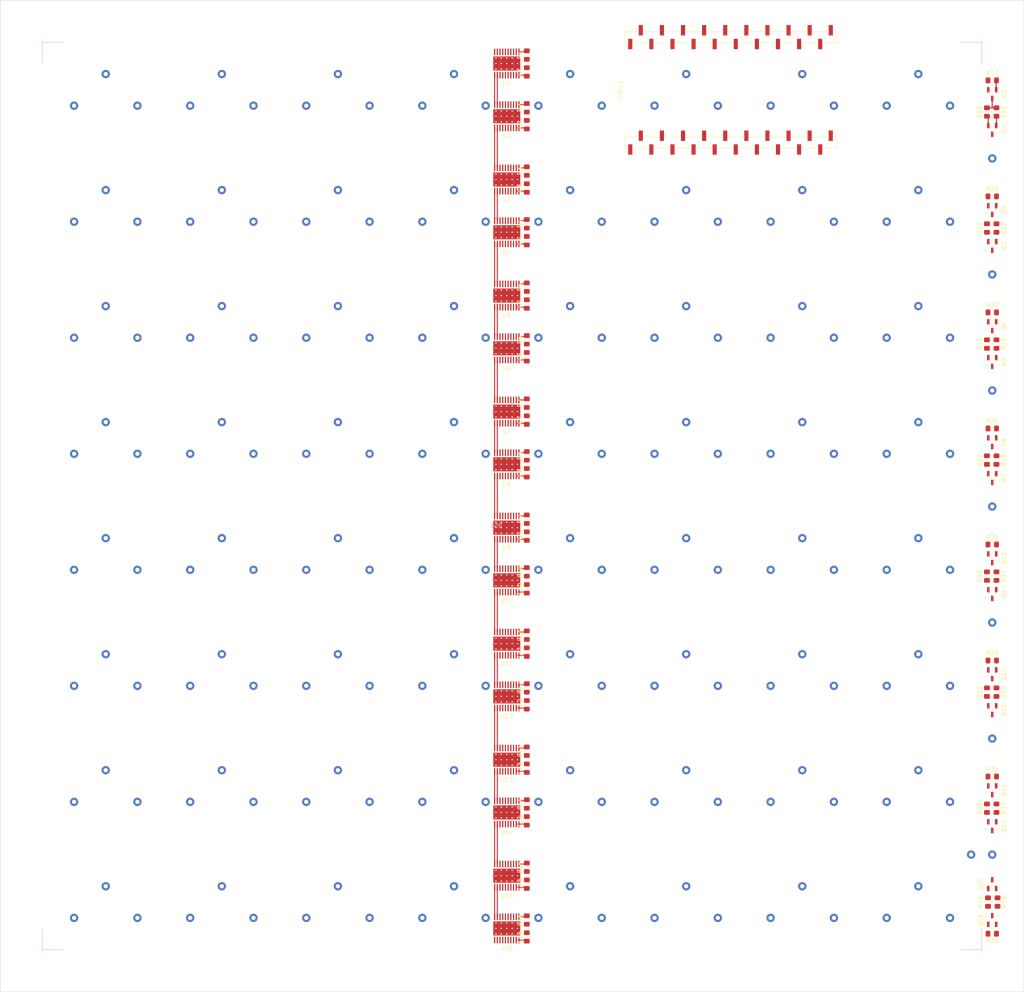
<source format=kicad_pcb>
(kicad_pcb (version 20171130) (host pcbnew "(5.1.5-0-10_14)")
  (layers (0 F.Cu signal) (31 B.Cu signal) (34 B.Paste user) (35 F.Paste user) (36 B.SilkS user) (37 F.SilkS user) (38 B.Mask user) (39 F.Mask user) (44 Edge.Cuts user))
  (net 0 "")
  (net 1 "Net-(R1-Pad2)")
  (net 2 GND)
  (net 3 "Net-(R2-Pad2)")
  (net 4 "Net-(R3-Pad2)")
  (net 5 "Net-(R4-Pad2)")
  (net 6 "Net-(R5-Pad2)")
  (net 7 "Net-(R8-Pad2)")
  (net 8 "Net-(R11-Pad2)")
  (net 9 "Net-(R14-Pad2)")
  (net 10 "Net-(R15-Pad2)")
  (net 11 "Net-(R16-Pad2)")
  (net 12 /r0)
  (net 13 /g0)
  (net 14 /b0)
  (net 15 /r1)
  (net 16 /g1)
  (net 17 /b1)
  (net 18 "Net-(U1-Pad11)")
  (net 19 "Net-(U1-Pad12)")
  (net 20 /r2)
  (net 21 /g2)
  (net 22 /b2)
  (net 23 /r3)
  (net 24 /g3)
  (net 25 /b3)
  (net 26 VCC)
  (net 27 /b7)
  (net 28 /g7)
  (net 29 /r7)
  (net 30 /b6)
  (net 31 /g6)
  (net 32 /r6)
  (net 33 "Net-(U2-Pad12)")
  (net 34 "Net-(U2-Pad11)")
  (net 35 /b5)
  (net 36 /g5)
  (net 37 /r5)
  (net 38 /b4)
  (net 39 /g4)
  (net 40 /r4)
  (net 41 /r8)
  (net 42 /g8)
  (net 43 /b8)
  (net 44 /r9)
  (net 45 /g9)
  (net 46 /b9)
  (net 47 "Net-(U3-Pad11)")
  (net 48 "Net-(U3-Pad12)")
  (net 49 /r10)
  (net 50 /g10)
  (net 51 /b10)
  (net 52 /r11)
  (net 53 /g11)
  (net 54 /b11)
  (net 55 /b15)
  (net 56 /g15)
  (net 57 /r15)
  (net 58 /b14)
  (net 59 /g14)
  (net 60 /r14)
  (net 61 "Net-(U4-Pad12)")
  (net 62 "Net-(U4-Pad11)")
  (net 63 /b13)
  (net 64 /g13)
  (net 65 /r13)
  (net 66 /b12)
  (net 67 /g12)
  (net 68 /r12)
  (net 69 /r16)
  (net 70 /g16)
  (net 71 /b16)
  (net 72 /r17)
  (net 73 /g17)
  (net 74 /b17)
  (net 75 "Net-(U5-Pad11)")
  (net 76 "Net-(U5-Pad12)")
  (net 77 /r18)
  (net 78 /g18)
  (net 79 /b18)
  (net 80 /r19)
  (net 81 /g19)
  (net 82 /b19)
  (net 83 /b23)
  (net 84 /g23)
  (net 85 /r23)
  (net 86 /b22)
  (net 87 /g22)
  (net 88 /r22)
  (net 89 "Net-(U6-Pad12)")
  (net 90 "Net-(U6-Pad11)")
  (net 91 /b21)
  (net 92 /g21)
  (net 93 /r21)
  (net 94 /b20)
  (net 95 /g20)
  (net 96 /r20)
  (net 97 /r24)
  (net 98 /g24)
  (net 99 /b24)
  (net 100 /r25)
  (net 101 /g25)
  (net 102 /b25)
  (net 103 "Net-(U7-Pad11)")
  (net 104 "Net-(U7-Pad12)")
  (net 105 /r26)
  (net 106 /g26)
  (net 107 /b26)
  (net 108 /r27)
  (net 109 /g27)
  (net 110 /b27)
  (net 111 /b31)
  (net 112 /g31)
  (net 113 /r31)
  (net 114 /b30)
  (net 115 /g30)
  (net 116 /r30)
  (net 117 "Net-(U8-Pad12)")
  (net 118 "Net-(U8-Pad11)")
  (net 119 /b29)
  (net 120 /g29)
  (net 121 /r29)
  (net 122 /b28)
  (net 123 /g28)
  (net 124 /r28)
  (net 125 /b35)
  (net 126 /g35)
  (net 127 /r35)
  (net 128 /b34)
  (net 129 /g34)
  (net 130 /r34)
  (net 131 "Net-(U10-Pad9)")
  (net 132 "Net-(U10-Pad10)")
  (net 133 /b33)
  (net 134 /g33)
  (net 135 /r33)
  (net 136 /b32)
  (net 137 /g32)
  (net 138 /r32)
  (net 139 /r36)
  (net 140 /g36)
  (net 141 /b36)
  (net 142 /r37)
  (net 143 /g37)
  (net 144 /b37)
  (net 145 "Net-(U10-Pad11)")
  (net 146 "Net-(U10-Pad12)")
  (net 147 /r38)
  (net 148 /g38)
  (net 149 /b38)
  (net 150 /r39)
  (net 151 /g39)
  (net 152 /b39)
  (net 153 /b43)
  (net 154 /g43)
  (net 155 /r43)
  (net 156 /b42)
  (net 157 /g42)
  (net 158 /r42)
  (net 159 "Net-(U11-Pad12)")
  (net 160 "Net-(U11-Pad11)")
  (net 161 /b41)
  (net 162 /g41)
  (net 163 /r41)
  (net 164 /b40)
  (net 165 /g40)
  (net 166 /r40)
  (net 167 /r44)
  (net 168 /g44)
  (net 169 /b44)
  (net 170 /r45)
  (net 171 /g45)
  (net 172 /b45)
  (net 173 "Net-(U12-Pad11)")
  (net 174 "Net-(U12-Pad12)")
  (net 175 /r46)
  (net 176 /g46)
  (net 177 /b46)
  (net 178 /r47)
  (net 179 /g47)
  (net 180 /b47)
  (net 181 /b51)
  (net 182 /g51)
  (net 183 /r51)
  (net 184 /b50)
  (net 185 /g50)
  (net 186 /r50)
  (net 187 "Net-(U13-Pad12)")
  (net 188 "Net-(U13-Pad11)")
  (net 189 /b49)
  (net 190 /g49)
  (net 191 /r49)
  (net 192 /b48)
  (net 193 /g48)
  (net 194 /r48)
  (net 195 /r52)
  (net 196 /g52)
  (net 197 /b52)
  (net 198 /r53)
  (net 199 /g53)
  (net 200 /b53)
  (net 201 "Net-(U14-Pad11)")
  (net 202 "Net-(U14-Pad12)")
  (net 203 /r54)
  (net 204 /g54)
  (net 205 /b54)
  (net 206 /r55)
  (net 207 /g55)
  (net 208 /b55)
  (net 209 /b59)
  (net 210 /g59)
  (net 211 /r59)
  (net 212 /b58)
  (net 213 /g58)
  (net 214 /r58)
  (net 215 "Net-(U15-Pad12)")
  (net 216 "Net-(U15-Pad11)")
  (net 217 /b57)
  (net 218 /g57)
  (net 219 /r57)
  (net 220 /b56)
  (net 221 /g56)
  (net 222 /r56)
  (net 223 /r60)
  (net 224 /g60)
  (net 225 /b60)
  (net 226 /r61)
  (net 227 /g61)
  (net 228 /b61)
  (net 229 "Net-(U16-Pad11)")
  (net 230 "Net-(U16-Pad12)")
  (net 231 /r62)
  (net 232 /g62)
  (net 233 /b62)
  (net 234 /r63)
  (net 235 /g63)
  (net 236 /b63)
  (net 237 "Net-(Q1-Pad1)")
  (net 238 "Net-(DS1-Pad200)")
  (net 239 "Net-(Q2-Pad1)")
  (net 240 "Net-(Q2-Pad3)")
  (net 241 "Net-(Q3-Pad1)")
  (net 242 "Net-(DS1-Pad199)")
  (net 243 "Net-(Q4-Pad1)")
  (net 244 "Net-(Q4-Pad3)")
  (net 245 "Net-(Q5-Pad1)")
  (net 246 "Net-(DS1-Pad198)")
  (net 247 "Net-(Q6-Pad1)")
  (net 248 "Net-(Q6-Pad3)")
  (net 249 "Net-(Q7-Pad1)")
  (net 250 "Net-(DS1-Pad197)")
  (net 251 "Net-(Q8-Pad1)")
  (net 252 "Net-(Q8-Pad3)")
  (net 253 "Net-(Q9-Pad1)")
  (net 254 "Net-(DS1-Pad196)")
  (net 255 "Net-(Q10-Pad1)")
  (net 256 "Net-(Q10-Pad3)")
  (net 257 "Net-(Q11-Pad1)")
  (net 258 "Net-(DS1-Pad195)")
  (net 259 "Net-(Q12-Pad1)")
  (net 260 "Net-(Q12-Pad3)")
  (net 261 "Net-(Q13-Pad1)")
  (net 262 "Net-(DS1-Pad194)")
  (net 263 "Net-(Q14-Pad1)")
  (net 264 "Net-(Q14-Pad3)")
  (net 265 "Net-(Q15-Pad1)")
  (net 266 "Net-(DS1-Pad193)")
  (net 267 "Net-(Q16-Pad1)")
  (net 268 "Net-(Q16-Pad3)")
  (net 269 "Net-(R6-Pad2)")
  (net 270 "Net-(R7-Pad2)")
  (net 271 "Net-(R9-Pad2)")
  (net 272 "Net-(R10-Pad2)")
  (net 273 "Net-(R12-Pad2)")
  (net 274 "Net-(R13-Pad2)")
  (net 275 "Net-(CNTL1-Pad34)")
  (net 276 "Net-(CNTL1-Pad36)")
  (net 277 "Net-(CNTL1-Pad37)")
  (net 278 "Net-(CNTL1-Pad20)")
  (net 279 "Net-(CNTL1-Pad22)")
  (net 280 "Net-(CNTL1-Pad24)")
  (net 281 "Net-(CNTL1-Pad26)")
  (net 282 "Net-(CNTL1-Pad28)")
  (net 283 "Net-(CNTL1-Pad40)")
  (net 284 "Net-(CNTL1-Pad21)")
  (net 285 "Net-(CNTL1-Pad23)")
  (net 286 "Net-(CNTL1-Pad25)")
  (net 287 "Net-(CNTL1-Pad30)")
  (net 288 "Net-(CNTL1-Pad27)")
  (net 289 "Net-(CNTL1-Pad29)")
  (net 290 "Net-(CNTL1-Pad31)")
  (net 291 "Net-(CNTL1-Pad33)")
  (net 292 "Net-(CNTL1-Pad35)")
  (net 293 "Net-(CNTL1-Pad39)")
  (net 294 "Net-(CNTL1-Pad16)")
  (net 295 "Net-(CNTL1-Pad12)")
  (net 296 "Net-(CNTL1-Pad10)")
  (net 297 "Net-(CNTL1-Pad8)")
  (net 298 "Net-(CNTL1-Pad6)")
  (net 299 "Net-(CNTL1-Pad4)")
  (net 300 "Net-(CNTL1-Pad2)")
  (net 301 "Net-(CNTL1-Pad17)")
  (net 302 "Net-(CNTL1-Pad15)")
  (net 303 "Net-(CNTL1-Pad13)")
  (net 304 "Net-(CNTL1-Pad11)")
  (net 305 "Net-(CNTL1-Pad9)")
  (net 306 "Net-(CNTL1-Pad7)")
  (net 307 "Net-(CNTL1-Pad5)")
  (net 308 "Net-(CNTL1-Pad3)")
  (net 309 "Net-(CNTL1-Pad1)")
  (net 310 "Net-(CNTL1-Pad18)")
  (module rgb_led_cube:ESP32_NodeMCU (layer F.Cu) (at 196.088 62.23 90)
    (fp_text reference CNTL1 (at 0 -26.46 90) (layer F.SilkS))
    (fp_text value CONTROLLER)
    (pad 34 smd rect (at 11.045 -13.97 90) (size 2.51 1) (layers F.Cu F.Paste F.Mask) (net 275 "Net-(CNTL1-Pad34)"))
    (pad 36 smd rect (at 11.045 -19.05 90) (size 2.51 1) (layers F.Cu F.Paste F.Mask) (net 276 "Net-(CNTL1-Pad36)"))
    (pad 38 smd rect (at 11.045 -24.13 90) (size 2.51 1) (layers F.Cu F.Paste F.Mask) (net 2 GND))
    (pad 37 smd rect (at 14.355 -21.59 90) (size 2.51 1) (layers F.Cu F.Paste F.Mask) (net 277 "Net-(CNTL1-Pad37)"))
    (pad 20 smd rect (at 11.045 21.59 90) (size 2.51 1) (layers F.Cu F.Paste F.Mask) (net 278 "Net-(CNTL1-Pad20)"))
    (pad 22 smd rect (at 11.045 16.51 90) (size 2.51 1) (layers F.Cu F.Paste F.Mask) (net 279 "Net-(CNTL1-Pad22)"))
    (pad 24 smd rect (at 11.045 11.43 90) (size 2.51 1) (layers F.Cu F.Paste F.Mask) (net 280 "Net-(CNTL1-Pad24)"))
    (pad 26 smd rect (at 11.045 6.35 90) (size 2.51 1) (layers F.Cu F.Paste F.Mask) (net 281 "Net-(CNTL1-Pad26)"))
    (pad 28 smd rect (at 11.045 1.27 90) (size 2.51 1) (layers F.Cu F.Paste F.Mask) (net 282 "Net-(CNTL1-Pad28)"))
    (pad 40 smd rect (at 14.355 24.13 90) (size 2.51 1) (layers F.Cu F.Paste F.Mask) (net 283 "Net-(CNTL1-Pad40)"))
    (pad 21 smd rect (at 14.355 19.05 90) (size 2.51 1) (layers F.Cu F.Paste F.Mask) (net 284 "Net-(CNTL1-Pad21)"))
    (pad 23 smd rect (at 14.355 13.97 90) (size 2.51 1) (layers F.Cu F.Paste F.Mask) (net 285 "Net-(CNTL1-Pad23)"))
    (pad 25 smd rect (at 14.355 8.89 90) (size 2.51 1) (layers F.Cu F.Paste F.Mask) (net 286 "Net-(CNTL1-Pad25)"))
    (pad 30 smd rect (at 11.045 -3.81 90) (size 2.51 1) (layers F.Cu F.Paste F.Mask) (net 287 "Net-(CNTL1-Pad30)"))
    (pad 32 smd rect (at 11.045 -8.89 90) (size 2.51 1) (layers F.Cu F.Paste F.Mask) (net 2 GND))
    (pad 27 smd rect (at 14.355 3.81 90) (size 2.51 1) (layers F.Cu F.Paste F.Mask) (net 288 "Net-(CNTL1-Pad27)"))
    (pad 29 smd rect (at 14.355 -1.27 90) (size 2.51 1) (layers F.Cu F.Paste F.Mask) (net 289 "Net-(CNTL1-Pad29)"))
    (pad 31 smd rect (at 14.355 -6.35 90) (size 2.51 1) (layers F.Cu F.Paste F.Mask) (net 290 "Net-(CNTL1-Pad31)"))
    (pad 33 smd rect (at 14.355 -11.43 90) (size 2.51 1) (layers F.Cu F.Paste F.Mask) (net 291 "Net-(CNTL1-Pad33)"))
    (pad 35 smd rect (at 14.355 -16.51 90) (size 2.51 1) (layers F.Cu F.Paste F.Mask) (net 292 "Net-(CNTL1-Pad35)"))
    (pad 39 smd rect (at -11.045 24.13 90) (size 2.51 1) (layers F.Cu F.Paste F.Mask) (net 293 "Net-(CNTL1-Pad39)"))
    (pad 18 smd rect (at -11.045 19.05 90) (size 2.51 1) (layers F.Cu F.Paste F.Mask) (net 310 "Net-(CNTL1-Pad18)"))
    (pad 16 smd rect (at -11.045 13.97 90) (size 2.51 1) (layers F.Cu F.Paste F.Mask) (net 294 "Net-(CNTL1-Pad16)"))
    (pad 14 smd rect (at -11.045 8.89 90) (size 2.51 1) (layers F.Cu F.Paste F.Mask) (net 2 GND))
    (pad 12 smd rect (at -11.045 3.81 90) (size 2.51 1) (layers F.Cu F.Paste F.Mask) (net 295 "Net-(CNTL1-Pad12)"))
    (pad 10 smd rect (at -11.045 -1.27 90) (size 2.51 1) (layers F.Cu F.Paste F.Mask) (net 296 "Net-(CNTL1-Pad10)"))
    (pad 8 smd rect (at -11.045 -6.35 90) (size 2.51 1) (layers F.Cu F.Paste F.Mask) (net 297 "Net-(CNTL1-Pad8)"))
    (pad 6 smd rect (at -11.045 -11.43 90) (size 2.51 1) (layers F.Cu F.Paste F.Mask) (net 298 "Net-(CNTL1-Pad6)"))
    (pad 4 smd rect (at -11.045 -16.51 90) (size 2.51 1) (layers F.Cu F.Paste F.Mask) (net 299 "Net-(CNTL1-Pad4)"))
    (pad 2 smd rect (at -11.045 -21.59 90) (size 2.51 1) (layers F.Cu F.Paste F.Mask) (net 300 "Net-(CNTL1-Pad2)"))
    (pad 19 smd rect (at -14.355 21.59 90) (size 2.51 1) (layers F.Cu F.Paste F.Mask) (net 26 VCC))
    (pad 17 smd rect (at -14.355 16.51 90) (size 2.51 1) (layers F.Cu F.Paste F.Mask) (net 301 "Net-(CNTL1-Pad17)"))
    (pad 15 smd rect (at -14.355 11.43 90) (size 2.51 1) (layers F.Cu F.Paste F.Mask) (net 302 "Net-(CNTL1-Pad15)"))
    (pad 13 smd rect (at -14.355 6.35 90) (size 2.51 1) (layers F.Cu F.Paste F.Mask) (net 303 "Net-(CNTL1-Pad13)"))
    (pad 11 smd rect (at -14.355 1.27 90) (size 2.51 1) (layers F.Cu F.Paste F.Mask) (net 304 "Net-(CNTL1-Pad11)"))
    (pad 9 smd rect (at -14.355 -3.81 90) (size 2.51 1) (layers F.Cu F.Paste F.Mask) (net 305 "Net-(CNTL1-Pad9)"))
    (pad 7 smd rect (at -14.355 -8.89 90) (size 2.51 1) (layers F.Cu F.Paste F.Mask) (net 306 "Net-(CNTL1-Pad7)"))
    (pad 5 smd rect (at -14.355 -13.97 90) (size 2.51 1) (layers F.Cu F.Paste F.Mask) (net 307 "Net-(CNTL1-Pad5)"))
    (pad 3 smd rect (at -14.355 -19.05 90) (size 2.51 1) (layers F.Cu F.Paste F.Mask) (net 308 "Net-(CNTL1-Pad3)"))
    (pad 1 smd rect (at -14.355 -24.13 90) (size 2.51 1) (layers F.Cu F.Paste F.Mask) (net 309 "Net-(CNTL1-Pad1)"))
  )
  (module rgb_led_cube:CUBE8X8X8 (layer B.Cu) (at 139.7 167.64)
    (fp_text reference DS1 (at 0 -0.5) (layer B.SilkS) (effects (justify mirror)))
    (fp_text value CUBE8X8X8)
    (pad 200 thru_hole circle (at 114.3 78.74) (size 2 2) (drill 1) (layers *.Cu *.Mask) (net 238 "Net-(DS1-Pad200)"))
    (pad 199 thru_hole circle (at 119.38 78.74) (size 2 2) (drill 1) (layers *.Cu *.Mask) (net 242 "Net-(DS1-Pad199)"))
    (pad 198 thru_hole circle (at 119.38 50.8) (size 2 2) (drill 1) (layers *.Cu *.Mask) (net 246 "Net-(DS1-Pad198)"))
    (pad 197 thru_hole circle (at 119.38 22.86) (size 2 2) (drill 1) (layers *.Cu *.Mask) (net 250 "Net-(DS1-Pad197)"))
    (pad 196 thru_hole circle (at 119.38 -5.08) (size 2 2) (drill 1) (layers *.Cu *.Mask) (net 254 "Net-(DS1-Pad196)"))
    (pad 195 thru_hole circle (at 119.38 -33.02) (size 2 2) (drill 1) (layers *.Cu *.Mask) (net 258 "Net-(DS1-Pad195)"))
    (pad 194 thru_hole circle (at 119.38 -60.96) (size 2 2) (drill 1) (layers *.Cu *.Mask) (net 262 "Net-(DS1-Pad194)"))
    (pad 193 thru_hole circle (at 119.38 -88.9) (size 2 2) (drill 1) (layers *.Cu *.Mask) (net 266 "Net-(DS1-Pad193)"))
    (pad 1 thru_hole circle (at -101.6 -101.6) (size 2 2) (drill 1) (layers *.Cu *.Mask) (net 12 /r0))
    (pad 2 thru_hole circle (at -93.98 -109.22) (size 2 2) (drill 1) (layers *.Cu *.Mask) (net 13 /g0))
    (pad 3 thru_hole circle (at -86.36 -101.6) (size 2 2) (drill 1) (layers *.Cu *.Mask) (net 14 /b0))
    (pad 4 thru_hole circle (at -73.66 -101.6) (size 2 2) (drill 1) (layers *.Cu *.Mask) (net 15 /r1))
    (pad 5 thru_hole circle (at -66.04 -109.22) (size 2 2) (drill 1) (layers *.Cu *.Mask) (net 16 /g1))
    (pad 6 thru_hole circle (at -58.42 -101.6) (size 2 2) (drill 1) (layers *.Cu *.Mask) (net 17 /b1))
    (pad 7 thru_hole circle (at -45.72 -101.6) (size 2 2) (drill 1) (layers *.Cu *.Mask) (net 20 /r2))
    (pad 8 thru_hole circle (at -38.1 -109.22) (size 2 2) (drill 1) (layers *.Cu *.Mask) (net 21 /g2))
    (pad 9 thru_hole circle (at -30.48 -101.6) (size 2 2) (drill 1) (layers *.Cu *.Mask) (net 22 /b2))
    (pad 10 thru_hole circle (at -17.78 -101.6) (size 2 2) (drill 1) (layers *.Cu *.Mask) (net 23 /r3))
    (pad 11 thru_hole circle (at -10.16 -109.22) (size 2 2) (drill 1) (layers *.Cu *.Mask) (net 24 /g3))
    (pad 12 thru_hole circle (at -2.54 -101.6) (size 2 2) (drill 1) (layers *.Cu *.Mask) (net 25 /b3))
    (pad 13 thru_hole circle (at 10.16 -101.6) (size 2 2) (drill 1) (layers *.Cu *.Mask) (net 40 /r4))
    (pad 14 thru_hole circle (at 17.78 -109.22) (size 2 2) (drill 1) (layers *.Cu *.Mask) (net 39 /g4))
    (pad 15 thru_hole circle (at 25.4 -101.6) (size 2 2) (drill 1) (layers *.Cu *.Mask) (net 38 /b4))
    (pad 16 thru_hole circle (at 38.1 -101.6) (size 2 2) (drill 1) (layers *.Cu *.Mask) (net 37 /r5))
    (pad 17 thru_hole circle (at 45.72 -109.22) (size 2 2) (drill 1) (layers *.Cu *.Mask) (net 36 /g5))
    (pad 18 thru_hole circle (at 53.34 -101.6) (size 2 2) (drill 1) (layers *.Cu *.Mask) (net 35 /b5))
    (pad 19 thru_hole circle (at 66.04 -101.6) (size 2 2) (drill 1) (layers *.Cu *.Mask) (net 32 /r6))
    (pad 20 thru_hole circle (at 73.66 -109.22) (size 2 2) (drill 1) (layers *.Cu *.Mask) (net 31 /g6))
    (pad 21 thru_hole circle (at 81.28 -101.6) (size 2 2) (drill 1) (layers *.Cu *.Mask) (net 30 /b6))
    (pad 22 thru_hole circle (at 93.98 -101.6) (size 2 2) (drill 1) (layers *.Cu *.Mask) (net 29 /r7))
    (pad 23 thru_hole circle (at 101.6 -109.22) (size 2 2) (drill 1) (layers *.Cu *.Mask) (net 28 /g7))
    (pad 24 thru_hole circle (at 109.22 -101.6) (size 2 2) (drill 1) (layers *.Cu *.Mask) (net 27 /b7))
    (pad 25 thru_hole circle (at -101.6 -73.66) (size 2 2) (drill 1) (layers *.Cu *.Mask) (net 41 /r8))
    (pad 26 thru_hole circle (at -93.98 -81.28) (size 2 2) (drill 1) (layers *.Cu *.Mask) (net 42 /g8))
    (pad 27 thru_hole circle (at -86.36 -73.66) (size 2 2) (drill 1) (layers *.Cu *.Mask) (net 43 /b8))
    (pad 28 thru_hole circle (at -73.66 -73.66) (size 2 2) (drill 1) (layers *.Cu *.Mask) (net 44 /r9))
    (pad 29 thru_hole circle (at -66.04 -81.28) (size 2 2) (drill 1) (layers *.Cu *.Mask) (net 45 /g9))
    (pad 30 thru_hole circle (at -58.42 -73.66) (size 2 2) (drill 1) (layers *.Cu *.Mask) (net 46 /b9))
    (pad 31 thru_hole circle (at -45.72 -73.66) (size 2 2) (drill 1) (layers *.Cu *.Mask) (net 49 /r10))
    (pad 32 thru_hole circle (at -38.1 -81.28) (size 2 2) (drill 1) (layers *.Cu *.Mask) (net 50 /g10))
    (pad 33 thru_hole circle (at -30.48 -73.66) (size 2 2) (drill 1) (layers *.Cu *.Mask) (net 51 /b10))
    (pad 34 thru_hole circle (at -17.78 -73.66) (size 2 2) (drill 1) (layers *.Cu *.Mask) (net 52 /r11))
    (pad 35 thru_hole circle (at -10.16 -81.28) (size 2 2) (drill 1) (layers *.Cu *.Mask) (net 53 /g11))
    (pad 36 thru_hole circle (at -2.54 -73.66) (size 2 2) (drill 1) (layers *.Cu *.Mask) (net 54 /b11))
    (pad 37 thru_hole circle (at 10.16 -73.66) (size 2 2) (drill 1) (layers *.Cu *.Mask) (net 68 /r12))
    (pad 38 thru_hole circle (at 17.78 -81.28) (size 2 2) (drill 1) (layers *.Cu *.Mask) (net 67 /g12))
    (pad 39 thru_hole circle (at 25.4 -73.66) (size 2 2) (drill 1) (layers *.Cu *.Mask) (net 66 /b12))
    (pad 40 thru_hole circle (at 38.1 -73.66) (size 2 2) (drill 1) (layers *.Cu *.Mask) (net 65 /r13))
    (pad 41 thru_hole circle (at 45.72 -81.28) (size 2 2) (drill 1) (layers *.Cu *.Mask) (net 64 /g13))
    (pad 42 thru_hole circle (at 53.34 -73.66) (size 2 2) (drill 1) (layers *.Cu *.Mask) (net 63 /b13))
    (pad 43 thru_hole circle (at 66.04 -73.66) (size 2 2) (drill 1) (layers *.Cu *.Mask) (net 60 /r14))
    (pad 44 thru_hole circle (at 73.66 -81.28) (size 2 2) (drill 1) (layers *.Cu *.Mask) (net 59 /g14))
    (pad 45 thru_hole circle (at 81.28 -73.66) (size 2 2) (drill 1) (layers *.Cu *.Mask) (net 58 /b14))
    (pad 46 thru_hole circle (at 93.98 -73.66) (size 2 2) (drill 1) (layers *.Cu *.Mask) (net 57 /r15))
    (pad 47 thru_hole circle (at 101.6 -81.28) (size 2 2) (drill 1) (layers *.Cu *.Mask) (net 56 /g15))
    (pad 48 thru_hole circle (at 109.22 -73.66) (size 2 2) (drill 1) (layers *.Cu *.Mask) (net 55 /b15))
    (pad 49 thru_hole circle (at -101.6 -45.72) (size 2 2) (drill 1) (layers *.Cu *.Mask) (net 69 /r16))
    (pad 50 thru_hole circle (at -93.98 -53.34) (size 2 2) (drill 1) (layers *.Cu *.Mask) (net 70 /g16))
    (pad 51 thru_hole circle (at -86.36 -45.72) (size 2 2) (drill 1) (layers *.Cu *.Mask) (net 71 /b16))
    (pad 52 thru_hole circle (at -73.66 -45.72) (size 2 2) (drill 1) (layers *.Cu *.Mask) (net 72 /r17))
    (pad 53 thru_hole circle (at -66.04 -53.34) (size 2 2) (drill 1) (layers *.Cu *.Mask) (net 73 /g17))
    (pad 54 thru_hole circle (at -58.42 -45.72) (size 2 2) (drill 1) (layers *.Cu *.Mask) (net 74 /b17))
    (pad 55 thru_hole circle (at -45.72 -45.72) (size 2 2) (drill 1) (layers *.Cu *.Mask) (net 77 /r18))
    (pad 56 thru_hole circle (at -38.1 -53.34) (size 2 2) (drill 1) (layers *.Cu *.Mask) (net 78 /g18))
    (pad 57 thru_hole circle (at -30.48 -45.72) (size 2 2) (drill 1) (layers *.Cu *.Mask) (net 79 /b18))
    (pad 58 thru_hole circle (at -17.78 -45.72) (size 2 2) (drill 1) (layers *.Cu *.Mask) (net 80 /r19))
    (pad 59 thru_hole circle (at -10.16 -53.34) (size 2 2) (drill 1) (layers *.Cu *.Mask) (net 81 /g19))
    (pad 60 thru_hole circle (at -2.54 -45.72) (size 2 2) (drill 1) (layers *.Cu *.Mask) (net 82 /b19))
    (pad 61 thru_hole circle (at 10.16 -45.72) (size 2 2) (drill 1) (layers *.Cu *.Mask) (net 96 /r20))
    (pad 62 thru_hole circle (at 17.78 -53.34) (size 2 2) (drill 1) (layers *.Cu *.Mask) (net 95 /g20))
    (pad 63 thru_hole circle (at 25.4 -45.72) (size 2 2) (drill 1) (layers *.Cu *.Mask) (net 94 /b20))
    (pad 64 thru_hole circle (at 38.1 -45.72) (size 2 2) (drill 1) (layers *.Cu *.Mask) (net 93 /r21))
    (pad 65 thru_hole circle (at 45.72 -53.34) (size 2 2) (drill 1) (layers *.Cu *.Mask) (net 92 /g21))
    (pad 66 thru_hole circle (at 53.34 -45.72) (size 2 2) (drill 1) (layers *.Cu *.Mask) (net 91 /b21))
    (pad 67 thru_hole circle (at 66.04 -45.72) (size 2 2) (drill 1) (layers *.Cu *.Mask) (net 88 /r22))
    (pad 68 thru_hole circle (at 73.66 -53.34) (size 2 2) (drill 1) (layers *.Cu *.Mask) (net 87 /g22))
    (pad 69 thru_hole circle (at 81.28 -45.72) (size 2 2) (drill 1) (layers *.Cu *.Mask) (net 86 /b22))
    (pad 70 thru_hole circle (at 93.98 -45.72) (size 2 2) (drill 1) (layers *.Cu *.Mask) (net 85 /r23))
    (pad 71 thru_hole circle (at 101.6 -53.34) (size 2 2) (drill 1) (layers *.Cu *.Mask) (net 84 /g23))
    (pad 72 thru_hole circle (at 109.22 -45.72) (size 2 2) (drill 1) (layers *.Cu *.Mask) (net 83 /b23))
    (pad 73 thru_hole circle (at -101.6 -17.78) (size 2 2) (drill 1) (layers *.Cu *.Mask) (net 97 /r24))
    (pad 74 thru_hole circle (at -93.98 -25.4) (size 2 2) (drill 1) (layers *.Cu *.Mask) (net 98 /g24))
    (pad 75 thru_hole circle (at -86.36 -17.78) (size 2 2) (drill 1) (layers *.Cu *.Mask) (net 99 /b24))
    (pad 76 thru_hole circle (at -73.66 -17.78) (size 2 2) (drill 1) (layers *.Cu *.Mask) (net 100 /r25))
    (pad 77 thru_hole circle (at -66.04 -25.4) (size 2 2) (drill 1) (layers *.Cu *.Mask) (net 101 /g25))
    (pad 78 thru_hole circle (at -58.42 -17.78) (size 2 2) (drill 1) (layers *.Cu *.Mask) (net 102 /b25))
    (pad 79 thru_hole circle (at -45.72 -17.78) (size 2 2) (drill 1) (layers *.Cu *.Mask) (net 105 /r26))
    (pad 80 thru_hole circle (at -38.1 -25.4) (size 2 2) (drill 1) (layers *.Cu *.Mask) (net 106 /g26))
    (pad 81 thru_hole circle (at -30.48 -17.78) (size 2 2) (drill 1) (layers *.Cu *.Mask) (net 107 /b26))
    (pad 82 thru_hole circle (at -17.78 -17.78) (size 2 2) (drill 1) (layers *.Cu *.Mask) (net 108 /r27))
    (pad 83 thru_hole circle (at -10.16 -25.4) (size 2 2) (drill 1) (layers *.Cu *.Mask) (net 109 /g27))
    (pad 84 thru_hole circle (at -2.54 -17.78) (size 2 2) (drill 1) (layers *.Cu *.Mask) (net 110 /b27))
    (pad 85 thru_hole circle (at 10.16 -17.78) (size 2 2) (drill 1) (layers *.Cu *.Mask) (net 124 /r28))
    (pad 86 thru_hole circle (at 17.78 -25.4) (size 2 2) (drill 1) (layers *.Cu *.Mask) (net 123 /g28))
    (pad 87 thru_hole circle (at 25.4 -17.78) (size 2 2) (drill 1) (layers *.Cu *.Mask) (net 122 /b28))
    (pad 88 thru_hole circle (at 38.1 -17.78) (size 2 2) (drill 1) (layers *.Cu *.Mask) (net 121 /r29))
    (pad 89 thru_hole circle (at 45.72 -25.4) (size 2 2) (drill 1) (layers *.Cu *.Mask) (net 120 /g29))
    (pad 90 thru_hole circle (at 53.34 -17.78) (size 2 2) (drill 1) (layers *.Cu *.Mask) (net 119 /b29))
    (pad 91 thru_hole circle (at 66.04 -17.78) (size 2 2) (drill 1) (layers *.Cu *.Mask) (net 116 /r30))
    (pad 92 thru_hole circle (at 73.66 -25.4) (size 2 2) (drill 1) (layers *.Cu *.Mask) (net 115 /g30))
    (pad 93 thru_hole circle (at 81.28 -17.78) (size 2 2) (drill 1) (layers *.Cu *.Mask) (net 114 /b30))
    (pad 94 thru_hole circle (at 93.98 -17.78) (size 2 2) (drill 1) (layers *.Cu *.Mask) (net 113 /r31))
    (pad 95 thru_hole circle (at 101.6 -25.4) (size 2 2) (drill 1) (layers *.Cu *.Mask) (net 112 /g31))
    (pad 96 thru_hole circle (at 109.22 -17.78) (size 2 2) (drill 1) (layers *.Cu *.Mask) (net 111 /b31))
    (pad 173 thru_hole circle (at -66.04 86.36) (size 2 2) (drill 1) (layers *.Cu *.Mask) (net 218 /g57))
    (pad 178 thru_hole circle (at -17.78 93.98) (size 2 2) (drill 1) (layers *.Cu *.Mask) (net 211 /r59))
    (pad 159 thru_hole circle (at 25.4 66.04) (size 2 2) (drill 1) (layers *.Cu *.Mask) (net 197 /b52))
    (pad 126 thru_hole circle (at -58.42 38.1) (size 2 2) (drill 1) (layers *.Cu *.Mask) (net 161 /b41))
    (pad 127 thru_hole circle (at -45.72 38.1) (size 2 2) (drill 1) (layers *.Cu *.Mask) (net 158 /r42))
    (pad 135 thru_hole circle (at 25.4 38.1) (size 2 2) (drill 1) (layers *.Cu *.Mask) (net 169 /b44))
    (pad 151 thru_hole circle (at -45.72 66.04) (size 2 2) (drill 1) (layers *.Cu *.Mask) (net 186 /r50))
    (pad 155 thru_hole circle (at -10.16 58.42) (size 2 2) (drill 1) (layers *.Cu *.Mask) (net 182 /g51))
    (pad 187 thru_hole circle (at 66.04 93.98) (size 2 2) (drill 1) (layers *.Cu *.Mask) (net 231 /r62))
    (pad 114 thru_hole circle (at 53.34 10.16) (size 2 2) (drill 1) (layers *.Cu *.Mask) (net 144 /b37))
    (pad 123 thru_hole circle (at -86.36 38.1) (size 2 2) (drill 1) (layers *.Cu *.Mask) (net 164 /b40))
    (pad 124 thru_hole circle (at -73.66 38.1) (size 2 2) (drill 1) (layers *.Cu *.Mask) (net 163 /r41))
    (pad 129 thru_hole circle (at -30.48 38.1) (size 2 2) (drill 1) (layers *.Cu *.Mask) (net 156 /b42))
    (pad 142 thru_hole circle (at 93.98 38.1) (size 2 2) (drill 1) (layers *.Cu *.Mask) (net 178 /r47))
    (pad 146 thru_hole circle (at -93.98 58.42) (size 2 2) (drill 1) (layers *.Cu *.Mask) (net 193 /g48))
    (pad 153 thru_hole circle (at -30.48 66.04) (size 2 2) (drill 1) (layers *.Cu *.Mask) (net 184 /b50))
    (pad 156 thru_hole circle (at -2.54 66.04) (size 2 2) (drill 1) (layers *.Cu *.Mask) (net 181 /b51))
    (pad 157 thru_hole circle (at 10.16 66.04) (size 2 2) (drill 1) (layers *.Cu *.Mask) (net 195 /r52))
    (pad 161 thru_hole circle (at 45.72 58.42) (size 2 2) (drill 1) (layers *.Cu *.Mask) (net 199 /g53))
    (pad 162 thru_hole circle (at 53.34 66.04) (size 2 2) (drill 1) (layers *.Cu *.Mask) (net 200 /b53))
    (pad 165 thru_hole circle (at 81.28 66.04) (size 2 2) (drill 1) (layers *.Cu *.Mask) (net 205 /b54))
    (pad 170 thru_hole circle (at -93.98 86.36) (size 2 2) (drill 1) (layers *.Cu *.Mask) (net 221 /g56))
    (pad 174 thru_hole circle (at -58.42 93.98) (size 2 2) (drill 1) (layers *.Cu *.Mask) (net 217 /b57))
    (pad 180 thru_hole circle (at -2.54 93.98) (size 2 2) (drill 1) (layers *.Cu *.Mask) (net 209 /b59))
    (pad 108 thru_hole circle (at -2.54 10.16) (size 2 2) (drill 1) (layers *.Cu *.Mask) (net 125 /b35))
    (pad 118 thru_hole circle (at 93.98 10.16) (size 2 2) (drill 1) (layers *.Cu *.Mask) (net 150 /r39))
    (pad 125 thru_hole circle (at -66.04 30.48) (size 2 2) (drill 1) (layers *.Cu *.Mask) (net 162 /g41))
    (pad 97 thru_hole circle (at -101.6 10.16) (size 2 2) (drill 1) (layers *.Cu *.Mask) (net 138 /r32))
    (pad 98 thru_hole circle (at -93.98 2.54) (size 2 2) (drill 1) (layers *.Cu *.Mask) (net 137 /g32))
    (pad 122 thru_hole circle (at -93.98 30.48) (size 2 2) (drill 1) (layers *.Cu *.Mask) (net 165 /g40))
    (pad 132 thru_hole circle (at -2.54 38.1) (size 2 2) (drill 1) (layers *.Cu *.Mask) (net 153 /b43))
    (pad 130 thru_hole circle (at -17.78 38.1) (size 2 2) (drill 1) (layers *.Cu *.Mask) (net 155 /r43))
    (pad 144 thru_hole circle (at 109.22 38.1) (size 2 2) (drill 1) (layers *.Cu *.Mask) (net 180 /b47))
    (pad 141 thru_hole circle (at 81.28 38.1) (size 2 2) (drill 1) (layers *.Cu *.Mask) (net 177 /b46))
    (pad 143 thru_hole circle (at 101.6 30.48) (size 2 2) (drill 1) (layers *.Cu *.Mask) (net 179 /g47))
    (pad 138 thru_hole circle (at 53.34 38.1) (size 2 2) (drill 1) (layers *.Cu *.Mask) (net 172 /b45))
    (pad 145 thru_hole circle (at -101.6 66.04) (size 2 2) (drill 1) (layers *.Cu *.Mask) (net 194 /r48))
    (pad 147 thru_hole circle (at -86.36 66.04) (size 2 2) (drill 1) (layers *.Cu *.Mask) (net 192 /b48))
    (pad 101 thru_hole circle (at -66.04 2.54) (size 2 2) (drill 1) (layers *.Cu *.Mask) (net 134 /g33))
    (pad 110 thru_hole circle (at 17.78 2.54) (size 2 2) (drill 1) (layers *.Cu *.Mask) (net 140 /g36))
    (pad 113 thru_hole circle (at 45.72 2.54) (size 2 2) (drill 1) (layers *.Cu *.Mask) (net 143 /g37))
    (pad 116 thru_hole circle (at 73.66 2.54) (size 2 2) (drill 1) (layers *.Cu *.Mask) (net 148 /g38))
    (pad 128 thru_hole circle (at -38.1 30.48) (size 2 2) (drill 1) (layers *.Cu *.Mask) (net 157 /g42))
    (pad 106 thru_hole circle (at -17.78 10.16) (size 2 2) (drill 1) (layers *.Cu *.Mask) (net 127 /r35))
    (pad 107 thru_hole circle (at -10.16 2.54) (size 2 2) (drill 1) (layers *.Cu *.Mask) (net 126 /g35))
    (pad 105 thru_hole circle (at -30.48 10.16) (size 2 2) (drill 1) (layers *.Cu *.Mask) (net 128 /b34))
    (pad 112 thru_hole circle (at 38.1 10.16) (size 2 2) (drill 1) (layers *.Cu *.Mask) (net 142 /r37))
    (pad 103 thru_hole circle (at -45.72 10.16) (size 2 2) (drill 1) (layers *.Cu *.Mask) (net 130 /r34))
    (pad 139 thru_hole circle (at 66.04 38.1) (size 2 2) (drill 1) (layers *.Cu *.Mask) (net 175 /r46))
    (pad 104 thru_hole circle (at -38.1 2.54) (size 2 2) (drill 1) (layers *.Cu *.Mask) (net 129 /g34))
    (pad 99 thru_hole circle (at -86.36 10.16) (size 2 2) (drill 1) (layers *.Cu *.Mask) (net 136 /b32))
    (pad 117 thru_hole circle (at 81.28 10.16) (size 2 2) (drill 1) (layers *.Cu *.Mask) (net 149 /b38))
    (pad 100 thru_hole circle (at -73.66 10.16) (size 2 2) (drill 1) (layers *.Cu *.Mask) (net 135 /r33))
    (pad 121 thru_hole circle (at -101.6 38.1) (size 2 2) (drill 1) (layers *.Cu *.Mask) (net 166 /r40))
    (pad 120 thru_hole circle (at 109.22 10.16) (size 2 2) (drill 1) (layers *.Cu *.Mask) (net 152 /b39))
    (pad 111 thru_hole circle (at 25.4 10.16) (size 2 2) (drill 1) (layers *.Cu *.Mask) (net 141 /b36))
    (pad 189 thru_hole circle (at 81.28 93.98) (size 2 2) (drill 1) (layers *.Cu *.Mask) (net 233 /b62))
    (pad 191 thru_hole circle (at 101.6 86.36) (size 2 2) (drill 1) (layers *.Cu *.Mask) (net 235 /g63))
    (pad 192 thru_hole circle (at 109.22 93.98) (size 2 2) (drill 1) (layers *.Cu *.Mask) (net 236 /b63))
    (pad 119 thru_hole circle (at 101.6 2.54) (size 2 2) (drill 1) (layers *.Cu *.Mask) (net 151 /g39))
    (pad 171 thru_hole circle (at -86.36 93.98) (size 2 2) (drill 1) (layers *.Cu *.Mask) (net 220 /b56))
    (pad 177 thru_hole circle (at -30.48 93.98) (size 2 2) (drill 1) (layers *.Cu *.Mask) (net 212 /b58))
    (pad 179 thru_hole circle (at -10.16 86.36) (size 2 2) (drill 1) (layers *.Cu *.Mask) (net 210 /g59))
    (pad 182 thru_hole circle (at 17.78 86.36) (size 2 2) (drill 1) (layers *.Cu *.Mask) (net 224 /g60))
    (pad 183 thru_hole circle (at 25.4 93.98) (size 2 2) (drill 1) (layers *.Cu *.Mask) (net 225 /b60))
    (pad 185 thru_hole circle (at 45.72 86.36) (size 2 2) (drill 1) (layers *.Cu *.Mask) (net 227 /g61))
    (pad 131 thru_hole circle (at -10.16 30.48) (size 2 2) (drill 1) (layers *.Cu *.Mask) (net 154 /g43))
    (pad 140 thru_hole circle (at 73.66 30.48) (size 2 2) (drill 1) (layers *.Cu *.Mask) (net 176 /g46))
    (pad 154 thru_hole circle (at -17.78 66.04) (size 2 2) (drill 1) (layers *.Cu *.Mask) (net 183 /r51))
    (pad 137 thru_hole circle (at 45.72 30.48) (size 2 2) (drill 1) (layers *.Cu *.Mask) (net 171 /g45))
    (pad 133 thru_hole circle (at 10.16 38.1) (size 2 2) (drill 1) (layers *.Cu *.Mask) (net 167 /r44))
    (pad 134 thru_hole circle (at 17.78 30.48) (size 2 2) (drill 1) (layers *.Cu *.Mask) (net 168 /g44))
    (pad 136 thru_hole circle (at 38.1 38.1) (size 2 2) (drill 1) (layers *.Cu *.Mask) (net 170 /r45))
    (pad 166 thru_hole circle (at 93.98 66.04) (size 2 2) (drill 1) (layers *.Cu *.Mask) (net 206 /r55))
    (pad 169 thru_hole circle (at -101.6 93.98) (size 2 2) (drill 1) (layers *.Cu *.Mask) (net 222 /r56))
    (pad 148 thru_hole circle (at -73.66 66.04) (size 2 2) (drill 1) (layers *.Cu *.Mask) (net 191 /r49))
    (pad 149 thru_hole circle (at -66.04 58.42) (size 2 2) (drill 1) (layers *.Cu *.Mask) (net 190 /g49))
    (pad 150 thru_hole circle (at -58.42 66.04) (size 2 2) (drill 1) (layers *.Cu *.Mask) (net 189 /b49))
    (pad 152 thru_hole circle (at -38.1 58.42) (size 2 2) (drill 1) (layers *.Cu *.Mask) (net 185 /g50))
    (pad 158 thru_hole circle (at 17.78 58.42) (size 2 2) (drill 1) (layers *.Cu *.Mask) (net 196 /g52))
    (pad 160 thru_hole circle (at 38.1 66.04) (size 2 2) (drill 1) (layers *.Cu *.Mask) (net 198 /r53))
    (pad 163 thru_hole circle (at 66.04 66.04) (size 2 2) (drill 1) (layers *.Cu *.Mask) (net 203 /r54))
    (pad 164 thru_hole circle (at 73.66 58.42) (size 2 2) (drill 1) (layers *.Cu *.Mask) (net 204 /g54))
    (pad 167 thru_hole circle (at 101.6 58.42) (size 2 2) (drill 1) (layers *.Cu *.Mask) (net 207 /g55))
    (pad 168 thru_hole circle (at 109.22 66.04) (size 2 2) (drill 1) (layers *.Cu *.Mask) (net 208 /b55))
    (pad 172 thru_hole circle (at -73.66 93.98) (size 2 2) (drill 1) (layers *.Cu *.Mask) (net 219 /r57))
    (pad 175 thru_hole circle (at -45.72 93.98) (size 2 2) (drill 1) (layers *.Cu *.Mask) (net 214 /r58))
    (pad 176 thru_hole circle (at -38.1 86.36) (size 2 2) (drill 1) (layers *.Cu *.Mask) (net 213 /g58))
    (pad 181 thru_hole circle (at 10.16 93.98) (size 2 2) (drill 1) (layers *.Cu *.Mask) (net 223 /r60))
    (pad 184 thru_hole circle (at 38.1 93.98) (size 2 2) (drill 1) (layers *.Cu *.Mask) (net 226 /r61))
    (pad 186 thru_hole circle (at 53.34 93.98) (size 2 2) (drill 1) (layers *.Cu *.Mask) (net 228 /b61))
    (pad 188 thru_hole circle (at 73.66 86.36) (size 2 2) (drill 1) (layers *.Cu *.Mask) (net 232 /g62))
    (pad 190 thru_hole circle (at 93.98 93.98) (size 2 2) (drill 1) (layers *.Cu *.Mask) (net 234 /r63))
    (pad 115 thru_hole circle (at 66.04 10.16) (size 2 2) (drill 1) (layers *.Cu *.Mask) (net 147 /r38))
    (pad 109 thru_hole circle (at 10.16 10.16) (size 2 2) (drill 1) (layers *.Cu *.Mask) (net 139 /r36))
    (pad 102 thru_hole circle (at -58.42 10.16) (size 2 2) (drill 1) (layers *.Cu *.Mask) (net 133 /b33))
  )
  (module digikey-footprints:TSSOP-20-1EP_W4.4mm (layer F.Cu) (at 142.24 55.88 180)
    (fp_text reference U1 (at 0 -4.79) (layer F.SilkS))
    (fp_text value TLC59711PWPR)
    (pad 21 thru_hole circle (at 2.6 1.3 180) (size 0.3 0.3) (drill 0.3) (layers *.Cu *.Mask) (net 2 GND))
    (pad 21 thru_hole circle (at 1.3 1.3 180) (size 0.3 0.3) (drill 0.3) (layers *.Cu *.Mask) (net 2 GND))
    (pad 21 thru_hole circle (at 0 1.3 180) (size 0.3 0.3) (drill 0.3) (layers *.Cu *.Mask) (net 2 GND))
    (pad 21 thru_hole circle (at -1.3 1.3 180) (size 0.3 0.3) (drill 0.3) (layers *.Cu *.Mask) (net 2 GND))
    (pad 21 thru_hole circle (at -2.6 1.3 180) (size 0.3 0.3) (drill 0.3) (layers *.Cu *.Mask) (net 2 GND))
    (pad 21 thru_hole circle (at 2.6 0 180) (size 0.3 0.3) (drill 0.3) (layers *.Cu *.Mask) (net 2 GND))
    (pad 21 thru_hole circle (at 1.3 0 180) (size 0.3 0.3) (drill 0.3) (layers *.Cu *.Mask) (net 2 GND))
    (pad 21 thru_hole circle (at 0 0 180) (size 0.3 0.3) (drill 0.3) (layers *.Cu *.Mask) (net 2 GND))
    (pad 21 thru_hole circle (at -1.3 0 180) (size 0.3 0.3) (drill 0.3) (layers *.Cu *.Mask) (net 2 GND))
    (pad 21 thru_hole circle (at -2.6 0 180) (size 0.3 0.3) (drill 0.3) (layers *.Cu *.Mask) (net 2 GND))
    (pad 21 thru_hole circle (at 2.6 -1.3 180) (size 0.3 0.3) (drill 0.3) (layers *.Cu *.Mask) (net 2 GND))
    (pad 21 thru_hole circle (at 1.3 -1.3 180) (size 0.3 0.3) (drill 0.3) (layers *.Cu *.Mask) (net 2 GND))
    (pad 21 thru_hole circle (at 0 -1.3 180) (size 0.3 0.3) (drill 0.3) (layers *.Cu *.Mask) (net 2 GND))
    (pad 21 thru_hole circle (at -1.3 -1.3 180) (size 0.3 0.3) (drill 0.3) (layers *.Cu *.Mask) (net 2 GND))
    (pad 21 thru_hole circle (at -2.6 -1.3 180) (size 0.3 0.3) (drill 0.3) (layers *.Cu *.Mask) (net 2 GND))
    (pad 21 smd rect (at 0 1.5372 180) (size 3.43 0.325) (layers F.Cu F.Paste F.Mask) (net 2 GND))
    (pad 21 smd rect (at -2.4825 0 180) (size 1.535 3.4) (layers F.Cu F.Paste F.Mask) (net 2 GND))
    (pad 21 smd rect (at 0 0 180) (size 3.43 2.75) (layers F.Cu F.Paste F.Mask) (net 2 GND))
    (pad 20 smd rect (at -2.925 -2.8 180) (size 0.3 1.6) (layers F.Cu F.Paste F.Mask) (net 26 VCC))
    (pad 19 smd rect (at -2.275 -2.8 180) (size 0.3 1.6) (layers F.Cu F.Paste F.Mask) (net 26 VCC))
    (pad 18 smd rect (at -1.625 -2.8 180) (size 0.3 1.6) (layers F.Cu F.Paste F.Mask) (net 25 /b3))
    (pad 17 smd rect (at -0.975 -2.8 180) (size 0.3 1.6) (layers F.Cu F.Paste F.Mask) (net 24 /g3))
    (pad 16 smd rect (at -0.325 -2.8 180) (size 0.3 1.6) (layers F.Cu F.Paste F.Mask) (net 23 /r3))
    (pad 15 smd rect (at 0.325 -2.8 180) (size 0.3 1.6) (layers F.Cu F.Paste F.Mask) (net 22 /b2))
    (pad 14 smd rect (at 0.975 -2.8 180) (size 0.3 1.6) (layers F.Cu F.Paste F.Mask) (net 21 /g2))
    (pad 13 smd rect (at 1.625 -2.8 180) (size 0.3 1.6) (layers F.Cu F.Paste F.Mask) (net 20 /r2))
    (pad 12 smd rect (at 2.275 -2.8 180) (size 0.3 1.6) (layers F.Cu F.Paste F.Mask) (net 19 "Net-(U1-Pad12)"))
    (pad 11 smd rect (at 2.925 -2.8 180) (size 0.3 1.6) (layers F.Cu F.Paste F.Mask) (net 18 "Net-(U1-Pad11)"))
    (pad 10 smd rect (at 2.925 2.8 180) (size 0.3 1.6) (layers F.Cu F.Paste F.Mask) (net 287 "Net-(CNTL1-Pad30)"))
    (pad 9 smd rect (at 2.275 2.8 180) (size 0.3 1.6) (layers F.Cu F.Paste F.Mask) (net 277 "Net-(CNTL1-Pad37)"))
    (pad 8 smd rect (at 1.625 2.8 180) (size 0.3 1.6) (layers F.Cu F.Paste F.Mask) (net 17 /b1))
    (pad 7 smd rect (at 0.975 2.8 180) (size 0.3 1.6) (layers F.Cu F.Paste F.Mask) (net 16 /g1))
    (pad 6 smd rect (at 0.325 2.8 180) (size 0.3 1.6) (layers F.Cu F.Paste F.Mask) (net 15 /r1))
    (pad 5 smd rect (at -0.325 2.8 180) (size 0.3 1.6) (layers F.Cu F.Paste F.Mask) (net 14 /b0))
    (pad 4 smd rect (at -0.975 2.8 180) (size 0.3 1.6) (layers F.Cu F.Paste F.Mask) (net 13 /g0))
    (pad 3 smd rect (at -1.625 2.8 180) (size 0.3 1.6) (layers F.Cu F.Paste F.Mask) (net 12 /r0))
    (pad 2 smd rect (at -2.275 2.8 180) (size 0.3 1.6) (layers F.Cu F.Paste F.Mask) (net 2 GND))
    (pad 1 smd rect (at -2.925 2.8 180) (size 0.3 1.6) (layers F.Cu F.Paste F.Mask) (net 1 "Net-(R1-Pad2)"))
    (pad 21 smd rect (at 2.4825 0 180) (size 1.535 3.4) (layers F.Cu F.Paste F.Mask) (net 2 GND))
    (pad 21 smd rect (at 0 -1.5375 180) (size 3.43 0.325) (layers F.Cu F.Paste F.Mask) (net 2 GND))
  )
  (module digikey-footprints:TSSOP-20-1EP_W4.4mm (layer F.Cu) (at 142.24 264.16 180)
    (fp_text reference U16 (at 0 -4.79) (layer F.SilkS))
    (fp_text value TLC59711PWPR)
    (pad 21 thru_hole circle (at 2.6 1.3 180) (size 0.3 0.3) (drill 0.3) (layers *.Cu *.Mask) (net 2 GND))
    (pad 21 thru_hole circle (at 1.3 1.3 180) (size 0.3 0.3) (drill 0.3) (layers *.Cu *.Mask) (net 2 GND))
    (pad 21 thru_hole circle (at 0 1.3 180) (size 0.3 0.3) (drill 0.3) (layers *.Cu *.Mask) (net 2 GND))
    (pad 21 thru_hole circle (at -1.3 1.3 180) (size 0.3 0.3) (drill 0.3) (layers *.Cu *.Mask) (net 2 GND))
    (pad 21 thru_hole circle (at -2.6 1.3 180) (size 0.3 0.3) (drill 0.3) (layers *.Cu *.Mask) (net 2 GND))
    (pad 21 thru_hole circle (at 2.6 0 180) (size 0.3 0.3) (drill 0.3) (layers *.Cu *.Mask) (net 2 GND))
    (pad 21 thru_hole circle (at 1.3 0 180) (size 0.3 0.3) (drill 0.3) (layers *.Cu *.Mask) (net 2 GND))
    (pad 21 thru_hole circle (at 0 0 180) (size 0.3 0.3) (drill 0.3) (layers *.Cu *.Mask) (net 2 GND))
    (pad 21 thru_hole circle (at -1.3 0 180) (size 0.3 0.3) (drill 0.3) (layers *.Cu *.Mask) (net 2 GND))
    (pad 21 thru_hole circle (at -2.6 0 180) (size 0.3 0.3) (drill 0.3) (layers *.Cu *.Mask) (net 2 GND))
    (pad 21 thru_hole circle (at 2.6 -1.3 180) (size 0.3 0.3) (drill 0.3) (layers *.Cu *.Mask) (net 2 GND))
    (pad 21 thru_hole circle (at 1.3 -1.3 180) (size 0.3 0.3) (drill 0.3) (layers *.Cu *.Mask) (net 2 GND))
    (pad 21 thru_hole circle (at 0 -1.3 180) (size 0.3 0.3) (drill 0.3) (layers *.Cu *.Mask) (net 2 GND))
    (pad 21 thru_hole circle (at -1.3 -1.3 180) (size 0.3 0.3) (drill 0.3) (layers *.Cu *.Mask) (net 2 GND))
    (pad 21 thru_hole circle (at -2.6 -1.3 180) (size 0.3 0.3) (drill 0.3) (layers *.Cu *.Mask) (net 2 GND))
    (pad 21 smd rect (at 0 1.5372 180) (size 3.43 0.325) (layers F.Cu F.Paste F.Mask) (net 2 GND))
    (pad 21 smd rect (at -2.4825 0 180) (size 1.535 3.4) (layers F.Cu F.Paste F.Mask) (net 2 GND))
    (pad 21 smd rect (at 0 0 180) (size 3.43 2.75) (layers F.Cu F.Paste F.Mask) (net 2 GND))
    (pad 20 smd rect (at -2.925 -2.8 180) (size 0.3 1.6) (layers F.Cu F.Paste F.Mask) (net 26 VCC))
    (pad 19 smd rect (at -2.275 -2.8 180) (size 0.3 1.6) (layers F.Cu F.Paste F.Mask) (net 26 VCC))
    (pad 18 smd rect (at -1.625 -2.8 180) (size 0.3 1.6) (layers F.Cu F.Paste F.Mask) (net 236 /b63))
    (pad 17 smd rect (at -0.975 -2.8 180) (size 0.3 1.6) (layers F.Cu F.Paste F.Mask) (net 235 /g63))
    (pad 16 smd rect (at -0.325 -2.8 180) (size 0.3 1.6) (layers F.Cu F.Paste F.Mask) (net 234 /r63))
    (pad 15 smd rect (at 0.325 -2.8 180) (size 0.3 1.6) (layers F.Cu F.Paste F.Mask) (net 233 /b62))
    (pad 14 smd rect (at 0.975 -2.8 180) (size 0.3 1.6) (layers F.Cu F.Paste F.Mask) (net 232 /g62))
    (pad 13 smd rect (at 1.625 -2.8 180) (size 0.3 1.6) (layers F.Cu F.Paste F.Mask) (net 231 /r62))
    (pad 12 smd rect (at 2.275 -2.8 180) (size 0.3 1.6) (layers F.Cu F.Paste F.Mask) (net 230 "Net-(U16-Pad12)"))
    (pad 11 smd rect (at 2.925 -2.8 180) (size 0.3 1.6) (layers F.Cu F.Paste F.Mask) (net 229 "Net-(U16-Pad11)"))
    (pad 10 smd rect (at 2.925 2.8 180) (size 0.3 1.6) (layers F.Cu F.Paste F.Mask) (net 216 "Net-(U15-Pad11)"))
    (pad 9 smd rect (at 2.275 2.8 180) (size 0.3 1.6) (layers F.Cu F.Paste F.Mask) (net 215 "Net-(U15-Pad12)"))
    (pad 8 smd rect (at 1.625 2.8 180) (size 0.3 1.6) (layers F.Cu F.Paste F.Mask) (net 228 /b61))
    (pad 7 smd rect (at 0.975 2.8 180) (size 0.3 1.6) (layers F.Cu F.Paste F.Mask) (net 227 /g61))
    (pad 6 smd rect (at 0.325 2.8 180) (size 0.3 1.6) (layers F.Cu F.Paste F.Mask) (net 226 /r61))
    (pad 5 smd rect (at -0.325 2.8 180) (size 0.3 1.6) (layers F.Cu F.Paste F.Mask) (net 225 /b60))
    (pad 4 smd rect (at -0.975 2.8 180) (size 0.3 1.6) (layers F.Cu F.Paste F.Mask) (net 224 /g60))
    (pad 3 smd rect (at -1.625 2.8 180) (size 0.3 1.6) (layers F.Cu F.Paste F.Mask) (net 223 /r60))
    (pad 2 smd rect (at -2.275 2.8 180) (size 0.3 1.6) (layers F.Cu F.Paste F.Mask) (net 2 GND))
    (pad 1 smd rect (at -2.925 2.8 180) (size 0.3 1.6) (layers F.Cu F.Paste F.Mask) (net 11 "Net-(R16-Pad2)"))
    (pad 21 smd rect (at 2.4825 0 180) (size 1.535 3.4) (layers F.Cu F.Paste F.Mask) (net 2 GND))
    (pad 21 smd rect (at 0 -1.5375 180) (size 3.43 0.325) (layers F.Cu F.Paste F.Mask) (net 2 GND))
  )
  (module digikey-footprints:TSSOP-20-1EP_W4.4mm (layer F.Cu) (at 142.24 251.46 180)
    (fp_text reference U15 (at 0 -4.79) (layer F.SilkS))
    (fp_text value TLC59711PWPR)
    (pad 21 thru_hole circle (at 2.6 1.3 180) (size 0.3 0.3) (drill 0.3) (layers *.Cu *.Mask) (net 2 GND))
    (pad 21 thru_hole circle (at 1.3 1.3 180) (size 0.3 0.3) (drill 0.3) (layers *.Cu *.Mask) (net 2 GND))
    (pad 21 thru_hole circle (at 0 1.3 180) (size 0.3 0.3) (drill 0.3) (layers *.Cu *.Mask) (net 2 GND))
    (pad 21 thru_hole circle (at -1.3 1.3 180) (size 0.3 0.3) (drill 0.3) (layers *.Cu *.Mask) (net 2 GND))
    (pad 21 thru_hole circle (at -2.6 1.3 180) (size 0.3 0.3) (drill 0.3) (layers *.Cu *.Mask) (net 2 GND))
    (pad 21 thru_hole circle (at 2.6 0 180) (size 0.3 0.3) (drill 0.3) (layers *.Cu *.Mask) (net 2 GND))
    (pad 21 thru_hole circle (at 1.3 0 180) (size 0.3 0.3) (drill 0.3) (layers *.Cu *.Mask) (net 2 GND))
    (pad 21 thru_hole circle (at 0 0 180) (size 0.3 0.3) (drill 0.3) (layers *.Cu *.Mask) (net 2 GND))
    (pad 21 thru_hole circle (at -1.3 0 180) (size 0.3 0.3) (drill 0.3) (layers *.Cu *.Mask) (net 2 GND))
    (pad 21 thru_hole circle (at -2.6 0 180) (size 0.3 0.3) (drill 0.3) (layers *.Cu *.Mask) (net 2 GND))
    (pad 21 thru_hole circle (at 2.6 -1.3 180) (size 0.3 0.3) (drill 0.3) (layers *.Cu *.Mask) (net 2 GND))
    (pad 21 thru_hole circle (at 1.3 -1.3 180) (size 0.3 0.3) (drill 0.3) (layers *.Cu *.Mask) (net 2 GND))
    (pad 21 thru_hole circle (at 0 -1.3 180) (size 0.3 0.3) (drill 0.3) (layers *.Cu *.Mask) (net 2 GND))
    (pad 21 thru_hole circle (at -1.3 -1.3 180) (size 0.3 0.3) (drill 0.3) (layers *.Cu *.Mask) (net 2 GND))
    (pad 21 thru_hole circle (at -2.6 -1.3 180) (size 0.3 0.3) (drill 0.3) (layers *.Cu *.Mask) (net 2 GND))
    (pad 21 smd rect (at 0 1.5372 180) (size 3.43 0.325) (layers F.Cu F.Paste F.Mask) (net 2 GND))
    (pad 21 smd rect (at -2.4825 0 180) (size 1.535 3.4) (layers F.Cu F.Paste F.Mask) (net 2 GND))
    (pad 21 smd rect (at 0 0 180) (size 3.43 2.75) (layers F.Cu F.Paste F.Mask) (net 2 GND))
    (pad 20 smd rect (at -2.925 -2.8 180) (size 0.3 1.6) (layers F.Cu F.Paste F.Mask) (net 26 VCC))
    (pad 19 smd rect (at -2.275 -2.8 180) (size 0.3 1.6) (layers F.Cu F.Paste F.Mask) (net 26 VCC))
    (pad 18 smd rect (at -1.625 -2.8 180) (size 0.3 1.6) (layers F.Cu F.Paste F.Mask) (net 209 /b59))
    (pad 17 smd rect (at -0.975 -2.8 180) (size 0.3 1.6) (layers F.Cu F.Paste F.Mask) (net 210 /g59))
    (pad 16 smd rect (at -0.325 -2.8 180) (size 0.3 1.6) (layers F.Cu F.Paste F.Mask) (net 211 /r59))
    (pad 15 smd rect (at 0.325 -2.8 180) (size 0.3 1.6) (layers F.Cu F.Paste F.Mask) (net 212 /b58))
    (pad 14 smd rect (at 0.975 -2.8 180) (size 0.3 1.6) (layers F.Cu F.Paste F.Mask) (net 213 /g58))
    (pad 13 smd rect (at 1.625 -2.8 180) (size 0.3 1.6) (layers F.Cu F.Paste F.Mask) (net 214 /r58))
    (pad 12 smd rect (at 2.275 -2.8 180) (size 0.3 1.6) (layers F.Cu F.Paste F.Mask) (net 215 "Net-(U15-Pad12)"))
    (pad 11 smd rect (at 2.925 -2.8 180) (size 0.3 1.6) (layers F.Cu F.Paste F.Mask) (net 216 "Net-(U15-Pad11)"))
    (pad 10 smd rect (at 2.925 2.8 180) (size 0.3 1.6) (layers F.Cu F.Paste F.Mask) (net 201 "Net-(U14-Pad11)"))
    (pad 9 smd rect (at 2.275 2.8 180) (size 0.3 1.6) (layers F.Cu F.Paste F.Mask) (net 202 "Net-(U14-Pad12)"))
    (pad 8 smd rect (at 1.625 2.8 180) (size 0.3 1.6) (layers F.Cu F.Paste F.Mask) (net 217 /b57))
    (pad 7 smd rect (at 0.975 2.8 180) (size 0.3 1.6) (layers F.Cu F.Paste F.Mask) (net 218 /g57))
    (pad 6 smd rect (at 0.325 2.8 180) (size 0.3 1.6) (layers F.Cu F.Paste F.Mask) (net 219 /r57))
    (pad 5 smd rect (at -0.325 2.8 180) (size 0.3 1.6) (layers F.Cu F.Paste F.Mask) (net 220 /b56))
    (pad 4 smd rect (at -0.975 2.8 180) (size 0.3 1.6) (layers F.Cu F.Paste F.Mask) (net 221 /g56))
    (pad 3 smd rect (at -1.625 2.8 180) (size 0.3 1.6) (layers F.Cu F.Paste F.Mask) (net 222 /r56))
    (pad 2 smd rect (at -2.275 2.8 180) (size 0.3 1.6) (layers F.Cu F.Paste F.Mask) (net 2 GND))
    (pad 1 smd rect (at -2.925 2.8 180) (size 0.3 1.6) (layers F.Cu F.Paste F.Mask) (net 10 "Net-(R15-Pad2)"))
    (pad 21 smd rect (at 2.4825 0 180) (size 1.535 3.4) (layers F.Cu F.Paste F.Mask) (net 2 GND))
    (pad 21 smd rect (at 0 -1.5375 180) (size 3.43 0.325) (layers F.Cu F.Paste F.Mask) (net 2 GND))
  )
  (module digikey-footprints:TSSOP-20-1EP_W4.4mm (layer F.Cu) (at 142.24 236.22 180)
    (fp_text reference U14 (at 0 -4.79) (layer F.SilkS))
    (fp_text value TLC59711PWPR)
    (pad 21 thru_hole circle (at 2.6 1.3 180) (size 0.3 0.3) (drill 0.3) (layers *.Cu *.Mask) (net 2 GND))
    (pad 21 thru_hole circle (at 1.3 1.3 180) (size 0.3 0.3) (drill 0.3) (layers *.Cu *.Mask) (net 2 GND))
    (pad 21 thru_hole circle (at 0 1.3 180) (size 0.3 0.3) (drill 0.3) (layers *.Cu *.Mask) (net 2 GND))
    (pad 21 thru_hole circle (at -1.3 1.3 180) (size 0.3 0.3) (drill 0.3) (layers *.Cu *.Mask) (net 2 GND))
    (pad 21 thru_hole circle (at -2.6 1.3 180) (size 0.3 0.3) (drill 0.3) (layers *.Cu *.Mask) (net 2 GND))
    (pad 21 thru_hole circle (at 2.6 0 180) (size 0.3 0.3) (drill 0.3) (layers *.Cu *.Mask) (net 2 GND))
    (pad 21 thru_hole circle (at 1.3 0 180) (size 0.3 0.3) (drill 0.3) (layers *.Cu *.Mask) (net 2 GND))
    (pad 21 thru_hole circle (at 0 0 180) (size 0.3 0.3) (drill 0.3) (layers *.Cu *.Mask) (net 2 GND))
    (pad 21 thru_hole circle (at -1.3 0 180) (size 0.3 0.3) (drill 0.3) (layers *.Cu *.Mask) (net 2 GND))
    (pad 21 thru_hole circle (at -2.6 0 180) (size 0.3 0.3) (drill 0.3) (layers *.Cu *.Mask) (net 2 GND))
    (pad 21 thru_hole circle (at 2.6 -1.3 180) (size 0.3 0.3) (drill 0.3) (layers *.Cu *.Mask) (net 2 GND))
    (pad 21 thru_hole circle (at 1.3 -1.3 180) (size 0.3 0.3) (drill 0.3) (layers *.Cu *.Mask) (net 2 GND))
    (pad 21 thru_hole circle (at 0 -1.3 180) (size 0.3 0.3) (drill 0.3) (layers *.Cu *.Mask) (net 2 GND))
    (pad 21 thru_hole circle (at -1.3 -1.3 180) (size 0.3 0.3) (drill 0.3) (layers *.Cu *.Mask) (net 2 GND))
    (pad 21 thru_hole circle (at -2.6 -1.3 180) (size 0.3 0.3) (drill 0.3) (layers *.Cu *.Mask) (net 2 GND))
    (pad 21 smd rect (at 0 1.5372 180) (size 3.43 0.325) (layers F.Cu F.Paste F.Mask) (net 2 GND))
    (pad 21 smd rect (at -2.4825 0 180) (size 1.535 3.4) (layers F.Cu F.Paste F.Mask) (net 2 GND))
    (pad 21 smd rect (at 0 0 180) (size 3.43 2.75) (layers F.Cu F.Paste F.Mask) (net 2 GND))
    (pad 20 smd rect (at -2.925 -2.8 180) (size 0.3 1.6) (layers F.Cu F.Paste F.Mask) (net 26 VCC))
    (pad 19 smd rect (at -2.275 -2.8 180) (size 0.3 1.6) (layers F.Cu F.Paste F.Mask) (net 26 VCC))
    (pad 18 smd rect (at -1.625 -2.8 180) (size 0.3 1.6) (layers F.Cu F.Paste F.Mask) (net 208 /b55))
    (pad 17 smd rect (at -0.975 -2.8 180) (size 0.3 1.6) (layers F.Cu F.Paste F.Mask) (net 207 /g55))
    (pad 16 smd rect (at -0.325 -2.8 180) (size 0.3 1.6) (layers F.Cu F.Paste F.Mask) (net 206 /r55))
    (pad 15 smd rect (at 0.325 -2.8 180) (size 0.3 1.6) (layers F.Cu F.Paste F.Mask) (net 205 /b54))
    (pad 14 smd rect (at 0.975 -2.8 180) (size 0.3 1.6) (layers F.Cu F.Paste F.Mask) (net 204 /g54))
    (pad 13 smd rect (at 1.625 -2.8 180) (size 0.3 1.6) (layers F.Cu F.Paste F.Mask) (net 203 /r54))
    (pad 12 smd rect (at 2.275 -2.8 180) (size 0.3 1.6) (layers F.Cu F.Paste F.Mask) (net 202 "Net-(U14-Pad12)"))
    (pad 11 smd rect (at 2.925 -2.8 180) (size 0.3 1.6) (layers F.Cu F.Paste F.Mask) (net 201 "Net-(U14-Pad11)"))
    (pad 10 smd rect (at 2.925 2.8 180) (size 0.3 1.6) (layers F.Cu F.Paste F.Mask) (net 188 "Net-(U13-Pad11)"))
    (pad 9 smd rect (at 2.275 2.8 180) (size 0.3 1.6) (layers F.Cu F.Paste F.Mask) (net 187 "Net-(U13-Pad12)"))
    (pad 8 smd rect (at 1.625 2.8 180) (size 0.3 1.6) (layers F.Cu F.Paste F.Mask) (net 200 /b53))
    (pad 7 smd rect (at 0.975 2.8 180) (size 0.3 1.6) (layers F.Cu F.Paste F.Mask) (net 199 /g53))
    (pad 6 smd rect (at 0.325 2.8 180) (size 0.3 1.6) (layers F.Cu F.Paste F.Mask) (net 198 /r53))
    (pad 5 smd rect (at -0.325 2.8 180) (size 0.3 1.6) (layers F.Cu F.Paste F.Mask) (net 197 /b52))
    (pad 4 smd rect (at -0.975 2.8 180) (size 0.3 1.6) (layers F.Cu F.Paste F.Mask) (net 196 /g52))
    (pad 3 smd rect (at -1.625 2.8 180) (size 0.3 1.6) (layers F.Cu F.Paste F.Mask) (net 195 /r52))
    (pad 2 smd rect (at -2.275 2.8 180) (size 0.3 1.6) (layers F.Cu F.Paste F.Mask) (net 2 GND))
    (pad 1 smd rect (at -2.925 2.8 180) (size 0.3 1.6) (layers F.Cu F.Paste F.Mask) (net 9 "Net-(R14-Pad2)"))
    (pad 21 smd rect (at 2.4825 0 180) (size 1.535 3.4) (layers F.Cu F.Paste F.Mask) (net 2 GND))
    (pad 21 smd rect (at 0 -1.5375 180) (size 3.43 0.325) (layers F.Cu F.Paste F.Mask) (net 2 GND))
  )
  (module digikey-footprints:TSSOP-20-1EP_W4.4mm (layer F.Cu) (at 142.24 223.52 180)
    (fp_text reference U13 (at 0 -4.79) (layer F.SilkS))
    (fp_text value TLC59711PWPR)
    (pad 21 thru_hole circle (at 2.6 1.3 180) (size 0.3 0.3) (drill 0.3) (layers *.Cu *.Mask) (net 2 GND))
    (pad 21 thru_hole circle (at 1.3 1.3 180) (size 0.3 0.3) (drill 0.3) (layers *.Cu *.Mask) (net 2 GND))
    (pad 21 thru_hole circle (at 0 1.3 180) (size 0.3 0.3) (drill 0.3) (layers *.Cu *.Mask) (net 2 GND))
    (pad 21 thru_hole circle (at -1.3 1.3 180) (size 0.3 0.3) (drill 0.3) (layers *.Cu *.Mask) (net 2 GND))
    (pad 21 thru_hole circle (at -2.6 1.3 180) (size 0.3 0.3) (drill 0.3) (layers *.Cu *.Mask) (net 2 GND))
    (pad 21 thru_hole circle (at 2.6 0 180) (size 0.3 0.3) (drill 0.3) (layers *.Cu *.Mask) (net 2 GND))
    (pad 21 thru_hole circle (at 1.3 0 180) (size 0.3 0.3) (drill 0.3) (layers *.Cu *.Mask) (net 2 GND))
    (pad 21 thru_hole circle (at 0 0 180) (size 0.3 0.3) (drill 0.3) (layers *.Cu *.Mask) (net 2 GND))
    (pad 21 thru_hole circle (at -1.3 0 180) (size 0.3 0.3) (drill 0.3) (layers *.Cu *.Mask) (net 2 GND))
    (pad 21 thru_hole circle (at -2.6 0 180) (size 0.3 0.3) (drill 0.3) (layers *.Cu *.Mask) (net 2 GND))
    (pad 21 thru_hole circle (at 2.6 -1.3 180) (size 0.3 0.3) (drill 0.3) (layers *.Cu *.Mask) (net 2 GND))
    (pad 21 thru_hole circle (at 1.3 -1.3 180) (size 0.3 0.3) (drill 0.3) (layers *.Cu *.Mask) (net 2 GND))
    (pad 21 thru_hole circle (at 0 -1.3 180) (size 0.3 0.3) (drill 0.3) (layers *.Cu *.Mask) (net 2 GND))
    (pad 21 thru_hole circle (at -1.3 -1.3 180) (size 0.3 0.3) (drill 0.3) (layers *.Cu *.Mask) (net 2 GND))
    (pad 21 thru_hole circle (at -2.6 -1.3 180) (size 0.3 0.3) (drill 0.3) (layers *.Cu *.Mask) (net 2 GND))
    (pad 21 smd rect (at 0 1.5372 180) (size 3.43 0.325) (layers F.Cu F.Paste F.Mask) (net 2 GND))
    (pad 21 smd rect (at -2.4825 0 180) (size 1.535 3.4) (layers F.Cu F.Paste F.Mask) (net 2 GND))
    (pad 21 smd rect (at 0 0 180) (size 3.43 2.75) (layers F.Cu F.Paste F.Mask) (net 2 GND))
    (pad 20 smd rect (at -2.925 -2.8 180) (size 0.3 1.6) (layers F.Cu F.Paste F.Mask) (net 26 VCC))
    (pad 19 smd rect (at -2.275 -2.8 180) (size 0.3 1.6) (layers F.Cu F.Paste F.Mask) (net 26 VCC))
    (pad 18 smd rect (at -1.625 -2.8 180) (size 0.3 1.6) (layers F.Cu F.Paste F.Mask) (net 181 /b51))
    (pad 17 smd rect (at -0.975 -2.8 180) (size 0.3 1.6) (layers F.Cu F.Paste F.Mask) (net 182 /g51))
    (pad 16 smd rect (at -0.325 -2.8 180) (size 0.3 1.6) (layers F.Cu F.Paste F.Mask) (net 183 /r51))
    (pad 15 smd rect (at 0.325 -2.8 180) (size 0.3 1.6) (layers F.Cu F.Paste F.Mask) (net 184 /b50))
    (pad 14 smd rect (at 0.975 -2.8 180) (size 0.3 1.6) (layers F.Cu F.Paste F.Mask) (net 185 /g50))
    (pad 13 smd rect (at 1.625 -2.8 180) (size 0.3 1.6) (layers F.Cu F.Paste F.Mask) (net 186 /r50))
    (pad 12 smd rect (at 2.275 -2.8 180) (size 0.3 1.6) (layers F.Cu F.Paste F.Mask) (net 187 "Net-(U13-Pad12)"))
    (pad 11 smd rect (at 2.925 -2.8 180) (size 0.3 1.6) (layers F.Cu F.Paste F.Mask) (net 188 "Net-(U13-Pad11)"))
    (pad 10 smd rect (at 2.925 2.8 180) (size 0.3 1.6) (layers F.Cu F.Paste F.Mask) (net 173 "Net-(U12-Pad11)"))
    (pad 9 smd rect (at 2.275 2.8 180) (size 0.3 1.6) (layers F.Cu F.Paste F.Mask) (net 174 "Net-(U12-Pad12)"))
    (pad 8 smd rect (at 1.625 2.8 180) (size 0.3 1.6) (layers F.Cu F.Paste F.Mask) (net 189 /b49))
    (pad 7 smd rect (at 0.975 2.8 180) (size 0.3 1.6) (layers F.Cu F.Paste F.Mask) (net 190 /g49))
    (pad 6 smd rect (at 0.325 2.8 180) (size 0.3 1.6) (layers F.Cu F.Paste F.Mask) (net 191 /r49))
    (pad 5 smd rect (at -0.325 2.8 180) (size 0.3 1.6) (layers F.Cu F.Paste F.Mask) (net 192 /b48))
    (pad 4 smd rect (at -0.975 2.8 180) (size 0.3 1.6) (layers F.Cu F.Paste F.Mask) (net 193 /g48))
    (pad 3 smd rect (at -1.625 2.8 180) (size 0.3 1.6) (layers F.Cu F.Paste F.Mask) (net 194 /r48))
    (pad 2 smd rect (at -2.275 2.8 180) (size 0.3 1.6) (layers F.Cu F.Paste F.Mask) (net 2 GND))
    (pad 1 smd rect (at -2.925 2.8 180) (size 0.3 1.6) (layers F.Cu F.Paste F.Mask) (net 274 "Net-(R13-Pad2)"))
    (pad 21 smd rect (at 2.4825 0 180) (size 1.535 3.4) (layers F.Cu F.Paste F.Mask) (net 2 GND))
    (pad 21 smd rect (at 0 -1.5375 180) (size 3.43 0.325) (layers F.Cu F.Paste F.Mask) (net 2 GND))
  )
  (module digikey-footprints:TSSOP-20-1EP_W4.4mm (layer F.Cu) (at 142.24 208.28 180)
    (fp_text reference U12 (at 0 -4.79) (layer F.SilkS))
    (fp_text value TLC59711PWPR)
    (pad 21 thru_hole circle (at 2.6 1.3 180) (size 0.3 0.3) (drill 0.3) (layers *.Cu *.Mask) (net 2 GND))
    (pad 21 thru_hole circle (at 1.3 1.3 180) (size 0.3 0.3) (drill 0.3) (layers *.Cu *.Mask) (net 2 GND))
    (pad 21 thru_hole circle (at 0 1.3 180) (size 0.3 0.3) (drill 0.3) (layers *.Cu *.Mask) (net 2 GND))
    (pad 21 thru_hole circle (at -1.3 1.3 180) (size 0.3 0.3) (drill 0.3) (layers *.Cu *.Mask) (net 2 GND))
    (pad 21 thru_hole circle (at -2.6 1.3 180) (size 0.3 0.3) (drill 0.3) (layers *.Cu *.Mask) (net 2 GND))
    (pad 21 thru_hole circle (at 2.6 0 180) (size 0.3 0.3) (drill 0.3) (layers *.Cu *.Mask) (net 2 GND))
    (pad 21 thru_hole circle (at 1.3 0 180) (size 0.3 0.3) (drill 0.3) (layers *.Cu *.Mask) (net 2 GND))
    (pad 21 thru_hole circle (at 0 0 180) (size 0.3 0.3) (drill 0.3) (layers *.Cu *.Mask) (net 2 GND))
    (pad 21 thru_hole circle (at -1.3 0 180) (size 0.3 0.3) (drill 0.3) (layers *.Cu *.Mask) (net 2 GND))
    (pad 21 thru_hole circle (at -2.6 0 180) (size 0.3 0.3) (drill 0.3) (layers *.Cu *.Mask) (net 2 GND))
    (pad 21 thru_hole circle (at 2.6 -1.3 180) (size 0.3 0.3) (drill 0.3) (layers *.Cu *.Mask) (net 2 GND))
    (pad 21 thru_hole circle (at 1.3 -1.3 180) (size 0.3 0.3) (drill 0.3) (layers *.Cu *.Mask) (net 2 GND))
    (pad 21 thru_hole circle (at 0 -1.3 180) (size 0.3 0.3) (drill 0.3) (layers *.Cu *.Mask) (net 2 GND))
    (pad 21 thru_hole circle (at -1.3 -1.3 180) (size 0.3 0.3) (drill 0.3) (layers *.Cu *.Mask) (net 2 GND))
    (pad 21 thru_hole circle (at -2.6 -1.3 180) (size 0.3 0.3) (drill 0.3) (layers *.Cu *.Mask) (net 2 GND))
    (pad 21 smd rect (at 0 1.5372 180) (size 3.43 0.325) (layers F.Cu F.Paste F.Mask) (net 2 GND))
    (pad 21 smd rect (at -2.4825 0 180) (size 1.535 3.4) (layers F.Cu F.Paste F.Mask) (net 2 GND))
    (pad 21 smd rect (at 0 0 180) (size 3.43 2.75) (layers F.Cu F.Paste F.Mask) (net 2 GND))
    (pad 20 smd rect (at -2.925 -2.8 180) (size 0.3 1.6) (layers F.Cu F.Paste F.Mask) (net 26 VCC))
    (pad 19 smd rect (at -2.275 -2.8 180) (size 0.3 1.6) (layers F.Cu F.Paste F.Mask) (net 26 VCC))
    (pad 18 smd rect (at -1.625 -2.8 180) (size 0.3 1.6) (layers F.Cu F.Paste F.Mask) (net 180 /b47))
    (pad 17 smd rect (at -0.975 -2.8 180) (size 0.3 1.6) (layers F.Cu F.Paste F.Mask) (net 179 /g47))
    (pad 16 smd rect (at -0.325 -2.8 180) (size 0.3 1.6) (layers F.Cu F.Paste F.Mask) (net 178 /r47))
    (pad 15 smd rect (at 0.325 -2.8 180) (size 0.3 1.6) (layers F.Cu F.Paste F.Mask) (net 177 /b46))
    (pad 14 smd rect (at 0.975 -2.8 180) (size 0.3 1.6) (layers F.Cu F.Paste F.Mask) (net 176 /g46))
    (pad 13 smd rect (at 1.625 -2.8 180) (size 0.3 1.6) (layers F.Cu F.Paste F.Mask) (net 175 /r46))
    (pad 12 smd rect (at 2.275 -2.8 180) (size 0.3 1.6) (layers F.Cu F.Paste F.Mask) (net 174 "Net-(U12-Pad12)"))
    (pad 11 smd rect (at 2.925 -2.8 180) (size 0.3 1.6) (layers F.Cu F.Paste F.Mask) (net 173 "Net-(U12-Pad11)"))
    (pad 10 smd rect (at 2.925 2.8 180) (size 0.3 1.6) (layers F.Cu F.Paste F.Mask) (net 160 "Net-(U11-Pad11)"))
    (pad 9 smd rect (at 2.275 2.8 180) (size 0.3 1.6) (layers F.Cu F.Paste F.Mask) (net 159 "Net-(U11-Pad12)"))
    (pad 8 smd rect (at 1.625 2.8 180) (size 0.3 1.6) (layers F.Cu F.Paste F.Mask) (net 172 /b45))
    (pad 7 smd rect (at 0.975 2.8 180) (size 0.3 1.6) (layers F.Cu F.Paste F.Mask) (net 171 /g45))
    (pad 6 smd rect (at 0.325 2.8 180) (size 0.3 1.6) (layers F.Cu F.Paste F.Mask) (net 170 /r45))
    (pad 5 smd rect (at -0.325 2.8 180) (size 0.3 1.6) (layers F.Cu F.Paste F.Mask) (net 169 /b44))
    (pad 4 smd rect (at -0.975 2.8 180) (size 0.3 1.6) (layers F.Cu F.Paste F.Mask) (net 168 /g44))
    (pad 3 smd rect (at -1.625 2.8 180) (size 0.3 1.6) (layers F.Cu F.Paste F.Mask) (net 167 /r44))
    (pad 2 smd rect (at -2.275 2.8 180) (size 0.3 1.6) (layers F.Cu F.Paste F.Mask) (net 2 GND))
    (pad 1 smd rect (at -2.925 2.8 180) (size 0.3 1.6) (layers F.Cu F.Paste F.Mask) (net 273 "Net-(R12-Pad2)"))
    (pad 21 smd rect (at 2.4825 0 180) (size 1.535 3.4) (layers F.Cu F.Paste F.Mask) (net 2 GND))
    (pad 21 smd rect (at 0 -1.5375 180) (size 3.43 0.325) (layers F.Cu F.Paste F.Mask) (net 2 GND))
  )
  (module digikey-footprints:TSSOP-20-1EP_W4.4mm (layer F.Cu) (at 142.24 195.58 180)
    (fp_text reference U11 (at 0 -4.79) (layer F.SilkS))
    (fp_text value TLC59711PWPR)
    (pad 21 thru_hole circle (at 2.6 1.3 180) (size 0.3 0.3) (drill 0.3) (layers *.Cu *.Mask) (net 2 GND))
    (pad 21 thru_hole circle (at 1.3 1.3 180) (size 0.3 0.3) (drill 0.3) (layers *.Cu *.Mask) (net 2 GND))
    (pad 21 thru_hole circle (at 0 1.3 180) (size 0.3 0.3) (drill 0.3) (layers *.Cu *.Mask) (net 2 GND))
    (pad 21 thru_hole circle (at -1.3 1.3 180) (size 0.3 0.3) (drill 0.3) (layers *.Cu *.Mask) (net 2 GND))
    (pad 21 thru_hole circle (at -2.6 1.3 180) (size 0.3 0.3) (drill 0.3) (layers *.Cu *.Mask) (net 2 GND))
    (pad 21 thru_hole circle (at 2.6 0 180) (size 0.3 0.3) (drill 0.3) (layers *.Cu *.Mask) (net 2 GND))
    (pad 21 thru_hole circle (at 1.3 0 180) (size 0.3 0.3) (drill 0.3) (layers *.Cu *.Mask) (net 2 GND))
    (pad 21 thru_hole circle (at 0 0 180) (size 0.3 0.3) (drill 0.3) (layers *.Cu *.Mask) (net 2 GND))
    (pad 21 thru_hole circle (at -1.3 0 180) (size 0.3 0.3) (drill 0.3) (layers *.Cu *.Mask) (net 2 GND))
    (pad 21 thru_hole circle (at -2.6 0 180) (size 0.3 0.3) (drill 0.3) (layers *.Cu *.Mask) (net 2 GND))
    (pad 21 thru_hole circle (at 2.6 -1.3 180) (size 0.3 0.3) (drill 0.3) (layers *.Cu *.Mask) (net 2 GND))
    (pad 21 thru_hole circle (at 1.3 -1.3 180) (size 0.3 0.3) (drill 0.3) (layers *.Cu *.Mask) (net 2 GND))
    (pad 21 thru_hole circle (at 0 -1.3 180) (size 0.3 0.3) (drill 0.3) (layers *.Cu *.Mask) (net 2 GND))
    (pad 21 thru_hole circle (at -1.3 -1.3 180) (size 0.3 0.3) (drill 0.3) (layers *.Cu *.Mask) (net 2 GND))
    (pad 21 thru_hole circle (at -2.6 -1.3 180) (size 0.3 0.3) (drill 0.3) (layers *.Cu *.Mask) (net 2 GND))
    (pad 21 smd rect (at 0 1.5372 180) (size 3.43 0.325) (layers F.Cu F.Paste F.Mask) (net 2 GND))
    (pad 21 smd rect (at -2.4825 0 180) (size 1.535 3.4) (layers F.Cu F.Paste F.Mask) (net 2 GND))
    (pad 21 smd rect (at 0 0 180) (size 3.43 2.75) (layers F.Cu F.Paste F.Mask) (net 2 GND))
    (pad 20 smd rect (at -2.925 -2.8 180) (size 0.3 1.6) (layers F.Cu F.Paste F.Mask) (net 26 VCC))
    (pad 19 smd rect (at -2.275 -2.8 180) (size 0.3 1.6) (layers F.Cu F.Paste F.Mask) (net 26 VCC))
    (pad 18 smd rect (at -1.625 -2.8 180) (size 0.3 1.6) (layers F.Cu F.Paste F.Mask) (net 153 /b43))
    (pad 17 smd rect (at -0.975 -2.8 180) (size 0.3 1.6) (layers F.Cu F.Paste F.Mask) (net 154 /g43))
    (pad 16 smd rect (at -0.325 -2.8 180) (size 0.3 1.6) (layers F.Cu F.Paste F.Mask) (net 155 /r43))
    (pad 15 smd rect (at 0.325 -2.8 180) (size 0.3 1.6) (layers F.Cu F.Paste F.Mask) (net 156 /b42))
    (pad 14 smd rect (at 0.975 -2.8 180) (size 0.3 1.6) (layers F.Cu F.Paste F.Mask) (net 157 /g42))
    (pad 13 smd rect (at 1.625 -2.8 180) (size 0.3 1.6) (layers F.Cu F.Paste F.Mask) (net 158 /r42))
    (pad 12 smd rect (at 2.275 -2.8 180) (size 0.3 1.6) (layers F.Cu F.Paste F.Mask) (net 159 "Net-(U11-Pad12)"))
    (pad 11 smd rect (at 2.925 -2.8 180) (size 0.3 1.6) (layers F.Cu F.Paste F.Mask) (net 160 "Net-(U11-Pad11)"))
    (pad 10 smd rect (at 2.925 2.8 180) (size 0.3 1.6) (layers F.Cu F.Paste F.Mask) (net 145 "Net-(U10-Pad11)"))
    (pad 9 smd rect (at 2.275 2.8 180) (size 0.3 1.6) (layers F.Cu F.Paste F.Mask) (net 146 "Net-(U10-Pad12)"))
    (pad 8 smd rect (at 1.625 2.8 180) (size 0.3 1.6) (layers F.Cu F.Paste F.Mask) (net 161 /b41))
    (pad 7 smd rect (at 0.975 2.8 180) (size 0.3 1.6) (layers F.Cu F.Paste F.Mask) (net 162 /g41))
    (pad 6 smd rect (at 0.325 2.8 180) (size 0.3 1.6) (layers F.Cu F.Paste F.Mask) (net 163 /r41))
    (pad 5 smd rect (at -0.325 2.8 180) (size 0.3 1.6) (layers F.Cu F.Paste F.Mask) (net 164 /b40))
    (pad 4 smd rect (at -0.975 2.8 180) (size 0.3 1.6) (layers F.Cu F.Paste F.Mask) (net 165 /g40))
    (pad 3 smd rect (at -1.625 2.8 180) (size 0.3 1.6) (layers F.Cu F.Paste F.Mask) (net 166 /r40))
    (pad 2 smd rect (at -2.275 2.8 180) (size 0.3 1.6) (layers F.Cu F.Paste F.Mask) (net 2 GND))
    (pad 1 smd rect (at -2.925 2.8 180) (size 0.3 1.6) (layers F.Cu F.Paste F.Mask) (net 8 "Net-(R11-Pad2)"))
    (pad 21 smd rect (at 2.4825 0 180) (size 1.535 3.4) (layers F.Cu F.Paste F.Mask) (net 2 GND))
    (pad 21 smd rect (at 0 -1.5375 180) (size 3.43 0.325) (layers F.Cu F.Paste F.Mask) (net 2 GND))
  )
  (module digikey-footprints:TSSOP-20-1EP_W4.4mm (layer F.Cu) (at 142.24 180.34 180)
    (fp_text reference U10 (at 0 -4.79) (layer F.SilkS))
    (fp_text value TLC59711PWPR)
    (pad 21 thru_hole circle (at 2.6 1.3 180) (size 0.3 0.3) (drill 0.3) (layers *.Cu *.Mask) (net 2 GND))
    (pad 21 thru_hole circle (at 1.3 1.3 180) (size 0.3 0.3) (drill 0.3) (layers *.Cu *.Mask) (net 2 GND))
    (pad 21 thru_hole circle (at 0 1.3 180) (size 0.3 0.3) (drill 0.3) (layers *.Cu *.Mask) (net 2 GND))
    (pad 21 thru_hole circle (at -1.3 1.3 180) (size 0.3 0.3) (drill 0.3) (layers *.Cu *.Mask) (net 2 GND))
    (pad 21 thru_hole circle (at -2.6 1.3 180) (size 0.3 0.3) (drill 0.3) (layers *.Cu *.Mask) (net 2 GND))
    (pad 21 thru_hole circle (at 2.6 0 180) (size 0.3 0.3) (drill 0.3) (layers *.Cu *.Mask) (net 2 GND))
    (pad 21 thru_hole circle (at 1.3 0 180) (size 0.3 0.3) (drill 0.3) (layers *.Cu *.Mask) (net 2 GND))
    (pad 21 thru_hole circle (at 0 0 180) (size 0.3 0.3) (drill 0.3) (layers *.Cu *.Mask) (net 2 GND))
    (pad 21 thru_hole circle (at -1.3 0 180) (size 0.3 0.3) (drill 0.3) (layers *.Cu *.Mask) (net 2 GND))
    (pad 21 thru_hole circle (at -2.6 0 180) (size 0.3 0.3) (drill 0.3) (layers *.Cu *.Mask) (net 2 GND))
    (pad 21 thru_hole circle (at 2.6 -1.3 180) (size 0.3 0.3) (drill 0.3) (layers *.Cu *.Mask) (net 2 GND))
    (pad 21 thru_hole circle (at 1.3 -1.3 180) (size 0.3 0.3) (drill 0.3) (layers *.Cu *.Mask) (net 2 GND))
    (pad 21 thru_hole circle (at 0 -1.3 180) (size 0.3 0.3) (drill 0.3) (layers *.Cu *.Mask) (net 2 GND))
    (pad 21 thru_hole circle (at -1.3 -1.3 180) (size 0.3 0.3) (drill 0.3) (layers *.Cu *.Mask) (net 2 GND))
    (pad 21 thru_hole circle (at -2.6 -1.3 180) (size 0.3 0.3) (drill 0.3) (layers *.Cu *.Mask) (net 2 GND))
    (pad 21 smd rect (at 0 1.5372 180) (size 3.43 0.325) (layers F.Cu F.Paste F.Mask) (net 2 GND))
    (pad 21 smd rect (at -2.4825 0 180) (size 1.535 3.4) (layers F.Cu F.Paste F.Mask) (net 2 GND))
    (pad 21 smd rect (at 0 0 180) (size 3.43 2.75) (layers F.Cu F.Paste F.Mask) (net 2 GND))
    (pad 20 smd rect (at -2.925 -2.8 180) (size 0.3 1.6) (layers F.Cu F.Paste F.Mask) (net 26 VCC))
    (pad 19 smd rect (at -2.275 -2.8 180) (size 0.3 1.6) (layers F.Cu F.Paste F.Mask) (net 26 VCC))
    (pad 18 smd rect (at -1.625 -2.8 180) (size 0.3 1.6) (layers F.Cu F.Paste F.Mask) (net 152 /b39))
    (pad 17 smd rect (at -0.975 -2.8 180) (size 0.3 1.6) (layers F.Cu F.Paste F.Mask) (net 151 /g39))
    (pad 16 smd rect (at -0.325 -2.8 180) (size 0.3 1.6) (layers F.Cu F.Paste F.Mask) (net 150 /r39))
    (pad 15 smd rect (at 0.325 -2.8 180) (size 0.3 1.6) (layers F.Cu F.Paste F.Mask) (net 149 /b38))
    (pad 14 smd rect (at 0.975 -2.8 180) (size 0.3 1.6) (layers F.Cu F.Paste F.Mask) (net 148 /g38))
    (pad 13 smd rect (at 1.625 -2.8 180) (size 0.3 1.6) (layers F.Cu F.Paste F.Mask) (net 147 /r38))
    (pad 12 smd rect (at 2.275 -2.8 180) (size 0.3 1.6) (layers F.Cu F.Paste F.Mask) (net 146 "Net-(U10-Pad12)"))
    (pad 11 smd rect (at 2.925 -2.8 180) (size 0.3 1.6) (layers F.Cu F.Paste F.Mask) (net 145 "Net-(U10-Pad11)"))
    (pad 10 smd rect (at 2.925 2.8 180) (size 0.3 1.6) (layers F.Cu F.Paste F.Mask) (net 132 "Net-(U10-Pad10)"))
    (pad 9 smd rect (at 2.275 2.8 180) (size 0.3 1.6) (layers F.Cu F.Paste F.Mask) (net 131 "Net-(U10-Pad9)"))
    (pad 8 smd rect (at 1.625 2.8 180) (size 0.3 1.6) (layers F.Cu F.Paste F.Mask) (net 144 /b37))
    (pad 7 smd rect (at 0.975 2.8 180) (size 0.3 1.6) (layers F.Cu F.Paste F.Mask) (net 143 /g37))
    (pad 6 smd rect (at 0.325 2.8 180) (size 0.3 1.6) (layers F.Cu F.Paste F.Mask) (net 142 /r37))
    (pad 5 smd rect (at -0.325 2.8 180) (size 0.3 1.6) (layers F.Cu F.Paste F.Mask) (net 141 /b36))
    (pad 4 smd rect (at -0.975 2.8 180) (size 0.3 1.6) (layers F.Cu F.Paste F.Mask) (net 140 /g36))
    (pad 3 smd rect (at -1.625 2.8 180) (size 0.3 1.6) (layers F.Cu F.Paste F.Mask) (net 139 /r36))
    (pad 2 smd rect (at -2.275 2.8 180) (size 0.3 1.6) (layers F.Cu F.Paste F.Mask) (net 2 GND))
    (pad 1 smd rect (at -2.925 2.8 180) (size 0.3 1.6) (layers F.Cu F.Paste F.Mask) (net 272 "Net-(R10-Pad2)"))
    (pad 21 smd rect (at 2.4825 0 180) (size 1.535 3.4) (layers F.Cu F.Paste F.Mask) (net 2 GND))
    (pad 21 smd rect (at 0 -1.5375 180) (size 3.43 0.325) (layers F.Cu F.Paste F.Mask) (net 2 GND))
  )
  (module digikey-footprints:TSSOP-20-1EP_W4.4mm (layer F.Cu) (at 142.24 167.64 180)
    (fp_text reference U9 (at 0 -4.79) (layer F.SilkS))
    (fp_text value TLC59711PWPR)
    (pad 21 thru_hole circle (at 2.6 1.3 180) (size 0.3 0.3) (drill 0.3) (layers *.Cu *.Mask) (net 2 GND))
    (pad 21 thru_hole circle (at 1.3 1.3 180) (size 0.3 0.3) (drill 0.3) (layers *.Cu *.Mask) (net 2 GND))
    (pad 21 thru_hole circle (at 0 1.3 180) (size 0.3 0.3) (drill 0.3) (layers *.Cu *.Mask) (net 2 GND))
    (pad 21 thru_hole circle (at -1.3 1.3 180) (size 0.3 0.3) (drill 0.3) (layers *.Cu *.Mask) (net 2 GND))
    (pad 21 thru_hole circle (at -2.6 1.3 180) (size 0.3 0.3) (drill 0.3) (layers *.Cu *.Mask) (net 2 GND))
    (pad 21 thru_hole circle (at 2.6 0 180) (size 0.3 0.3) (drill 0.3) (layers *.Cu *.Mask) (net 2 GND))
    (pad 21 thru_hole circle (at 1.3 0 180) (size 0.3 0.3) (drill 0.3) (layers *.Cu *.Mask) (net 2 GND))
    (pad 21 thru_hole circle (at 0 0 180) (size 0.3 0.3) (drill 0.3) (layers *.Cu *.Mask) (net 2 GND))
    (pad 21 thru_hole circle (at -1.3 0 180) (size 0.3 0.3) (drill 0.3) (layers *.Cu *.Mask) (net 2 GND))
    (pad 21 thru_hole circle (at -2.6 0 180) (size 0.3 0.3) (drill 0.3) (layers *.Cu *.Mask) (net 2 GND))
    (pad 21 thru_hole circle (at 2.6 -1.3 180) (size 0.3 0.3) (drill 0.3) (layers *.Cu *.Mask) (net 2 GND))
    (pad 21 thru_hole circle (at 1.3 -1.3 180) (size 0.3 0.3) (drill 0.3) (layers *.Cu *.Mask) (net 2 GND))
    (pad 21 thru_hole circle (at 0 -1.3 180) (size 0.3 0.3) (drill 0.3) (layers *.Cu *.Mask) (net 2 GND))
    (pad 21 thru_hole circle (at -1.3 -1.3 180) (size 0.3 0.3) (drill 0.3) (layers *.Cu *.Mask) (net 2 GND))
    (pad 21 thru_hole circle (at -2.6 -1.3 180) (size 0.3 0.3) (drill 0.3) (layers *.Cu *.Mask) (net 2 GND))
    (pad 21 smd rect (at 0 1.5372 180) (size 3.43 0.325) (layers F.Cu F.Paste F.Mask) (net 2 GND))
    (pad 21 smd rect (at -2.4825 0 180) (size 1.535 3.4) (layers F.Cu F.Paste F.Mask) (net 2 GND))
    (pad 21 smd rect (at 0 0 180) (size 3.43 2.75) (layers F.Cu F.Paste F.Mask) (net 2 GND))
    (pad 20 smd rect (at -2.925 -2.8 180) (size 0.3 1.6) (layers F.Cu F.Paste F.Mask) (net 26 VCC))
    (pad 19 smd rect (at -2.275 -2.8 180) (size 0.3 1.6) (layers F.Cu F.Paste F.Mask) (net 26 VCC))
    (pad 18 smd rect (at -1.625 -2.8 180) (size 0.3 1.6) (layers F.Cu F.Paste F.Mask) (net 125 /b35))
    (pad 17 smd rect (at -0.975 -2.8 180) (size 0.3 1.6) (layers F.Cu F.Paste F.Mask) (net 126 /g35))
    (pad 16 smd rect (at -0.325 -2.8 180) (size 0.3 1.6) (layers F.Cu F.Paste F.Mask) (net 127 /r35))
    (pad 15 smd rect (at 0.325 -2.8 180) (size 0.3 1.6) (layers F.Cu F.Paste F.Mask) (net 128 /b34))
    (pad 14 smd rect (at 0.975 -2.8 180) (size 0.3 1.6) (layers F.Cu F.Paste F.Mask) (net 129 /g34))
    (pad 13 smd rect (at 1.625 -2.8 180) (size 0.3 1.6) (layers F.Cu F.Paste F.Mask) (net 130 /r34))
    (pad 12 smd rect (at 2.275 -2.8 180) (size 0.3 1.6) (layers F.Cu F.Paste F.Mask) (net 131 "Net-(U10-Pad9)"))
    (pad 11 smd rect (at 2.925 -2.8 180) (size 0.3 1.6) (layers F.Cu F.Paste F.Mask) (net 132 "Net-(U10-Pad10)"))
    (pad 10 smd rect (at 2.925 2.8 180) (size 0.3 1.6) (layers F.Cu F.Paste F.Mask) (net 118 "Net-(U8-Pad11)"))
    (pad 9 smd rect (at 2.275 2.8 180) (size 0.3 1.6) (layers F.Cu F.Paste F.Mask) (net 117 "Net-(U8-Pad12)"))
    (pad 8 smd rect (at 1.625 2.8 180) (size 0.3 1.6) (layers F.Cu F.Paste F.Mask) (net 133 /b33))
    (pad 7 smd rect (at 0.975 2.8 180) (size 0.3 1.6) (layers F.Cu F.Paste F.Mask) (net 134 /g33))
    (pad 6 smd rect (at 0.325 2.8 180) (size 0.3 1.6) (layers F.Cu F.Paste F.Mask) (net 135 /r33))
    (pad 5 smd rect (at -0.325 2.8 180) (size 0.3 1.6) (layers F.Cu F.Paste F.Mask) (net 136 /b32))
    (pad 4 smd rect (at -0.975 2.8 180) (size 0.3 1.6) (layers F.Cu F.Paste F.Mask) (net 137 /g32))
    (pad 3 smd rect (at -1.625 2.8 180) (size 0.3 1.6) (layers F.Cu F.Paste F.Mask) (net 138 /r32))
    (pad 2 smd rect (at -2.275 2.8 180) (size 0.3 1.6) (layers F.Cu F.Paste F.Mask) (net 2 GND))
    (pad 1 smd rect (at -2.925 2.8 180) (size 0.3 1.6) (layers F.Cu F.Paste F.Mask) (net 271 "Net-(R9-Pad2)"))
    (pad 21 smd rect (at 2.4825 0 180) (size 1.535 3.4) (layers F.Cu F.Paste F.Mask) (net 2 GND))
    (pad 21 smd rect (at 0 -1.5375 180) (size 3.43 0.325) (layers F.Cu F.Paste F.Mask) (net 2 GND))
  )
  (module digikey-footprints:TSSOP-20-1EP_W4.4mm (layer F.Cu) (at 142.24 152.4 180)
    (fp_text reference U8 (at 0 -4.79) (layer F.SilkS))
    (fp_text value TLC59711PWPR)
    (pad 21 thru_hole circle (at 2.6 1.3 180) (size 0.3 0.3) (drill 0.3) (layers *.Cu *.Mask) (net 2 GND))
    (pad 21 thru_hole circle (at 1.3 1.3 180) (size 0.3 0.3) (drill 0.3) (layers *.Cu *.Mask) (net 2 GND))
    (pad 21 thru_hole circle (at 0 1.3 180) (size 0.3 0.3) (drill 0.3) (layers *.Cu *.Mask) (net 2 GND))
    (pad 21 thru_hole circle (at -1.3 1.3 180) (size 0.3 0.3) (drill 0.3) (layers *.Cu *.Mask) (net 2 GND))
    (pad 21 thru_hole circle (at -2.6 1.3 180) (size 0.3 0.3) (drill 0.3) (layers *.Cu *.Mask) (net 2 GND))
    (pad 21 thru_hole circle (at 2.6 0 180) (size 0.3 0.3) (drill 0.3) (layers *.Cu *.Mask) (net 2 GND))
    (pad 21 thru_hole circle (at 1.3 0 180) (size 0.3 0.3) (drill 0.3) (layers *.Cu *.Mask) (net 2 GND))
    (pad 21 thru_hole circle (at 0 0 180) (size 0.3 0.3) (drill 0.3) (layers *.Cu *.Mask) (net 2 GND))
    (pad 21 thru_hole circle (at -1.3 0 180) (size 0.3 0.3) (drill 0.3) (layers *.Cu *.Mask) (net 2 GND))
    (pad 21 thru_hole circle (at -2.6 0 180) (size 0.3 0.3) (drill 0.3) (layers *.Cu *.Mask) (net 2 GND))
    (pad 21 thru_hole circle (at 2.6 -1.3 180) (size 0.3 0.3) (drill 0.3) (layers *.Cu *.Mask) (net 2 GND))
    (pad 21 thru_hole circle (at 1.3 -1.3 180) (size 0.3 0.3) (drill 0.3) (layers *.Cu *.Mask) (net 2 GND))
    (pad 21 thru_hole circle (at 0 -1.3 180) (size 0.3 0.3) (drill 0.3) (layers *.Cu *.Mask) (net 2 GND))
    (pad 21 thru_hole circle (at -1.3 -1.3 180) (size 0.3 0.3) (drill 0.3) (layers *.Cu *.Mask) (net 2 GND))
    (pad 21 thru_hole circle (at -2.6 -1.3 180) (size 0.3 0.3) (drill 0.3) (layers *.Cu *.Mask) (net 2 GND))
    (pad 21 smd rect (at 0 1.5372 180) (size 3.43 0.325) (layers F.Cu F.Paste F.Mask) (net 2 GND))
    (pad 21 smd rect (at -2.4825 0 180) (size 1.535 3.4) (layers F.Cu F.Paste F.Mask) (net 2 GND))
    (pad 21 smd rect (at 0 0 180) (size 3.43 2.75) (layers F.Cu F.Paste F.Mask) (net 2 GND))
    (pad 20 smd rect (at -2.925 -2.8 180) (size 0.3 1.6) (layers F.Cu F.Paste F.Mask) (net 26 VCC))
    (pad 19 smd rect (at -2.275 -2.8 180) (size 0.3 1.6) (layers F.Cu F.Paste F.Mask) (net 26 VCC))
    (pad 18 smd rect (at -1.625 -2.8 180) (size 0.3 1.6) (layers F.Cu F.Paste F.Mask) (net 111 /b31))
    (pad 17 smd rect (at -0.975 -2.8 180) (size 0.3 1.6) (layers F.Cu F.Paste F.Mask) (net 112 /g31))
    (pad 16 smd rect (at -0.325 -2.8 180) (size 0.3 1.6) (layers F.Cu F.Paste F.Mask) (net 113 /r31))
    (pad 15 smd rect (at 0.325 -2.8 180) (size 0.3 1.6) (layers F.Cu F.Paste F.Mask) (net 114 /b30))
    (pad 14 smd rect (at 0.975 -2.8 180) (size 0.3 1.6) (layers F.Cu F.Paste F.Mask) (net 115 /g30))
    (pad 13 smd rect (at 1.625 -2.8 180) (size 0.3 1.6) (layers F.Cu F.Paste F.Mask) (net 116 /r30))
    (pad 12 smd rect (at 2.275 -2.8 180) (size 0.3 1.6) (layers F.Cu F.Paste F.Mask) (net 117 "Net-(U8-Pad12)"))
    (pad 11 smd rect (at 2.925 -2.8 180) (size 0.3 1.6) (layers F.Cu F.Paste F.Mask) (net 118 "Net-(U8-Pad11)"))
    (pad 10 smd rect (at 2.925 2.8 180) (size 0.3 1.6) (layers F.Cu F.Paste F.Mask) (net 103 "Net-(U7-Pad11)"))
    (pad 9 smd rect (at 2.275 2.8 180) (size 0.3 1.6) (layers F.Cu F.Paste F.Mask) (net 104 "Net-(U7-Pad12)"))
    (pad 8 smd rect (at 1.625 2.8 180) (size 0.3 1.6) (layers F.Cu F.Paste F.Mask) (net 119 /b29))
    (pad 7 smd rect (at 0.975 2.8 180) (size 0.3 1.6) (layers F.Cu F.Paste F.Mask) (net 120 /g29))
    (pad 6 smd rect (at 0.325 2.8 180) (size 0.3 1.6) (layers F.Cu F.Paste F.Mask) (net 121 /r29))
    (pad 5 smd rect (at -0.325 2.8 180) (size 0.3 1.6) (layers F.Cu F.Paste F.Mask) (net 122 /b28))
    (pad 4 smd rect (at -0.975 2.8 180) (size 0.3 1.6) (layers F.Cu F.Paste F.Mask) (net 123 /g28))
    (pad 3 smd rect (at -1.625 2.8 180) (size 0.3 1.6) (layers F.Cu F.Paste F.Mask) (net 124 /r28))
    (pad 2 smd rect (at -2.275 2.8 180) (size 0.3 1.6) (layers F.Cu F.Paste F.Mask) (net 2 GND))
    (pad 1 smd rect (at -2.925 2.8 180) (size 0.3 1.6) (layers F.Cu F.Paste F.Mask) (net 7 "Net-(R8-Pad2)"))
    (pad 21 smd rect (at 2.4825 0 180) (size 1.535 3.4) (layers F.Cu F.Paste F.Mask) (net 2 GND))
    (pad 21 smd rect (at 0 -1.5375 180) (size 3.43 0.325) (layers F.Cu F.Paste F.Mask) (net 2 GND))
  )
  (module digikey-footprints:TSSOP-20-1EP_W4.4mm (layer F.Cu) (at 142.24 139.7 180)
    (fp_text reference U7 (at 0 -4.79) (layer F.SilkS))
    (fp_text value TLC59711PWPR)
    (pad 21 thru_hole circle (at 2.6 1.3 180) (size 0.3 0.3) (drill 0.3) (layers *.Cu *.Mask) (net 2 GND))
    (pad 21 thru_hole circle (at 1.3 1.3 180) (size 0.3 0.3) (drill 0.3) (layers *.Cu *.Mask) (net 2 GND))
    (pad 21 thru_hole circle (at 0 1.3 180) (size 0.3 0.3) (drill 0.3) (layers *.Cu *.Mask) (net 2 GND))
    (pad 21 thru_hole circle (at -1.3 1.3 180) (size 0.3 0.3) (drill 0.3) (layers *.Cu *.Mask) (net 2 GND))
    (pad 21 thru_hole circle (at -2.6 1.3 180) (size 0.3 0.3) (drill 0.3) (layers *.Cu *.Mask) (net 2 GND))
    (pad 21 thru_hole circle (at 2.6 0 180) (size 0.3 0.3) (drill 0.3) (layers *.Cu *.Mask) (net 2 GND))
    (pad 21 thru_hole circle (at 1.3 0 180) (size 0.3 0.3) (drill 0.3) (layers *.Cu *.Mask) (net 2 GND))
    (pad 21 thru_hole circle (at 0 0 180) (size 0.3 0.3) (drill 0.3) (layers *.Cu *.Mask) (net 2 GND))
    (pad 21 thru_hole circle (at -1.3 0 180) (size 0.3 0.3) (drill 0.3) (layers *.Cu *.Mask) (net 2 GND))
    (pad 21 thru_hole circle (at -2.6 0 180) (size 0.3 0.3) (drill 0.3) (layers *.Cu *.Mask) (net 2 GND))
    (pad 21 thru_hole circle (at 2.6 -1.3 180) (size 0.3 0.3) (drill 0.3) (layers *.Cu *.Mask) (net 2 GND))
    (pad 21 thru_hole circle (at 1.3 -1.3 180) (size 0.3 0.3) (drill 0.3) (layers *.Cu *.Mask) (net 2 GND))
    (pad 21 thru_hole circle (at 0 -1.3 180) (size 0.3 0.3) (drill 0.3) (layers *.Cu *.Mask) (net 2 GND))
    (pad 21 thru_hole circle (at -1.3 -1.3 180) (size 0.3 0.3) (drill 0.3) (layers *.Cu *.Mask) (net 2 GND))
    (pad 21 thru_hole circle (at -2.6 -1.3 180) (size 0.3 0.3) (drill 0.3) (layers *.Cu *.Mask) (net 2 GND))
    (pad 21 smd rect (at 0 1.5372 180) (size 3.43 0.325) (layers F.Cu F.Paste F.Mask) (net 2 GND))
    (pad 21 smd rect (at -2.4825 0 180) (size 1.535 3.4) (layers F.Cu F.Paste F.Mask) (net 2 GND))
    (pad 21 smd rect (at 0 0 180) (size 3.43 2.75) (layers F.Cu F.Paste F.Mask) (net 2 GND))
    (pad 20 smd rect (at -2.925 -2.8 180) (size 0.3 1.6) (layers F.Cu F.Paste F.Mask) (net 26 VCC))
    (pad 19 smd rect (at -2.275 -2.8 180) (size 0.3 1.6) (layers F.Cu F.Paste F.Mask) (net 26 VCC))
    (pad 18 smd rect (at -1.625 -2.8 180) (size 0.3 1.6) (layers F.Cu F.Paste F.Mask) (net 110 /b27))
    (pad 17 smd rect (at -0.975 -2.8 180) (size 0.3 1.6) (layers F.Cu F.Paste F.Mask) (net 109 /g27))
    (pad 16 smd rect (at -0.325 -2.8 180) (size 0.3 1.6) (layers F.Cu F.Paste F.Mask) (net 108 /r27))
    (pad 15 smd rect (at 0.325 -2.8 180) (size 0.3 1.6) (layers F.Cu F.Paste F.Mask) (net 107 /b26))
    (pad 14 smd rect (at 0.975 -2.8 180) (size 0.3 1.6) (layers F.Cu F.Paste F.Mask) (net 106 /g26))
    (pad 13 smd rect (at 1.625 -2.8 180) (size 0.3 1.6) (layers F.Cu F.Paste F.Mask) (net 105 /r26))
    (pad 12 smd rect (at 2.275 -2.8 180) (size 0.3 1.6) (layers F.Cu F.Paste F.Mask) (net 104 "Net-(U7-Pad12)"))
    (pad 11 smd rect (at 2.925 -2.8 180) (size 0.3 1.6) (layers F.Cu F.Paste F.Mask) (net 103 "Net-(U7-Pad11)"))
    (pad 10 smd rect (at 2.925 2.8 180) (size 0.3 1.6) (layers F.Cu F.Paste F.Mask) (net 90 "Net-(U6-Pad11)"))
    (pad 9 smd rect (at 2.275 2.8 180) (size 0.3 1.6) (layers F.Cu F.Paste F.Mask) (net 89 "Net-(U6-Pad12)"))
    (pad 8 smd rect (at 1.625 2.8 180) (size 0.3 1.6) (layers F.Cu F.Paste F.Mask) (net 102 /b25))
    (pad 7 smd rect (at 0.975 2.8 180) (size 0.3 1.6) (layers F.Cu F.Paste F.Mask) (net 101 /g25))
    (pad 6 smd rect (at 0.325 2.8 180) (size 0.3 1.6) (layers F.Cu F.Paste F.Mask) (net 100 /r25))
    (pad 5 smd rect (at -0.325 2.8 180) (size 0.3 1.6) (layers F.Cu F.Paste F.Mask) (net 99 /b24))
    (pad 4 smd rect (at -0.975 2.8 180) (size 0.3 1.6) (layers F.Cu F.Paste F.Mask) (net 98 /g24))
    (pad 3 smd rect (at -1.625 2.8 180) (size 0.3 1.6) (layers F.Cu F.Paste F.Mask) (net 97 /r24))
    (pad 2 smd rect (at -2.275 2.8 180) (size 0.3 1.6) (layers F.Cu F.Paste F.Mask) (net 2 GND))
    (pad 1 smd rect (at -2.925 2.8 180) (size 0.3 1.6) (layers F.Cu F.Paste F.Mask) (net 270 "Net-(R7-Pad2)"))
    (pad 21 smd rect (at 2.4825 0 180) (size 1.535 3.4) (layers F.Cu F.Paste F.Mask) (net 2 GND))
    (pad 21 smd rect (at 0 -1.5375 180) (size 3.43 0.325) (layers F.Cu F.Paste F.Mask) (net 2 GND))
  )
  (module digikey-footprints:TSSOP-20-1EP_W4.4mm (layer F.Cu) (at 142.24 124.46 180)
    (fp_text reference U6 (at 0 -4.79) (layer F.SilkS))
    (fp_text value TLC59711PWPR)
    (pad 21 thru_hole circle (at 2.6 1.3 180) (size 0.3 0.3) (drill 0.3) (layers *.Cu *.Mask) (net 2 GND))
    (pad 21 thru_hole circle (at 1.3 1.3 180) (size 0.3 0.3) (drill 0.3) (layers *.Cu *.Mask) (net 2 GND))
    (pad 21 thru_hole circle (at 0 1.3 180) (size 0.3 0.3) (drill 0.3) (layers *.Cu *.Mask) (net 2 GND))
    (pad 21 thru_hole circle (at -1.3 1.3 180) (size 0.3 0.3) (drill 0.3) (layers *.Cu *.Mask) (net 2 GND))
    (pad 21 thru_hole circle (at -2.6 1.3 180) (size 0.3 0.3) (drill 0.3) (layers *.Cu *.Mask) (net 2 GND))
    (pad 21 thru_hole circle (at 2.6 0 180) (size 0.3 0.3) (drill 0.3) (layers *.Cu *.Mask) (net 2 GND))
    (pad 21 thru_hole circle (at 1.3 0 180) (size 0.3 0.3) (drill 0.3) (layers *.Cu *.Mask) (net 2 GND))
    (pad 21 thru_hole circle (at 0 0 180) (size 0.3 0.3) (drill 0.3) (layers *.Cu *.Mask) (net 2 GND))
    (pad 21 thru_hole circle (at -1.3 0 180) (size 0.3 0.3) (drill 0.3) (layers *.Cu *.Mask) (net 2 GND))
    (pad 21 thru_hole circle (at -2.6 0 180) (size 0.3 0.3) (drill 0.3) (layers *.Cu *.Mask) (net 2 GND))
    (pad 21 thru_hole circle (at 2.6 -1.3 180) (size 0.3 0.3) (drill 0.3) (layers *.Cu *.Mask) (net 2 GND))
    (pad 21 thru_hole circle (at 1.3 -1.3 180) (size 0.3 0.3) (drill 0.3) (layers *.Cu *.Mask) (net 2 GND))
    (pad 21 thru_hole circle (at 0 -1.3 180) (size 0.3 0.3) (drill 0.3) (layers *.Cu *.Mask) (net 2 GND))
    (pad 21 thru_hole circle (at -1.3 -1.3 180) (size 0.3 0.3) (drill 0.3) (layers *.Cu *.Mask) (net 2 GND))
    (pad 21 thru_hole circle (at -2.6 -1.3 180) (size 0.3 0.3) (drill 0.3) (layers *.Cu *.Mask) (net 2 GND))
    (pad 21 smd rect (at 0 1.5372 180) (size 3.43 0.325) (layers F.Cu F.Paste F.Mask) (net 2 GND))
    (pad 21 smd rect (at -2.4825 0 180) (size 1.535 3.4) (layers F.Cu F.Paste F.Mask) (net 2 GND))
    (pad 21 smd rect (at 0 0 180) (size 3.43 2.75) (layers F.Cu F.Paste F.Mask) (net 2 GND))
    (pad 20 smd rect (at -2.925 -2.8 180) (size 0.3 1.6) (layers F.Cu F.Paste F.Mask) (net 26 VCC))
    (pad 19 smd rect (at -2.275 -2.8 180) (size 0.3 1.6) (layers F.Cu F.Paste F.Mask) (net 26 VCC))
    (pad 18 smd rect (at -1.625 -2.8 180) (size 0.3 1.6) (layers F.Cu F.Paste F.Mask) (net 83 /b23))
    (pad 17 smd rect (at -0.975 -2.8 180) (size 0.3 1.6) (layers F.Cu F.Paste F.Mask) (net 84 /g23))
    (pad 16 smd rect (at -0.325 -2.8 180) (size 0.3 1.6) (layers F.Cu F.Paste F.Mask) (net 85 /r23))
    (pad 15 smd rect (at 0.325 -2.8 180) (size 0.3 1.6) (layers F.Cu F.Paste F.Mask) (net 86 /b22))
    (pad 14 smd rect (at 0.975 -2.8 180) (size 0.3 1.6) (layers F.Cu F.Paste F.Mask) (net 87 /g22))
    (pad 13 smd rect (at 1.625 -2.8 180) (size 0.3 1.6) (layers F.Cu F.Paste F.Mask) (net 88 /r22))
    (pad 12 smd rect (at 2.275 -2.8 180) (size 0.3 1.6) (layers F.Cu F.Paste F.Mask) (net 89 "Net-(U6-Pad12)"))
    (pad 11 smd rect (at 2.925 -2.8 180) (size 0.3 1.6) (layers F.Cu F.Paste F.Mask) (net 90 "Net-(U6-Pad11)"))
    (pad 10 smd rect (at 2.925 2.8 180) (size 0.3 1.6) (layers F.Cu F.Paste F.Mask) (net 75 "Net-(U5-Pad11)"))
    (pad 9 smd rect (at 2.275 2.8 180) (size 0.3 1.6) (layers F.Cu F.Paste F.Mask) (net 76 "Net-(U5-Pad12)"))
    (pad 8 smd rect (at 1.625 2.8 180) (size 0.3 1.6) (layers F.Cu F.Paste F.Mask) (net 91 /b21))
    (pad 7 smd rect (at 0.975 2.8 180) (size 0.3 1.6) (layers F.Cu F.Paste F.Mask) (net 92 /g21))
    (pad 6 smd rect (at 0.325 2.8 180) (size 0.3 1.6) (layers F.Cu F.Paste F.Mask) (net 93 /r21))
    (pad 5 smd rect (at -0.325 2.8 180) (size 0.3 1.6) (layers F.Cu F.Paste F.Mask) (net 94 /b20))
    (pad 4 smd rect (at -0.975 2.8 180) (size 0.3 1.6) (layers F.Cu F.Paste F.Mask) (net 95 /g20))
    (pad 3 smd rect (at -1.625 2.8 180) (size 0.3 1.6) (layers F.Cu F.Paste F.Mask) (net 96 /r20))
    (pad 2 smd rect (at -2.275 2.8 180) (size 0.3 1.6) (layers F.Cu F.Paste F.Mask) (net 2 GND))
    (pad 1 smd rect (at -2.925 2.8 180) (size 0.3 1.6) (layers F.Cu F.Paste F.Mask) (net 269 "Net-(R6-Pad2)"))
    (pad 21 smd rect (at 2.4825 0 180) (size 1.535 3.4) (layers F.Cu F.Paste F.Mask) (net 2 GND))
    (pad 21 smd rect (at 0 -1.5375 180) (size 3.43 0.325) (layers F.Cu F.Paste F.Mask) (net 2 GND))
  )
  (module digikey-footprints:TSSOP-20-1EP_W4.4mm (layer F.Cu) (at 142.24 111.76 180)
    (fp_text reference U5 (at 0 -4.79) (layer F.SilkS))
    (fp_text value TLC59711PWPR)
    (pad 21 thru_hole circle (at 2.6 1.3 180) (size 0.3 0.3) (drill 0.3) (layers *.Cu *.Mask) (net 2 GND))
    (pad 21 thru_hole circle (at 1.3 1.3 180) (size 0.3 0.3) (drill 0.3) (layers *.Cu *.Mask) (net 2 GND))
    (pad 21 thru_hole circle (at 0 1.3 180) (size 0.3 0.3) (drill 0.3) (layers *.Cu *.Mask) (net 2 GND))
    (pad 21 thru_hole circle (at -1.3 1.3 180) (size 0.3 0.3) (drill 0.3) (layers *.Cu *.Mask) (net 2 GND))
    (pad 21 thru_hole circle (at -2.6 1.3 180) (size 0.3 0.3) (drill 0.3) (layers *.Cu *.Mask) (net 2 GND))
    (pad 21 thru_hole circle (at 2.6 0 180) (size 0.3 0.3) (drill 0.3) (layers *.Cu *.Mask) (net 2 GND))
    (pad 21 thru_hole circle (at 1.3 0 180) (size 0.3 0.3) (drill 0.3) (layers *.Cu *.Mask) (net 2 GND))
    (pad 21 thru_hole circle (at 0 0 180) (size 0.3 0.3) (drill 0.3) (layers *.Cu *.Mask) (net 2 GND))
    (pad 21 thru_hole circle (at -1.3 0 180) (size 0.3 0.3) (drill 0.3) (layers *.Cu *.Mask) (net 2 GND))
    (pad 21 thru_hole circle (at -2.6 0 180) (size 0.3 0.3) (drill 0.3) (layers *.Cu *.Mask) (net 2 GND))
    (pad 21 thru_hole circle (at 2.6 -1.3 180) (size 0.3 0.3) (drill 0.3) (layers *.Cu *.Mask) (net 2 GND))
    (pad 21 thru_hole circle (at 1.3 -1.3 180) (size 0.3 0.3) (drill 0.3) (layers *.Cu *.Mask) (net 2 GND))
    (pad 21 thru_hole circle (at 0 -1.3 180) (size 0.3 0.3) (drill 0.3) (layers *.Cu *.Mask) (net 2 GND))
    (pad 21 thru_hole circle (at -1.3 -1.3 180) (size 0.3 0.3) (drill 0.3) (layers *.Cu *.Mask) (net 2 GND))
    (pad 21 thru_hole circle (at -2.6 -1.3 180) (size 0.3 0.3) (drill 0.3) (layers *.Cu *.Mask) (net 2 GND))
    (pad 21 smd rect (at 0 1.5372 180) (size 3.43 0.325) (layers F.Cu F.Paste F.Mask) (net 2 GND))
    (pad 21 smd rect (at -2.4825 0 180) (size 1.535 3.4) (layers F.Cu F.Paste F.Mask) (net 2 GND))
    (pad 21 smd rect (at 0 0 180) (size 3.43 2.75) (layers F.Cu F.Paste F.Mask) (net 2 GND))
    (pad 20 smd rect (at -2.925 -2.8 180) (size 0.3 1.6) (layers F.Cu F.Paste F.Mask) (net 26 VCC))
    (pad 19 smd rect (at -2.275 -2.8 180) (size 0.3 1.6) (layers F.Cu F.Paste F.Mask) (net 26 VCC))
    (pad 18 smd rect (at -1.625 -2.8 180) (size 0.3 1.6) (layers F.Cu F.Paste F.Mask) (net 82 /b19))
    (pad 17 smd rect (at -0.975 -2.8 180) (size 0.3 1.6) (layers F.Cu F.Paste F.Mask) (net 81 /g19))
    (pad 16 smd rect (at -0.325 -2.8 180) (size 0.3 1.6) (layers F.Cu F.Paste F.Mask) (net 80 /r19))
    (pad 15 smd rect (at 0.325 -2.8 180) (size 0.3 1.6) (layers F.Cu F.Paste F.Mask) (net 79 /b18))
    (pad 14 smd rect (at 0.975 -2.8 180) (size 0.3 1.6) (layers F.Cu F.Paste F.Mask) (net 78 /g18))
    (pad 13 smd rect (at 1.625 -2.8 180) (size 0.3 1.6) (layers F.Cu F.Paste F.Mask) (net 77 /r18))
    (pad 12 smd rect (at 2.275 -2.8 180) (size 0.3 1.6) (layers F.Cu F.Paste F.Mask) (net 76 "Net-(U5-Pad12)"))
    (pad 11 smd rect (at 2.925 -2.8 180) (size 0.3 1.6) (layers F.Cu F.Paste F.Mask) (net 75 "Net-(U5-Pad11)"))
    (pad 10 smd rect (at 2.925 2.8 180) (size 0.3 1.6) (layers F.Cu F.Paste F.Mask) (net 62 "Net-(U4-Pad11)"))
    (pad 9 smd rect (at 2.275 2.8 180) (size 0.3 1.6) (layers F.Cu F.Paste F.Mask) (net 61 "Net-(U4-Pad12)"))
    (pad 8 smd rect (at 1.625 2.8 180) (size 0.3 1.6) (layers F.Cu F.Paste F.Mask) (net 74 /b17))
    (pad 7 smd rect (at 0.975 2.8 180) (size 0.3 1.6) (layers F.Cu F.Paste F.Mask) (net 73 /g17))
    (pad 6 smd rect (at 0.325 2.8 180) (size 0.3 1.6) (layers F.Cu F.Paste F.Mask) (net 72 /r17))
    (pad 5 smd rect (at -0.325 2.8 180) (size 0.3 1.6) (layers F.Cu F.Paste F.Mask) (net 71 /b16))
    (pad 4 smd rect (at -0.975 2.8 180) (size 0.3 1.6) (layers F.Cu F.Paste F.Mask) (net 70 /g16))
    (pad 3 smd rect (at -1.625 2.8 180) (size 0.3 1.6) (layers F.Cu F.Paste F.Mask) (net 69 /r16))
    (pad 2 smd rect (at -2.275 2.8 180) (size 0.3 1.6) (layers F.Cu F.Paste F.Mask) (net 2 GND))
    (pad 1 smd rect (at -2.925 2.8 180) (size 0.3 1.6) (layers F.Cu F.Paste F.Mask) (net 6 "Net-(R5-Pad2)"))
    (pad 21 smd rect (at 2.4825 0 180) (size 1.535 3.4) (layers F.Cu F.Paste F.Mask) (net 2 GND))
    (pad 21 smd rect (at 0 -1.5375 180) (size 3.43 0.325) (layers F.Cu F.Paste F.Mask) (net 2 GND))
  )
  (module digikey-footprints:TSSOP-20-1EP_W4.4mm (layer F.Cu) (at 142.24 96.52 180)
    (fp_text reference U4 (at 0 -4.79) (layer F.SilkS))
    (fp_text value TLC59711PWPR)
    (pad 21 thru_hole circle (at 2.6 1.3 180) (size 0.3 0.3) (drill 0.3) (layers *.Cu *.Mask) (net 2 GND))
    (pad 21 thru_hole circle (at 1.3 1.3 180) (size 0.3 0.3) (drill 0.3) (layers *.Cu *.Mask) (net 2 GND))
    (pad 21 thru_hole circle (at 0 1.3 180) (size 0.3 0.3) (drill 0.3) (layers *.Cu *.Mask) (net 2 GND))
    (pad 21 thru_hole circle (at -1.3 1.3 180) (size 0.3 0.3) (drill 0.3) (layers *.Cu *.Mask) (net 2 GND))
    (pad 21 thru_hole circle (at -2.6 1.3 180) (size 0.3 0.3) (drill 0.3) (layers *.Cu *.Mask) (net 2 GND))
    (pad 21 thru_hole circle (at 2.6 0 180) (size 0.3 0.3) (drill 0.3) (layers *.Cu *.Mask) (net 2 GND))
    (pad 21 thru_hole circle (at 1.3 0 180) (size 0.3 0.3) (drill 0.3) (layers *.Cu *.Mask) (net 2 GND))
    (pad 21 thru_hole circle (at 0 0 180) (size 0.3 0.3) (drill 0.3) (layers *.Cu *.Mask) (net 2 GND))
    (pad 21 thru_hole circle (at -1.3 0 180) (size 0.3 0.3) (drill 0.3) (layers *.Cu *.Mask) (net 2 GND))
    (pad 21 thru_hole circle (at -2.6 0 180) (size 0.3 0.3) (drill 0.3) (layers *.Cu *.Mask) (net 2 GND))
    (pad 21 thru_hole circle (at 2.6 -1.3 180) (size 0.3 0.3) (drill 0.3) (layers *.Cu *.Mask) (net 2 GND))
    (pad 21 thru_hole circle (at 1.3 -1.3 180) (size 0.3 0.3) (drill 0.3) (layers *.Cu *.Mask) (net 2 GND))
    (pad 21 thru_hole circle (at 0 -1.3 180) (size 0.3 0.3) (drill 0.3) (layers *.Cu *.Mask) (net 2 GND))
    (pad 21 thru_hole circle (at -1.3 -1.3 180) (size 0.3 0.3) (drill 0.3) (layers *.Cu *.Mask) (net 2 GND))
    (pad 21 thru_hole circle (at -2.6 -1.3 180) (size 0.3 0.3) (drill 0.3) (layers *.Cu *.Mask) (net 2 GND))
    (pad 21 smd rect (at 0 1.5372 180) (size 3.43 0.325) (layers F.Cu F.Paste F.Mask) (net 2 GND))
    (pad 21 smd rect (at -2.4825 0 180) (size 1.535 3.4) (layers F.Cu F.Paste F.Mask) (net 2 GND))
    (pad 21 smd rect (at 0 0 180) (size 3.43 2.75) (layers F.Cu F.Paste F.Mask) (net 2 GND))
    (pad 20 smd rect (at -2.925 -2.8 180) (size 0.3 1.6) (layers F.Cu F.Paste F.Mask) (net 26 VCC))
    (pad 19 smd rect (at -2.275 -2.8 180) (size 0.3 1.6) (layers F.Cu F.Paste F.Mask) (net 26 VCC))
    (pad 18 smd rect (at -1.625 -2.8 180) (size 0.3 1.6) (layers F.Cu F.Paste F.Mask) (net 55 /b15))
    (pad 17 smd rect (at -0.975 -2.8 180) (size 0.3 1.6) (layers F.Cu F.Paste F.Mask) (net 56 /g15))
    (pad 16 smd rect (at -0.325 -2.8 180) (size 0.3 1.6) (layers F.Cu F.Paste F.Mask) (net 57 /r15))
    (pad 15 smd rect (at 0.325 -2.8 180) (size 0.3 1.6) (layers F.Cu F.Paste F.Mask) (net 58 /b14))
    (pad 14 smd rect (at 0.975 -2.8 180) (size 0.3 1.6) (layers F.Cu F.Paste F.Mask) (net 59 /g14))
    (pad 13 smd rect (at 1.625 -2.8 180) (size 0.3 1.6) (layers F.Cu F.Paste F.Mask) (net 60 /r14))
    (pad 12 smd rect (at 2.275 -2.8 180) (size 0.3 1.6) (layers F.Cu F.Paste F.Mask) (net 61 "Net-(U4-Pad12)"))
    (pad 11 smd rect (at 2.925 -2.8 180) (size 0.3 1.6) (layers F.Cu F.Paste F.Mask) (net 62 "Net-(U4-Pad11)"))
    (pad 10 smd rect (at 2.925 2.8 180) (size 0.3 1.6) (layers F.Cu F.Paste F.Mask) (net 47 "Net-(U3-Pad11)"))
    (pad 9 smd rect (at 2.275 2.8 180) (size 0.3 1.6) (layers F.Cu F.Paste F.Mask) (net 48 "Net-(U3-Pad12)"))
    (pad 8 smd rect (at 1.625 2.8 180) (size 0.3 1.6) (layers F.Cu F.Paste F.Mask) (net 63 /b13))
    (pad 7 smd rect (at 0.975 2.8 180) (size 0.3 1.6) (layers F.Cu F.Paste F.Mask) (net 64 /g13))
    (pad 6 smd rect (at 0.325 2.8 180) (size 0.3 1.6) (layers F.Cu F.Paste F.Mask) (net 65 /r13))
    (pad 5 smd rect (at -0.325 2.8 180) (size 0.3 1.6) (layers F.Cu F.Paste F.Mask) (net 66 /b12))
    (pad 4 smd rect (at -0.975 2.8 180) (size 0.3 1.6) (layers F.Cu F.Paste F.Mask) (net 67 /g12))
    (pad 3 smd rect (at -1.625 2.8 180) (size 0.3 1.6) (layers F.Cu F.Paste F.Mask) (net 68 /r12))
    (pad 2 smd rect (at -2.275 2.8 180) (size 0.3 1.6) (layers F.Cu F.Paste F.Mask) (net 2 GND))
    (pad 1 smd rect (at -2.925 2.8 180) (size 0.3 1.6) (layers F.Cu F.Paste F.Mask) (net 5 "Net-(R4-Pad2)"))
    (pad 21 smd rect (at 2.4825 0 180) (size 1.535 3.4) (layers F.Cu F.Paste F.Mask) (net 2 GND))
    (pad 21 smd rect (at 0 -1.5375 180) (size 3.43 0.325) (layers F.Cu F.Paste F.Mask) (net 2 GND))
  )
  (module digikey-footprints:TSSOP-20-1EP_W4.4mm (layer F.Cu) (at 142.24 83.82 180)
    (fp_text reference U3 (at 0 -4.79) (layer F.SilkS))
    (fp_text value TLC59711PWPR)
    (pad 21 thru_hole circle (at 2.6 1.3 180) (size 0.3 0.3) (drill 0.3) (layers *.Cu *.Mask) (net 2 GND))
    (pad 21 thru_hole circle (at 1.3 1.3 180) (size 0.3 0.3) (drill 0.3) (layers *.Cu *.Mask) (net 2 GND))
    (pad 21 thru_hole circle (at 0 1.3 180) (size 0.3 0.3) (drill 0.3) (layers *.Cu *.Mask) (net 2 GND))
    (pad 21 thru_hole circle (at -1.3 1.3 180) (size 0.3 0.3) (drill 0.3) (layers *.Cu *.Mask) (net 2 GND))
    (pad 21 thru_hole circle (at -2.6 1.3 180) (size 0.3 0.3) (drill 0.3) (layers *.Cu *.Mask) (net 2 GND))
    (pad 21 thru_hole circle (at 2.6 0 180) (size 0.3 0.3) (drill 0.3) (layers *.Cu *.Mask) (net 2 GND))
    (pad 21 thru_hole circle (at 1.3 0 180) (size 0.3 0.3) (drill 0.3) (layers *.Cu *.Mask) (net 2 GND))
    (pad 21 thru_hole circle (at 0 0 180) (size 0.3 0.3) (drill 0.3) (layers *.Cu *.Mask) (net 2 GND))
    (pad 21 thru_hole circle (at -1.3 0 180) (size 0.3 0.3) (drill 0.3) (layers *.Cu *.Mask) (net 2 GND))
    (pad 21 thru_hole circle (at -2.6 0 180) (size 0.3 0.3) (drill 0.3) (layers *.Cu *.Mask) (net 2 GND))
    (pad 21 thru_hole circle (at 2.6 -1.3 180) (size 0.3 0.3) (drill 0.3) (layers *.Cu *.Mask) (net 2 GND))
    (pad 21 thru_hole circle (at 1.3 -1.3 180) (size 0.3 0.3) (drill 0.3) (layers *.Cu *.Mask) (net 2 GND))
    (pad 21 thru_hole circle (at 0 -1.3 180) (size 0.3 0.3) (drill 0.3) (layers *.Cu *.Mask) (net 2 GND))
    (pad 21 thru_hole circle (at -1.3 -1.3 180) (size 0.3 0.3) (drill 0.3) (layers *.Cu *.Mask) (net 2 GND))
    (pad 21 thru_hole circle (at -2.6 -1.3 180) (size 0.3 0.3) (drill 0.3) (layers *.Cu *.Mask) (net 2 GND))
    (pad 21 smd rect (at 0 1.5372 180) (size 3.43 0.325) (layers F.Cu F.Paste F.Mask) (net 2 GND))
    (pad 21 smd rect (at -2.4825 0 180) (size 1.535 3.4) (layers F.Cu F.Paste F.Mask) (net 2 GND))
    (pad 21 smd rect (at 0 0 180) (size 3.43 2.75) (layers F.Cu F.Paste F.Mask) (net 2 GND))
    (pad 20 smd rect (at -2.925 -2.8 180) (size 0.3 1.6) (layers F.Cu F.Paste F.Mask) (net 26 VCC))
    (pad 19 smd rect (at -2.275 -2.8 180) (size 0.3 1.6) (layers F.Cu F.Paste F.Mask) (net 26 VCC))
    (pad 18 smd rect (at -1.625 -2.8 180) (size 0.3 1.6) (layers F.Cu F.Paste F.Mask) (net 54 /b11))
    (pad 17 smd rect (at -0.975 -2.8 180) (size 0.3 1.6) (layers F.Cu F.Paste F.Mask) (net 53 /g11))
    (pad 16 smd rect (at -0.325 -2.8 180) (size 0.3 1.6) (layers F.Cu F.Paste F.Mask) (net 52 /r11))
    (pad 15 smd rect (at 0.325 -2.8 180) (size 0.3 1.6) (layers F.Cu F.Paste F.Mask) (net 51 /b10))
    (pad 14 smd rect (at 0.975 -2.8 180) (size 0.3 1.6) (layers F.Cu F.Paste F.Mask) (net 50 /g10))
    (pad 13 smd rect (at 1.625 -2.8 180) (size 0.3 1.6) (layers F.Cu F.Paste F.Mask) (net 49 /r10))
    (pad 12 smd rect (at 2.275 -2.8 180) (size 0.3 1.6) (layers F.Cu F.Paste F.Mask) (net 48 "Net-(U3-Pad12)"))
    (pad 11 smd rect (at 2.925 -2.8 180) (size 0.3 1.6) (layers F.Cu F.Paste F.Mask) (net 47 "Net-(U3-Pad11)"))
    (pad 10 smd rect (at 2.925 2.8 180) (size 0.3 1.6) (layers F.Cu F.Paste F.Mask) (net 34 "Net-(U2-Pad11)"))
    (pad 9 smd rect (at 2.275 2.8 180) (size 0.3 1.6) (layers F.Cu F.Paste F.Mask) (net 33 "Net-(U2-Pad12)"))
    (pad 8 smd rect (at 1.625 2.8 180) (size 0.3 1.6) (layers F.Cu F.Paste F.Mask) (net 46 /b9))
    (pad 7 smd rect (at 0.975 2.8 180) (size 0.3 1.6) (layers F.Cu F.Paste F.Mask) (net 45 /g9))
    (pad 6 smd rect (at 0.325 2.8 180) (size 0.3 1.6) (layers F.Cu F.Paste F.Mask) (net 44 /r9))
    (pad 5 smd rect (at -0.325 2.8 180) (size 0.3 1.6) (layers F.Cu F.Paste F.Mask) (net 43 /b8))
    (pad 4 smd rect (at -0.975 2.8 180) (size 0.3 1.6) (layers F.Cu F.Paste F.Mask) (net 42 /g8))
    (pad 3 smd rect (at -1.625 2.8 180) (size 0.3 1.6) (layers F.Cu F.Paste F.Mask) (net 41 /r8))
    (pad 2 smd rect (at -2.275 2.8 180) (size 0.3 1.6) (layers F.Cu F.Paste F.Mask) (net 2 GND))
    (pad 1 smd rect (at -2.925 2.8 180) (size 0.3 1.6) (layers F.Cu F.Paste F.Mask) (net 4 "Net-(R3-Pad2)"))
    (pad 21 smd rect (at 2.4825 0 180) (size 1.535 3.4) (layers F.Cu F.Paste F.Mask) (net 2 GND))
    (pad 21 smd rect (at 0 -1.5375 180) (size 3.43 0.325) (layers F.Cu F.Paste F.Mask) (net 2 GND))
  )
  (module digikey-footprints:TSSOP-20-1EP_W4.4mm (layer F.Cu) (at 142.24 68.58 180)
    (fp_text reference U2 (at 0 -4.79) (layer F.SilkS))
    (fp_text value TLC59711PWPR)
    (pad 21 thru_hole circle (at 2.6 1.3 180) (size 0.3 0.3) (drill 0.3) (layers *.Cu *.Mask) (net 2 GND))
    (pad 21 thru_hole circle (at 1.3 1.3 180) (size 0.3 0.3) (drill 0.3) (layers *.Cu *.Mask) (net 2 GND))
    (pad 21 thru_hole circle (at 0 1.3 180) (size 0.3 0.3) (drill 0.3) (layers *.Cu *.Mask) (net 2 GND))
    (pad 21 thru_hole circle (at -1.3 1.3 180) (size 0.3 0.3) (drill 0.3) (layers *.Cu *.Mask) (net 2 GND))
    (pad 21 thru_hole circle (at -2.6 1.3 180) (size 0.3 0.3) (drill 0.3) (layers *.Cu *.Mask) (net 2 GND))
    (pad 21 thru_hole circle (at 2.6 0 180) (size 0.3 0.3) (drill 0.3) (layers *.Cu *.Mask) (net 2 GND))
    (pad 21 thru_hole circle (at 1.3 0 180) (size 0.3 0.3) (drill 0.3) (layers *.Cu *.Mask) (net 2 GND))
    (pad 21 thru_hole circle (at 0 0 180) (size 0.3 0.3) (drill 0.3) (layers *.Cu *.Mask) (net 2 GND))
    (pad 21 thru_hole circle (at -1.3 0 180) (size 0.3 0.3) (drill 0.3) (layers *.Cu *.Mask) (net 2 GND))
    (pad 21 thru_hole circle (at -2.6 0 180) (size 0.3 0.3) (drill 0.3) (layers *.Cu *.Mask) (net 2 GND))
    (pad 21 thru_hole circle (at 2.6 -1.3 180) (size 0.3 0.3) (drill 0.3) (layers *.Cu *.Mask) (net 2 GND))
    (pad 21 thru_hole circle (at 1.3 -1.3 180) (size 0.3 0.3) (drill 0.3) (layers *.Cu *.Mask) (net 2 GND))
    (pad 21 thru_hole circle (at 0 -1.3 180) (size 0.3 0.3) (drill 0.3) (layers *.Cu *.Mask) (net 2 GND))
    (pad 21 thru_hole circle (at -1.3 -1.3 180) (size 0.3 0.3) (drill 0.3) (layers *.Cu *.Mask) (net 2 GND))
    (pad 21 thru_hole circle (at -2.6 -1.3 180) (size 0.3 0.3) (drill 0.3) (layers *.Cu *.Mask) (net 2 GND))
    (pad 21 smd rect (at 0 1.5372 180) (size 3.43 0.325) (layers F.Cu F.Paste F.Mask) (net 2 GND))
    (pad 21 smd rect (at -2.4825 0 180) (size 1.535 3.4) (layers F.Cu F.Paste F.Mask) (net 2 GND))
    (pad 21 smd rect (at 0 0 180) (size 3.43 2.75) (layers F.Cu F.Paste F.Mask) (net 2 GND))
    (pad 20 smd rect (at -2.925 -2.8 180) (size 0.3 1.6) (layers F.Cu F.Paste F.Mask) (net 26 VCC))
    (pad 19 smd rect (at -2.275 -2.8 180) (size 0.3 1.6) (layers F.Cu F.Paste F.Mask) (net 26 VCC))
    (pad 18 smd rect (at -1.625 -2.8 180) (size 0.3 1.6) (layers F.Cu F.Paste F.Mask) (net 27 /b7))
    (pad 17 smd rect (at -0.975 -2.8 180) (size 0.3 1.6) (layers F.Cu F.Paste F.Mask) (net 28 /g7))
    (pad 16 smd rect (at -0.325 -2.8 180) (size 0.3 1.6) (layers F.Cu F.Paste F.Mask) (net 29 /r7))
    (pad 15 smd rect (at 0.325 -2.8 180) (size 0.3 1.6) (layers F.Cu F.Paste F.Mask) (net 30 /b6))
    (pad 14 smd rect (at 0.975 -2.8 180) (size 0.3 1.6) (layers F.Cu F.Paste F.Mask) (net 31 /g6))
    (pad 13 smd rect (at 1.625 -2.8 180) (size 0.3 1.6) (layers F.Cu F.Paste F.Mask) (net 32 /r6))
    (pad 12 smd rect (at 2.275 -2.8 180) (size 0.3 1.6) (layers F.Cu F.Paste F.Mask) (net 33 "Net-(U2-Pad12)"))
    (pad 11 smd rect (at 2.925 -2.8 180) (size 0.3 1.6) (layers F.Cu F.Paste F.Mask) (net 34 "Net-(U2-Pad11)"))
    (pad 10 smd rect (at 2.925 2.8 180) (size 0.3 1.6) (layers F.Cu F.Paste F.Mask) (net 18 "Net-(U1-Pad11)"))
    (pad 9 smd rect (at 2.275 2.8 180) (size 0.3 1.6) (layers F.Cu F.Paste F.Mask) (net 19 "Net-(U1-Pad12)"))
    (pad 8 smd rect (at 1.625 2.8 180) (size 0.3 1.6) (layers F.Cu F.Paste F.Mask) (net 35 /b5))
    (pad 7 smd rect (at 0.975 2.8 180) (size 0.3 1.6) (layers F.Cu F.Paste F.Mask) (net 36 /g5))
    (pad 6 smd rect (at 0.325 2.8 180) (size 0.3 1.6) (layers F.Cu F.Paste F.Mask) (net 37 /r5))
    (pad 5 smd rect (at -0.325 2.8 180) (size 0.3 1.6) (layers F.Cu F.Paste F.Mask) (net 38 /b4))
    (pad 4 smd rect (at -0.975 2.8 180) (size 0.3 1.6) (layers F.Cu F.Paste F.Mask) (net 39 /g4))
    (pad 3 smd rect (at -1.625 2.8 180) (size 0.3 1.6) (layers F.Cu F.Paste F.Mask) (net 40 /r4))
    (pad 2 smd rect (at -2.275 2.8 180) (size 0.3 1.6) (layers F.Cu F.Paste F.Mask) (net 2 GND))
    (pad 1 smd rect (at -2.925 2.8 180) (size 0.3 1.6) (layers F.Cu F.Paste F.Mask) (net 3 "Net-(R2-Pad2)"))
    (pad 21 smd rect (at 2.4825 0 180) (size 1.535 3.4) (layers F.Cu F.Paste F.Mask) (net 2 GND))
    (pad 21 smd rect (at 0 -1.5375 180) (size 3.43 0.325) (layers F.Cu F.Paste F.Mask) (net 2 GND))
  )
  (module Resistor_SMD:R_0805_2012Metric_Pad1.15x1.40mm_HandSolder (layer F.Cu) (at 147.066 262.128 90)
    (fp_text reference R16 (at 0 -1.65 90) (layer F.SilkS))
    (fp_text value 1K)
    (pad 2 smd roundrect (at 1.025 0 90) (size 1.15 1.4) (layers F.Cu F.Paste F.Mask) (roundrect_rratio 0.217391) (net 11 "Net-(R16-Pad2)"))
    (pad 1 smd roundrect (at -1.025 0 90) (size 1.15 1.4) (layers F.Cu F.Paste F.Mask) (roundrect_rratio 0.217391) (net 2 GND))
  )
  (module Resistor_SMD:R_0805_2012Metric_Pad1.15x1.40mm_HandSolder (layer F.Cu) (at 147.066 249.428 90)
    (fp_text reference R15 (at 0 -1.65 90) (layer F.SilkS))
    (fp_text value 1K)
    (pad 2 smd roundrect (at 1.025 0 90) (size 1.15 1.4) (layers F.Cu F.Paste F.Mask) (roundrect_rratio 0.217391) (net 10 "Net-(R15-Pad2)"))
    (pad 1 smd roundrect (at -1.025 0 90) (size 1.15 1.4) (layers F.Cu F.Paste F.Mask) (roundrect_rratio 0.217391) (net 2 GND))
  )
  (module Resistor_SMD:R_0805_2012Metric_Pad1.15x1.40mm_HandSolder (layer F.Cu) (at 147.066 234.188 90)
    (fp_text reference R14 (at 0 -1.65 90) (layer F.SilkS))
    (fp_text value 1K)
    (pad 2 smd roundrect (at 1.025 0 90) (size 1.15 1.4) (layers F.Cu F.Paste F.Mask) (roundrect_rratio 0.217391) (net 9 "Net-(R14-Pad2)"))
    (pad 1 smd roundrect (at -1.025 0 90) (size 1.15 1.4) (layers F.Cu F.Paste F.Mask) (roundrect_rratio 0.217391) (net 2 GND))
  )
  (module Resistor_SMD:R_0805_2012Metric_Pad1.15x1.40mm_HandSolder (layer F.Cu) (at 147.066 221.488 90)
    (fp_text reference R13 (at 0 -1.65 90) (layer F.SilkS))
    (fp_text value 1K)
    (pad 2 smd roundrect (at 1.025 0 90) (size 1.15 1.4) (layers F.Cu F.Paste F.Mask) (roundrect_rratio 0.217391) (net 274 "Net-(R13-Pad2)"))
    (pad 1 smd roundrect (at -1.025 0 90) (size 1.15 1.4) (layers F.Cu F.Paste F.Mask) (roundrect_rratio 0.217391) (net 2 GND))
  )
  (module Resistor_SMD:R_0805_2012Metric_Pad1.15x1.40mm_HandSolder (layer F.Cu) (at 258.064 257.81 270)
    (fp_text reference R40 (at 0 1.778 90) (layer F.SilkS))
    (fp_text value 10)
    (pad 2 smd roundrect (at 1.025 0 270) (size 1.15 1.4) (layers F.Cu F.Paste F.Mask) (roundrect_rratio 0.217391) (net 268 "Net-(Q16-Pad3)"))
    (pad 1 smd roundrect (at -1.025 0 270) (size 1.15 1.4) (layers F.Cu F.Paste F.Mask) (roundrect_rratio 0.217391) (net 265 "Net-(Q15-Pad1)"))
  )
  (module Resistor_SMD:R_0805_2012Metric_Pad1.15x1.40mm_HandSolder (layer F.Cu) (at 260.35 257.81 270)
    (fp_text reference R39 (at 0 -1.65 90) (layer F.SilkS))
    (fp_text value 1K)
    (pad 2 smd roundrect (at 1.025 0 270) (size 1.15 1.4) (layers F.Cu F.Paste F.Mask) (roundrect_rratio 0.217391) (net 268 "Net-(Q16-Pad3)"))
    (pad 1 smd roundrect (at -1.025 0 270) (size 1.15 1.4) (layers F.Cu F.Paste F.Mask) (roundrect_rratio 0.217391) (net 26 VCC))
  )
  (module Resistor_SMD:R_0805_2012Metric_Pad1.15x1.40mm_HandSolder (layer F.Cu) (at 259.08 265.43)
    (fp_text reference R38 (at 0 1.778) (layer F.SilkS))
    (fp_text value 1K)
    (pad 2 smd roundrect (at 1.025 0) (size 1.15 1.4) (layers F.Cu F.Paste F.Mask) (roundrect_rratio 0.217391) (net 306 "Net-(CNTL1-Pad7)"))
    (pad 1 smd roundrect (at -1.025 0) (size 1.15 1.4) (layers F.Cu F.Paste F.Mask) (roundrect_rratio 0.217391) (net 267 "Net-(Q16-Pad1)"))
  )
  (module Resistor_SMD:R_0805_2012Metric_Pad1.15x1.40mm_HandSolder (layer F.Cu) (at 260.096 235.204 90)
    (fp_text reference R37 (at 0 1.778 90) (layer F.SilkS))
    (fp_text value 10)
    (pad 2 smd roundrect (at 1.025 0 90) (size 1.15 1.4) (layers F.Cu F.Paste F.Mask) (roundrect_rratio 0.217391) (net 264 "Net-(Q14-Pad3)"))
    (pad 1 smd roundrect (at -1.025 0 90) (size 1.15 1.4) (layers F.Cu F.Paste F.Mask) (roundrect_rratio 0.217391) (net 261 "Net-(Q13-Pad1)"))
  )
  (module Resistor_SMD:R_0805_2012Metric_Pad1.15x1.40mm_HandSolder (layer F.Cu) (at 257.81 235.204 90)
    (fp_text reference R36 (at 0 -1.65 90) (layer F.SilkS))
    (fp_text value 1K)
    (pad 2 smd roundrect (at 1.025 0 90) (size 1.15 1.4) (layers F.Cu F.Paste F.Mask) (roundrect_rratio 0.217391) (net 264 "Net-(Q14-Pad3)"))
    (pad 1 smd roundrect (at -1.025 0 90) (size 1.15 1.4) (layers F.Cu F.Paste F.Mask) (roundrect_rratio 0.217391) (net 26 VCC))
  )
  (module Resistor_SMD:R_0805_2012Metric_Pad1.15x1.40mm_HandSolder (layer F.Cu) (at 259.08 227.584 180)
    (fp_text reference R35 (at 0 1.778) (layer F.SilkS))
    (fp_text value 1K)
    (pad 2 smd roundrect (at 1.025 0 180) (size 1.15 1.4) (layers F.Cu F.Paste F.Mask) (roundrect_rratio 0.217391) (net 297 "Net-(CNTL1-Pad8)"))
    (pad 1 smd roundrect (at -1.025 0 180) (size 1.15 1.4) (layers F.Cu F.Paste F.Mask) (roundrect_rratio 0.217391) (net 263 "Net-(Q14-Pad1)"))
  )
  (module Resistor_SMD:R_0805_2012Metric_Pad1.15x1.40mm_HandSolder (layer F.Cu) (at 147.066 206.248 90)
    (fp_text reference R12 (at 0 -1.65 90) (layer F.SilkS))
    (fp_text value 1K)
    (pad 2 smd roundrect (at 1.025 0 90) (size 1.15 1.4) (layers F.Cu F.Paste F.Mask) (roundrect_rratio 0.217391) (net 273 "Net-(R12-Pad2)"))
    (pad 1 smd roundrect (at -1.025 0 90) (size 1.15 1.4) (layers F.Cu F.Paste F.Mask) (roundrect_rratio 0.217391) (net 2 GND))
  )
  (module Resistor_SMD:R_0805_2012Metric_Pad1.15x1.40mm_HandSolder (layer F.Cu) (at 147.066 193.548 90)
    (fp_text reference R11 (at 0 -1.65 90) (layer F.SilkS))
    (fp_text value 1K)
    (pad 2 smd roundrect (at 1.025 0 90) (size 1.15 1.4) (layers F.Cu F.Paste F.Mask) (roundrect_rratio 0.217391) (net 8 "Net-(R11-Pad2)"))
    (pad 1 smd roundrect (at -1.025 0 90) (size 1.15 1.4) (layers F.Cu F.Paste F.Mask) (roundrect_rratio 0.217391) (net 2 GND))
  )
  (module Resistor_SMD:R_0805_2012Metric_Pad1.15x1.40mm_HandSolder (layer F.Cu) (at 147.066 178.308 90)
    (fp_text reference R10 (at 0 -1.65 90) (layer F.SilkS))
    (fp_text value 1K)
    (pad 2 smd roundrect (at 1.025 0 90) (size 1.15 1.4) (layers F.Cu F.Paste F.Mask) (roundrect_rratio 0.217391) (net 272 "Net-(R10-Pad2)"))
    (pad 1 smd roundrect (at -1.025 0 90) (size 1.15 1.4) (layers F.Cu F.Paste F.Mask) (roundrect_rratio 0.217391) (net 2 GND))
  )
  (module Resistor_SMD:R_0805_2012Metric_Pad1.15x1.40mm_HandSolder (layer F.Cu) (at 147.066 165.608 90)
    (fp_text reference R9 (at 0 -1.65 90) (layer F.SilkS))
    (fp_text value 1K)
    (pad 2 smd roundrect (at 1.025 0 90) (size 1.15 1.4) (layers F.Cu F.Paste F.Mask) (roundrect_rratio 0.217391) (net 271 "Net-(R9-Pad2)"))
    (pad 1 smd roundrect (at -1.025 0 90) (size 1.15 1.4) (layers F.Cu F.Paste F.Mask) (roundrect_rratio 0.217391) (net 2 GND))
  )
  (module Resistor_SMD:R_0805_2012Metric_Pad1.15x1.40mm_HandSolder (layer F.Cu) (at 260.096 207.264 90)
    (fp_text reference R34 (at 0 1.778 90) (layer F.SilkS))
    (fp_text value 10)
    (pad 2 smd roundrect (at 1.025 0 90) (size 1.15 1.4) (layers F.Cu F.Paste F.Mask) (roundrect_rratio 0.217391) (net 260 "Net-(Q12-Pad3)"))
    (pad 1 smd roundrect (at -1.025 0 90) (size 1.15 1.4) (layers F.Cu F.Paste F.Mask) (roundrect_rratio 0.217391) (net 257 "Net-(Q11-Pad1)"))
  )
  (module Resistor_SMD:R_0805_2012Metric_Pad1.15x1.40mm_HandSolder (layer F.Cu) (at 257.81 207.264 90)
    (fp_text reference R33 (at 0 -1.65 90) (layer F.SilkS))
    (fp_text value 1K)
    (pad 2 smd roundrect (at 1.025 0 90) (size 1.15 1.4) (layers F.Cu F.Paste F.Mask) (roundrect_rratio 0.217391) (net 260 "Net-(Q12-Pad3)"))
    (pad 1 smd roundrect (at -1.025 0 90) (size 1.15 1.4) (layers F.Cu F.Paste F.Mask) (roundrect_rratio 0.217391) (net 26 VCC))
  )
  (module Resistor_SMD:R_0805_2012Metric_Pad1.15x1.40mm_HandSolder (layer F.Cu) (at 259.08 199.644 180)
    (fp_text reference R32 (at 0 1.778) (layer F.SilkS))
    (fp_text value 1K)
    (pad 2 smd roundrect (at 1.025 0 180) (size 1.15 1.4) (layers F.Cu F.Paste F.Mask) (roundrect_rratio 0.217391) (net 305 "Net-(CNTL1-Pad9)"))
    (pad 1 smd roundrect (at -1.025 0 180) (size 1.15 1.4) (layers F.Cu F.Paste F.Mask) (roundrect_rratio 0.217391) (net 259 "Net-(Q12-Pad1)"))
  )
  (module Resistor_SMD:R_0805_2012Metric_Pad1.15x1.40mm_HandSolder (layer F.Cu) (at 260.096 179.324 90)
    (fp_text reference R31 (at 0 1.778 90) (layer F.SilkS))
    (fp_text value 10)
    (pad 2 smd roundrect (at 1.025 0 90) (size 1.15 1.4) (layers F.Cu F.Paste F.Mask) (roundrect_rratio 0.217391) (net 256 "Net-(Q10-Pad3)"))
    (pad 1 smd roundrect (at -1.025 0 90) (size 1.15 1.4) (layers F.Cu F.Paste F.Mask) (roundrect_rratio 0.217391) (net 253 "Net-(Q9-Pad1)"))
  )
  (module Resistor_SMD:R_0805_2012Metric_Pad1.15x1.40mm_HandSolder (layer F.Cu) (at 257.81 179.324 90)
    (fp_text reference R30 (at 0 -1.65 90) (layer F.SilkS))
    (fp_text value 1K)
    (pad 2 smd roundrect (at 1.025 0 90) (size 1.15 1.4) (layers F.Cu F.Paste F.Mask) (roundrect_rratio 0.217391) (net 256 "Net-(Q10-Pad3)"))
    (pad 1 smd roundrect (at -1.025 0 90) (size 1.15 1.4) (layers F.Cu F.Paste F.Mask) (roundrect_rratio 0.217391) (net 26 VCC))
  )
  (module Resistor_SMD:R_0805_2012Metric_Pad1.15x1.40mm_HandSolder (layer F.Cu) (at 259.08 171.704 180)
    (fp_text reference R29 (at 0 1.778) (layer F.SilkS))
    (fp_text value 1K)
    (pad 2 smd roundrect (at 1.025 0 180) (size 1.15 1.4) (layers F.Cu F.Paste F.Mask) (roundrect_rratio 0.217391) (net 296 "Net-(CNTL1-Pad10)"))
    (pad 1 smd roundrect (at -1.025 0 180) (size 1.15 1.4) (layers F.Cu F.Paste F.Mask) (roundrect_rratio 0.217391) (net 255 "Net-(Q10-Pad1)"))
  )
  (module Resistor_SMD:R_0805_2012Metric_Pad1.15x1.40mm_HandSolder (layer F.Cu) (at 260.096 151.384 90)
    (fp_text reference R28 (at 0 1.778 90) (layer F.SilkS))
    (fp_text value 10)
    (pad 2 smd roundrect (at 1.025 0 90) (size 1.15 1.4) (layers F.Cu F.Paste F.Mask) (roundrect_rratio 0.217391) (net 252 "Net-(Q8-Pad3)"))
    (pad 1 smd roundrect (at -1.025 0 90) (size 1.15 1.4) (layers F.Cu F.Paste F.Mask) (roundrect_rratio 0.217391) (net 249 "Net-(Q7-Pad1)"))
  )
  (module Resistor_SMD:R_0805_2012Metric_Pad1.15x1.40mm_HandSolder (layer F.Cu) (at 257.81 151.384 90)
    (fp_text reference R27 (at 0 -1.65 90) (layer F.SilkS))
    (fp_text value 1K)
    (pad 2 smd roundrect (at 1.025 0 90) (size 1.15 1.4) (layers F.Cu F.Paste F.Mask) (roundrect_rratio 0.217391) (net 252 "Net-(Q8-Pad3)"))
    (pad 1 smd roundrect (at -1.025 0 90) (size 1.15 1.4) (layers F.Cu F.Paste F.Mask) (roundrect_rratio 0.217391) (net 26 VCC))
  )
  (module Resistor_SMD:R_0805_2012Metric_Pad1.15x1.40mm_HandSolder (layer F.Cu) (at 259.08 143.764 180)
    (fp_text reference R26 (at 0 1.778) (layer F.SilkS))
    (fp_text value 1K)
    (pad 2 smd roundrect (at 1.025 0 180) (size 1.15 1.4) (layers F.Cu F.Paste F.Mask) (roundrect_rratio 0.217391) (net 304 "Net-(CNTL1-Pad11)"))
    (pad 1 smd roundrect (at -1.025 0 180) (size 1.15 1.4) (layers F.Cu F.Paste F.Mask) (roundrect_rratio 0.217391) (net 251 "Net-(Q8-Pad1)"))
  )
  (module Resistor_SMD:R_0805_2012Metric_Pad1.15x1.40mm_HandSolder (layer F.Cu) (at 147.066 150.368 90)
    (fp_text reference R8 (at 0 -1.65 90) (layer F.SilkS))
    (fp_text value 1K)
    (pad 2 smd roundrect (at 1.025 0 90) (size 1.15 1.4) (layers F.Cu F.Paste F.Mask) (roundrect_rratio 0.217391) (net 7 "Net-(R8-Pad2)"))
    (pad 1 smd roundrect (at -1.025 0 90) (size 1.15 1.4) (layers F.Cu F.Paste F.Mask) (roundrect_rratio 0.217391) (net 2 GND))
  )
  (module Resistor_SMD:R_0805_2012Metric_Pad1.15x1.40mm_HandSolder (layer F.Cu) (at 147.066 137.668 90)
    (fp_text reference R7 (at 0 -1.65 90) (layer F.SilkS))
    (fp_text value 1K)
    (pad 2 smd roundrect (at 1.025 0 90) (size 1.15 1.4) (layers F.Cu F.Paste F.Mask) (roundrect_rratio 0.217391) (net 270 "Net-(R7-Pad2)"))
    (pad 1 smd roundrect (at -1.025 0 90) (size 1.15 1.4) (layers F.Cu F.Paste F.Mask) (roundrect_rratio 0.217391) (net 2 GND))
  )
  (module Resistor_SMD:R_0805_2012Metric_Pad1.15x1.40mm_HandSolder (layer F.Cu) (at 147.066 122.428 90)
    (fp_text reference R6 (at 0 -1.65 90) (layer F.SilkS))
    (fp_text value 1K)
    (pad 2 smd roundrect (at 1.025 0 90) (size 1.15 1.4) (layers F.Cu F.Paste F.Mask) (roundrect_rratio 0.217391) (net 269 "Net-(R6-Pad2)"))
    (pad 1 smd roundrect (at -1.025 0 90) (size 1.15 1.4) (layers F.Cu F.Paste F.Mask) (roundrect_rratio 0.217391) (net 2 GND))
  )
  (module Resistor_SMD:R_0805_2012Metric_Pad1.15x1.40mm_HandSolder (layer F.Cu) (at 147.066 109.737 90)
    (fp_text reference R5 (at 0 -1.65 90) (layer F.SilkS))
    (fp_text value 1K)
    (pad 2 smd roundrect (at 1.025 0 90) (size 1.15 1.4) (layers F.Cu F.Paste F.Mask) (roundrect_rratio 0.217391) (net 6 "Net-(R5-Pad2)"))
    (pad 1 smd roundrect (at -1.025 0 90) (size 1.15 1.4) (layers F.Cu F.Paste F.Mask) (roundrect_rratio 0.217391) (net 2 GND))
  )
  (module Resistor_SMD:R_0805_2012Metric_Pad1.15x1.40mm_HandSolder (layer F.Cu) (at 260.096 123.444 90)
    (fp_text reference R25 (at 0 1.778 90) (layer F.SilkS))
    (fp_text value 10)
    (pad 2 smd roundrect (at 1.025 0 90) (size 1.15 1.4) (layers F.Cu F.Paste F.Mask) (roundrect_rratio 0.217391) (net 248 "Net-(Q6-Pad3)"))
    (pad 1 smd roundrect (at -1.025 0 90) (size 1.15 1.4) (layers F.Cu F.Paste F.Mask) (roundrect_rratio 0.217391) (net 245 "Net-(Q5-Pad1)"))
  )
  (module Resistor_SMD:R_0805_2012Metric_Pad1.15x1.40mm_HandSolder (layer F.Cu) (at 257.81 123.444 90)
    (fp_text reference R24 (at 0 -1.65 90) (layer F.SilkS))
    (fp_text value 1K)
    (pad 2 smd roundrect (at 1.025 0 90) (size 1.15 1.4) (layers F.Cu F.Paste F.Mask) (roundrect_rratio 0.217391) (net 248 "Net-(Q6-Pad3)"))
    (pad 1 smd roundrect (at -1.025 0 90) (size 1.15 1.4) (layers F.Cu F.Paste F.Mask) (roundrect_rratio 0.217391) (net 26 VCC))
  )
  (module Resistor_SMD:R_0805_2012Metric_Pad1.15x1.40mm_HandSolder (layer F.Cu) (at 259.08 115.824 180)
    (fp_text reference R23 (at 0 1.778) (layer F.SilkS))
    (fp_text value 1K)
    (pad 2 smd roundrect (at 1.025 0 180) (size 1.15 1.4) (layers F.Cu F.Paste F.Mask) (roundrect_rratio 0.217391) (net 295 "Net-(CNTL1-Pad12)"))
    (pad 1 smd roundrect (at -1.025 0 180) (size 1.15 1.4) (layers F.Cu F.Paste F.Mask) (roundrect_rratio 0.217391) (net 247 "Net-(Q6-Pad1)"))
  )
  (module Resistor_SMD:R_0805_2012Metric_Pad1.15x1.40mm_HandSolder (layer F.Cu) (at 260.096 95.504 90)
    (fp_text reference R22 (at 0 1.778 90) (layer F.SilkS))
    (fp_text value 10)
    (pad 2 smd roundrect (at 1.025 0 90) (size 1.15 1.4) (layers F.Cu F.Paste F.Mask) (roundrect_rratio 0.217391) (net 244 "Net-(Q4-Pad3)"))
    (pad 1 smd roundrect (at -1.025 0 90) (size 1.15 1.4) (layers F.Cu F.Paste F.Mask) (roundrect_rratio 0.217391) (net 241 "Net-(Q3-Pad1)"))
  )
  (module Resistor_SMD:R_0805_2012Metric_Pad1.15x1.40mm_HandSolder (layer F.Cu) (at 257.81 95.504 90)
    (fp_text reference R21 (at 0 -1.65 90) (layer F.SilkS))
    (fp_text value 1K)
    (pad 2 smd roundrect (at 1.025 0 90) (size 1.15 1.4) (layers F.Cu F.Paste F.Mask) (roundrect_rratio 0.217391) (net 244 "Net-(Q4-Pad3)"))
    (pad 1 smd roundrect (at -1.025 0 90) (size 1.15 1.4) (layers F.Cu F.Paste F.Mask) (roundrect_rratio 0.217391) (net 26 VCC))
  )
  (module Resistor_SMD:R_0805_2012Metric_Pad1.15x1.40mm_HandSolder (layer F.Cu) (at 259.08 87.884 180)
    (fp_text reference R20 (at 0 1.778) (layer F.SilkS))
    (fp_text value 1K)
    (pad 2 smd roundrect (at 1.025 0 180) (size 1.15 1.4) (layers F.Cu F.Paste F.Mask) (roundrect_rratio 0.217391) (net 303 "Net-(CNTL1-Pad13)"))
    (pad 1 smd roundrect (at -1.025 0 180) (size 1.15 1.4) (layers F.Cu F.Paste F.Mask) (roundrect_rratio 0.217391) (net 243 "Net-(Q4-Pad1)"))
  )
  (module Resistor_SMD:R_0805_2012Metric_Pad1.15x1.40mm_HandSolder (layer F.Cu) (at 260.096 67.564 90)
    (fp_text reference R19 (at 0 1.778 90) (layer F.SilkS))
    (fp_text value 10)
    (pad 2 smd roundrect (at 1.025 0 90) (size 1.15 1.4) (layers F.Cu F.Paste F.Mask) (roundrect_rratio 0.217391) (net 240 "Net-(Q2-Pad3)"))
    (pad 1 smd roundrect (at -1.025 0 90) (size 1.15 1.4) (layers F.Cu F.Paste F.Mask) (roundrect_rratio 0.217391) (net 237 "Net-(Q1-Pad1)"))
  )
  (module Resistor_SMD:R_0805_2012Metric_Pad1.15x1.40mm_HandSolder (layer F.Cu) (at 257.81 67.564 90)
    (fp_text reference R18 (at 0 -1.778 90) (layer F.SilkS))
    (fp_text value 1K)
    (pad 2 smd roundrect (at 1.025 0 90) (size 1.15 1.4) (layers F.Cu F.Paste F.Mask) (roundrect_rratio 0.217391) (net 240 "Net-(Q2-Pad3)"))
    (pad 1 smd roundrect (at -1.025 0 90) (size 1.15 1.4) (layers F.Cu F.Paste F.Mask) (roundrect_rratio 0.217391) (net 26 VCC))
  )
  (module Resistor_SMD:R_0805_2012Metric_Pad1.15x1.40mm_HandSolder (layer F.Cu) (at 259.08 59.944 180)
    (fp_text reference R17 (at 0 1.778) (layer F.SilkS))
    (fp_text value 1K)
    (pad 2 smd roundrect (at 1.025 0 180) (size 1.15 1.4) (layers F.Cu F.Paste F.Mask) (roundrect_rratio 0.217391) (net 302 "Net-(CNTL1-Pad15)"))
    (pad 1 smd roundrect (at -1.025 0 180) (size 1.15 1.4) (layers F.Cu F.Paste F.Mask) (roundrect_rratio 0.217391) (net 239 "Net-(Q2-Pad1)"))
  )
  (module Resistor_SMD:R_0805_2012Metric_Pad1.15x1.40mm_HandSolder (layer F.Cu) (at 147.066 94.488 90)
    (fp_text reference R4 (at 0 -1.65 90) (layer F.SilkS))
    (fp_text value 1K)
    (pad 1 smd roundrect (at -1.025 0 90) (size 1.15 1.4) (layers F.Cu F.Paste F.Mask) (roundrect_rratio 0.217391) (net 2 GND))
    (pad 2 smd roundrect (at 1.025 0 90) (size 1.15 1.4) (layers F.Cu F.Paste F.Mask) (roundrect_rratio 0.217391) (net 5 "Net-(R4-Pad2)"))
  )
  (module Resistor_SMD:R_0805_2012Metric_Pad1.15x1.40mm_HandSolder (layer F.Cu) (at 147.066 81.788 90)
    (fp_text reference R3 (at 0 -1.65 90) (layer F.SilkS))
    (fp_text value 1K)
    (pad 1 smd roundrect (at -1.025 0 90) (size 1.15 1.4) (layers F.Cu F.Paste F.Mask) (roundrect_rratio 0.217391) (net 2 GND))
    (pad 2 smd roundrect (at 1.025 0 90) (size 1.15 1.4) (layers F.Cu F.Paste F.Mask) (roundrect_rratio 0.217391) (net 4 "Net-(R3-Pad2)"))
  )
  (module Resistor_SMD:R_0805_2012Metric_Pad1.15x1.40mm_HandSolder (layer F.Cu) (at 147.066 66.548 90)
    (fp_text reference R2 (at 0 -1.65 90) (layer F.SilkS))
    (fp_text value 1K)
    (pad 1 smd roundrect (at -1.025 0 90) (size 1.15 1.4) (layers F.Cu F.Paste F.Mask) (roundrect_rratio 0.217391) (net 2 GND))
    (pad 2 smd roundrect (at 1.025 0 90) (size 1.15 1.4) (layers F.Cu F.Paste F.Mask) (roundrect_rratio 0.217391) (net 3 "Net-(R2-Pad2)"))
  )
  (module Resistor_SMD:R_0805_2012Metric_Pad1.15x1.40mm_HandSolder (layer F.Cu) (at 147.066 53.848 90)
    (fp_text reference R1 (at 0 -1.65 90) (layer F.SilkS))
    (fp_text value 1K)
    (pad 1 smd roundrect (at -1.025 0 90) (size 1.15 1.4) (layers F.Cu F.Paste F.Mask) (roundrect_rratio 0.217391) (net 2 GND))
    (pad 2 smd roundrect (at 1.025 0 90) (size 1.15 1.4) (layers F.Cu F.Paste F.Mask) (roundrect_rratio 0.217391) (net 1 "Net-(R1-Pad2)"))
  )
  (module digikey-footprints:SOT-23-3 (layer F.Cu) (at 259.08 262.128 90)
    (fp_text reference Q16 (at 0 -2.794 90) (layer F.SilkS))
    (fp_text value MMBT2222A-TP)
    (pad 1 smd rect (at -1.05 -0.95 90) (size 1.3 0.6) (layers F.Cu F.Paste F.Mask) (net 267 "Net-(Q16-Pad1)"))
    (pad 2 smd rect (at -1.05 0.95 90) (size 1.3 0.6) (layers F.Cu F.Paste F.Mask) (net 2 GND))
    (pad 3 smd rect (at 1.05 0 90) (size 1.3 0.6) (layers F.Cu F.Paste F.Mask) (net 268 "Net-(Q16-Pad3)"))
  )
  (module digikey-footprints:SOT-23-3 (layer F.Cu) (at 259.08 253.492 90)
    (fp_text reference Q15 (at 0.025 -2.794 90) (layer F.SilkS))
    (fp_text value IRLML6401TRPBF)
    (pad 1 smd rect (at -1.05 -0.95 90) (size 1.3 0.6) (layers F.Cu F.Paste F.Mask) (net 265 "Net-(Q15-Pad1)"))
    (pad 2 smd rect (at -1.05 0.95 90) (size 1.3 0.6) (layers F.Cu F.Paste F.Mask) (net 26 VCC))
    (pad 3 smd rect (at 1.05 0 90) (size 1.3 0.6) (layers F.Cu F.Paste F.Mask) (net 238 "Net-(DS1-Pad200)"))
  )
  (module digikey-footprints:SOT-23-3 (layer F.Cu) (at 259.08 230.886 270)
    (fp_text reference Q14 (at 0.025 -2.794 90) (layer F.SilkS))
    (fp_text value MMBT2222A-TP)
    (pad 1 smd rect (at -1.05 -0.95 270) (size 1.3 0.6) (layers F.Cu F.Paste F.Mask) (net 263 "Net-(Q14-Pad1)"))
    (pad 2 smd rect (at -1.05 0.95 270) (size 1.3 0.6) (layers F.Cu F.Paste F.Mask) (net 2 GND))
    (pad 3 smd rect (at 1.05 0 270) (size 1.3 0.6) (layers F.Cu F.Paste F.Mask) (net 264 "Net-(Q14-Pad3)"))
  )
  (module digikey-footprints:SOT-23-3 (layer F.Cu) (at 259.08 239.522 270)
    (fp_text reference Q13 (at 0.025 -2.794 90) (layer F.SilkS))
    (fp_text value IRLML6401TRPBF)
    (pad 1 smd rect (at -1.05 -0.95 270) (size 1.3 0.6) (layers F.Cu F.Paste F.Mask) (net 261 "Net-(Q13-Pad1)"))
    (pad 2 smd rect (at -1.05 0.95 270) (size 1.3 0.6) (layers F.Cu F.Paste F.Mask) (net 26 VCC))
    (pad 3 smd rect (at 1.05 0 270) (size 1.3 0.6) (layers F.Cu F.Paste F.Mask) (net 242 "Net-(DS1-Pad199)"))
  )
  (module digikey-footprints:SOT-23-3 (layer F.Cu) (at 259.08 202.946 270)
    (fp_text reference Q12 (at 0.025 -2.794 90) (layer F.SilkS))
    (fp_text value MMBT2222A-TP)
    (pad 1 smd rect (at -1.05 -0.95 270) (size 1.3 0.6) (layers F.Cu F.Paste F.Mask) (net 259 "Net-(Q12-Pad1)"))
    (pad 2 smd rect (at -1.05 0.95 270) (size 1.3 0.6) (layers F.Cu F.Paste F.Mask) (net 2 GND))
    (pad 3 smd rect (at 1.05 0 270) (size 1.3 0.6) (layers F.Cu F.Paste F.Mask) (net 260 "Net-(Q12-Pad3)"))
  )
  (module digikey-footprints:SOT-23-3 (layer F.Cu) (at 259.08 211.582 270)
    (fp_text reference Q11 (at 0.025 -2.794 90) (layer F.SilkS))
    (fp_text value IRLML6401TRPBF)
    (pad 1 smd rect (at -1.05 -0.95 270) (size 1.3 0.6) (layers F.Cu F.Paste F.Mask) (net 257 "Net-(Q11-Pad1)"))
    (pad 2 smd rect (at -1.05 0.95 270) (size 1.3 0.6) (layers F.Cu F.Paste F.Mask) (net 26 VCC))
    (pad 3 smd rect (at 1.05 0 270) (size 1.3 0.6) (layers F.Cu F.Paste F.Mask) (net 246 "Net-(DS1-Pad198)"))
  )
  (module digikey-footprints:SOT-23-3 (layer F.Cu) (at 259.08 175.006 270)
    (fp_text reference Q10 (at 0.025 -2.794 90) (layer F.SilkS))
    (fp_text value MMBT2222A-TP)
    (pad 1 smd rect (at -1.05 -0.95 270) (size 1.3 0.6) (layers F.Cu F.Paste F.Mask) (net 255 "Net-(Q10-Pad1)"))
    (pad 2 smd rect (at -1.05 0.95 270) (size 1.3 0.6) (layers F.Cu F.Paste F.Mask) (net 2 GND))
    (pad 3 smd rect (at 1.05 0 270) (size 1.3 0.6) (layers F.Cu F.Paste F.Mask) (net 256 "Net-(Q10-Pad3)"))
  )
  (module digikey-footprints:SOT-23-3 (layer F.Cu) (at 259.08 183.642 270)
    (fp_text reference Q9 (at 0 -2.794 90) (layer F.SilkS))
    (fp_text value IRLML6401TRPBF)
    (pad 1 smd rect (at -1.05 -0.95 270) (size 1.3 0.6) (layers F.Cu F.Paste F.Mask) (net 253 "Net-(Q9-Pad1)"))
    (pad 2 smd rect (at -1.05 0.95 270) (size 1.3 0.6) (layers F.Cu F.Paste F.Mask) (net 26 VCC))
    (pad 3 smd rect (at 1.05 0 270) (size 1.3 0.6) (layers F.Cu F.Paste F.Mask) (net 250 "Net-(DS1-Pad197)"))
  )
  (module digikey-footprints:SOT-23-3 (layer F.Cu) (at 259.08 147.066 270)
    (fp_text reference Q8 (at 0 -2.794 90) (layer F.SilkS))
    (fp_text value MMBT2222A-TP)
    (pad 1 smd rect (at -1.05 -0.95 270) (size 1.3 0.6) (layers F.Cu F.Paste F.Mask) (net 251 "Net-(Q8-Pad1)"))
    (pad 2 smd rect (at -1.05 0.95 270) (size 1.3 0.6) (layers F.Cu F.Paste F.Mask) (net 2 GND))
    (pad 3 smd rect (at 1.05 0 270) (size 1.3 0.6) (layers F.Cu F.Paste F.Mask) (net 252 "Net-(Q8-Pad3)"))
  )
  (module digikey-footprints:SOT-23-3 (layer F.Cu) (at 259.08 155.702 270)
    (fp_text reference Q7 (at 0 -2.794 90) (layer F.SilkS))
    (fp_text value IRLML6401TRPBF)
    (pad 1 smd rect (at -1.05 -0.95 270) (size 1.3 0.6) (layers F.Cu F.Paste F.Mask) (net 249 "Net-(Q7-Pad1)"))
    (pad 2 smd rect (at -1.05 0.95 270) (size 1.3 0.6) (layers F.Cu F.Paste F.Mask) (net 26 VCC))
    (pad 3 smd rect (at 1.05 0 270) (size 1.3 0.6) (layers F.Cu F.Paste F.Mask) (net 254 "Net-(DS1-Pad196)"))
  )
  (module digikey-footprints:SOT-23-3 (layer F.Cu) (at 259.08 119.126 270)
    (fp_text reference Q6 (at 0.025 -2.794 90) (layer F.SilkS))
    (fp_text value MMBT2222A-TP)
    (pad 1 smd rect (at -1.05 -0.95 270) (size 1.3 0.6) (layers F.Cu F.Paste F.Mask) (net 247 "Net-(Q6-Pad1)"))
    (pad 2 smd rect (at -1.05 0.95 270) (size 1.3 0.6) (layers F.Cu F.Paste F.Mask) (net 2 GND))
    (pad 3 smd rect (at 1.05 0 270) (size 1.3 0.6) (layers F.Cu F.Paste F.Mask) (net 248 "Net-(Q6-Pad3)"))
  )
  (module digikey-footprints:SOT-23-3 (layer F.Cu) (at 259.08 127.762 270)
    (fp_text reference Q5 (at 0.025 -2.794 90) (layer F.SilkS))
    (fp_text value IRLML6401TRPBF)
    (pad 1 smd rect (at -1.05 -0.95 270) (size 1.3 0.6) (layers F.Cu F.Paste F.Mask) (net 245 "Net-(Q5-Pad1)"))
    (pad 2 smd rect (at -1.05 0.95 270) (size 1.3 0.6) (layers F.Cu F.Paste F.Mask) (net 26 VCC))
    (pad 3 smd rect (at 1.05 0 270) (size 1.3 0.6) (layers F.Cu F.Paste F.Mask) (net 258 "Net-(DS1-Pad195)"))
  )
  (module digikey-footprints:SOT-23-3 (layer F.Cu) (at 259.08 91.186 270)
    (fp_text reference Q4 (at 0 -2.794 90) (layer F.SilkS))
    (fp_text value MMBT2222A-TP)
    (pad 1 smd rect (at -1.05 -0.95 270) (size 1.3 0.6) (layers F.Cu F.Paste F.Mask) (net 243 "Net-(Q4-Pad1)"))
    (pad 2 smd rect (at -1.05 0.95 270) (size 1.3 0.6) (layers F.Cu F.Paste F.Mask) (net 2 GND))
    (pad 3 smd rect (at 1.05 0 270) (size 1.3 0.6) (layers F.Cu F.Paste F.Mask) (net 244 "Net-(Q4-Pad3)"))
  )
  (module digikey-footprints:SOT-23-3 (layer F.Cu) (at 259.08 99.822 270)
    (fp_text reference Q3 (at 0 -2.794 90) (layer F.SilkS))
    (fp_text value IRLML6401TRPBF)
    (pad 1 smd rect (at -1.05 -0.95 270) (size 1.3 0.6) (layers F.Cu F.Paste F.Mask) (net 241 "Net-(Q3-Pad1)"))
    (pad 2 smd rect (at -1.05 0.95 270) (size 1.3 0.6) (layers F.Cu F.Paste F.Mask) (net 26 VCC))
    (pad 3 smd rect (at 1.05 0 270) (size 1.3 0.6) (layers F.Cu F.Paste F.Mask) (net 262 "Net-(DS1-Pad194)"))
  )
  (module digikey-footprints:SOT-23-3 (layer F.Cu) (at 259.08 63.246 270)
    (fp_text reference Q2 (at 0.025 -2.794 90) (layer F.SilkS))
    (fp_text value MMBT2222A-TP)
    (pad 1 smd rect (at -1.05 -0.95 270) (size 1.3 0.6) (layers F.Cu F.Paste F.Mask) (net 239 "Net-(Q2-Pad1)"))
    (pad 2 smd rect (at -1.05 0.95 270) (size 1.3 0.6) (layers F.Cu F.Paste F.Mask) (net 2 GND))
    (pad 3 smd rect (at 1.05 0 270) (size 1.3 0.6) (layers F.Cu F.Paste F.Mask) (net 240 "Net-(Q2-Pad3)"))
  )
  (module digikey-footprints:SOT-23-3 (layer F.Cu) (at 259.08 71.882 270)
    (fp_text reference Q1 (at 0 -2.794 90) (layer F.SilkS))
    (fp_text value IRLML6401TRPBF)
    (pad 1 smd rect (at -1.05 -0.95 270) (size 1.3 0.6) (layers F.Cu F.Paste F.Mask) (net 237 "Net-(Q1-Pad1)"))
    (pad 2 smd rect (at -1.05 0.95 270) (size 1.3 0.6) (layers F.Cu F.Paste F.Mask) (net 26 VCC))
    (pad 3 smd rect (at 1.05 0 270) (size 1.3 0.6) (layers F.Cu F.Paste F.Mask) (net 266 "Net-(DS1-Pad193)"))
  )
  (module Capacitor_SMD:C_0805_2012Metric_Pad1.15x1.40mm_HandSolder (layer F.Cu) (at 147.066 266.201 90)
    (fp_text reference C16 (at 0 -1.65 90) (layer F.SilkS))
    (fp_text value 0.1µF)
    (pad 2 smd roundrect (at 1.025 0 90) (size 1.15 1.4) (layers F.Cu F.Paste F.Mask) (roundrect_rratio 0.217391) (net 2 GND))
    (pad 1 smd roundrect (at -1.025 0 90) (size 1.15 1.4) (layers F.Cu F.Paste F.Mask) (roundrect_rratio 0.217391) (net 26 VCC))
  )
  (module Capacitor_SMD:C_0805_2012Metric_Pad1.15x1.40mm_HandSolder (layer F.Cu) (at 147.066 253.501 90)
    (fp_text reference C15 (at 0 -1.65 90) (layer F.SilkS))
    (fp_text value 0.1µF)
    (pad 2 smd roundrect (at 1.025 0 90) (size 1.15 1.4) (layers F.Cu F.Paste F.Mask) (roundrect_rratio 0.217391) (net 2 GND))
    (pad 1 smd roundrect (at -1.025 0 90) (size 1.15 1.4) (layers F.Cu F.Paste F.Mask) (roundrect_rratio 0.217391) (net 26 VCC))
  )
  (module Capacitor_SMD:C_0805_2012Metric_Pad1.15x1.40mm_HandSolder (layer F.Cu) (at 147.066 238.252 90)
    (fp_text reference C14 (at 0 -1.65 90) (layer F.SilkS))
    (fp_text value 0.1µF)
    (pad 2 smd roundrect (at 1.025 0 90) (size 1.15 1.4) (layers F.Cu F.Paste F.Mask) (roundrect_rratio 0.217391) (net 2 GND))
    (pad 1 smd roundrect (at -1.025 0 90) (size 1.15 1.4) (layers F.Cu F.Paste F.Mask) (roundrect_rratio 0.217391) (net 26 VCC))
  )
  (module Capacitor_SMD:C_0805_2012Metric_Pad1.15x1.40mm_HandSolder (layer F.Cu) (at 147.066 225.561 90)
    (fp_text reference C13 (at 0 -1.65 90) (layer F.SilkS))
    (fp_text value 0.1µF)
    (pad 2 smd roundrect (at 1.025 0 90) (size 1.15 1.4) (layers F.Cu F.Paste F.Mask) (roundrect_rratio 0.217391) (net 2 GND))
    (pad 1 smd roundrect (at -1.025 0 90) (size 1.15 1.4) (layers F.Cu F.Paste F.Mask) (roundrect_rratio 0.217391) (net 26 VCC))
  )
  (module Capacitor_SMD:C_0805_2012Metric_Pad1.15x1.40mm_HandSolder (layer F.Cu) (at 147.066 210.321 90)
    (fp_text reference C12 (at 0 -1.65 90) (layer F.SilkS))
    (fp_text value 0.1µF)
    (pad 2 smd roundrect (at 1.025 0 90) (size 1.15 1.4) (layers F.Cu F.Paste F.Mask) (roundrect_rratio 0.217391) (net 2 GND))
    (pad 1 smd roundrect (at -1.025 0 90) (size 1.15 1.4) (layers F.Cu F.Paste F.Mask) (roundrect_rratio 0.217391) (net 26 VCC))
  )
  (module Capacitor_SMD:C_0805_2012Metric_Pad1.15x1.40mm_HandSolder (layer F.Cu) (at 147.066 197.621 90)
    (fp_text reference C11 (at 0 -1.65 90) (layer F.SilkS))
    (fp_text value 0.1µF)
    (pad 2 smd roundrect (at 1.025 0 90) (size 1.15 1.4) (layers F.Cu F.Paste F.Mask) (roundrect_rratio 0.217391) (net 2 GND))
    (pad 1 smd roundrect (at -1.025 0 90) (size 1.15 1.4) (layers F.Cu F.Paste F.Mask) (roundrect_rratio 0.217391) (net 26 VCC))
  )
  (module Capacitor_SMD:C_0805_2012Metric_Pad1.15x1.40mm_HandSolder (layer F.Cu) (at 147.066 182.381 90)
    (fp_text reference C10 (at 0 -1.65 90) (layer F.SilkS))
    (fp_text value 0.1µF)
    (pad 2 smd roundrect (at 1.025 0 90) (size 1.15 1.4) (layers F.Cu F.Paste F.Mask) (roundrect_rratio 0.217391) (net 2 GND))
    (pad 1 smd roundrect (at -1.025 0 90) (size 1.15 1.4) (layers F.Cu F.Paste F.Mask) (roundrect_rratio 0.217391) (net 26 VCC))
  )
  (module Capacitor_SMD:C_0805_2012Metric_Pad1.15x1.40mm_HandSolder (layer F.Cu) (at 147.066 169.681 90)
    (fp_text reference C9 (at 0 -1.65 90) (layer F.SilkS))
    (fp_text value 0.1µF)
    (pad 2 smd roundrect (at 1.025 0 90) (size 1.15 1.4) (layers F.Cu F.Paste F.Mask) (roundrect_rratio 0.217391) (net 2 GND))
    (pad 1 smd roundrect (at -1.025 0 90) (size 1.15 1.4) (layers F.Cu F.Paste F.Mask) (roundrect_rratio 0.217391) (net 26 VCC))
  )
  (module Capacitor_SMD:C_0805_2012Metric_Pad1.15x1.40mm_HandSolder (layer F.Cu) (at 147.066 154.441 90)
    (fp_text reference C8 (at 0 -1.65 90) (layer F.SilkS))
    (fp_text value 0.1µF)
    (pad 2 smd roundrect (at 1.025 0 90) (size 1.15 1.4) (layers F.Cu F.Paste F.Mask) (roundrect_rratio 0.217391) (net 2 GND))
    (pad 1 smd roundrect (at -1.025 0 90) (size 1.15 1.4) (layers F.Cu F.Paste F.Mask) (roundrect_rratio 0.217391) (net 26 VCC))
  )
  (module Capacitor_SMD:C_0805_2012Metric_Pad1.15x1.40mm_HandSolder (layer F.Cu) (at 147.066 141.741 90)
    (fp_text reference C7 (at 0 -1.65 90) (layer F.SilkS))
    (fp_text value 0.1µF)
    (pad 2 smd roundrect (at 1.025 0 90) (size 1.15 1.4) (layers F.Cu F.Paste F.Mask) (roundrect_rratio 0.217391) (net 2 GND))
    (pad 1 smd roundrect (at -1.025 0 90) (size 1.15 1.4) (layers F.Cu F.Paste F.Mask) (roundrect_rratio 0.217391) (net 26 VCC))
  )
  (module Capacitor_SMD:C_0805_2012Metric_Pad1.15x1.40mm_HandSolder (layer F.Cu) (at 147.066 126.501 90)
    (fp_text reference C6 (at 0 -1.65 90) (layer F.SilkS))
    (fp_text value 0.1µF)
    (pad 2 smd roundrect (at 1.025 0 90) (size 1.15 1.4) (layers F.Cu F.Paste F.Mask) (roundrect_rratio 0.217391) (net 2 GND))
    (pad 1 smd roundrect (at -1.025 0 90) (size 1.15 1.4) (layers F.Cu F.Paste F.Mask) (roundrect_rratio 0.217391) (net 26 VCC))
  )
  (module Capacitor_SMD:C_0805_2012Metric_Pad1.15x1.40mm_HandSolder (layer F.Cu) (at 147.066 113.801 90)
    (fp_text reference C5 (at 0 -1.65 90) (layer F.SilkS))
    (fp_text value 0.1µF)
    (pad 2 smd roundrect (at 1.025 0 90) (size 1.15 1.4) (layers F.Cu F.Paste F.Mask) (roundrect_rratio 0.217391) (net 2 GND))
    (pad 1 smd roundrect (at -1.025 0 90) (size 1.15 1.4) (layers F.Cu F.Paste F.Mask) (roundrect_rratio 0.217391) (net 26 VCC))
  )
  (module Capacitor_SMD:C_0805_2012Metric_Pad1.15x1.40mm_HandSolder (layer F.Cu) (at 147.066 98.552 90)
    (fp_text reference C4 (at 0 -1.65 90) (layer F.SilkS))
    (fp_text value 0.1µF)
    (pad 2 smd roundrect (at 1.025 0 90) (size 1.15 1.4) (layers F.Cu F.Paste F.Mask) (roundrect_rratio 0.217391) (net 2 GND))
    (pad 1 smd roundrect (at -1.025 0 90) (size 1.15 1.4) (layers F.Cu F.Paste F.Mask) (roundrect_rratio 0.217391) (net 26 VCC))
  )
  (module Capacitor_SMD:C_0805_2012Metric_Pad1.15x1.40mm_HandSolder (layer F.Cu) (at 147.066 85.861 90)
    (fp_text reference C3 (at 0 -1.65 90) (layer F.SilkS))
    (fp_text value 0.1µF)
    (pad 2 smd roundrect (at 1.025 0 90) (size 1.15 1.4) (layers F.Cu F.Paste F.Mask) (roundrect_rratio 0.217391) (net 2 GND))
    (pad 1 smd roundrect (at -1.025 0 90) (size 1.15 1.4) (layers F.Cu F.Paste F.Mask) (roundrect_rratio 0.217391) (net 26 VCC))
  )
  (module Capacitor_SMD:C_0805_2012Metric_Pad1.15x1.40mm_HandSolder (layer F.Cu) (at 147.066 70.612 90)
    (fp_text reference C2 (at 0 -1.65 90) (layer F.SilkS))
    (fp_text value 0.1µF)
    (pad 2 smd roundrect (at 1.025 0 90) (size 1.15 1.4) (layers F.Cu F.Paste F.Mask) (roundrect_rratio 0.217391) (net 2 GND))
    (pad 1 smd roundrect (at -1.025 0 90) (size 1.15 1.4) (layers F.Cu F.Paste F.Mask) (roundrect_rratio 0.217391) (net 26 VCC))
  )
  (module Capacitor_SMD:C_0805_2012Metric_Pad1.15x1.40mm_HandSolder (layer F.Cu) (at 147.066 57.912 90)
    (fp_text reference C1 (at 0 -1.65 90) (layer F.SilkS))
    (fp_text value 0.1µF)
    (pad 2 smd roundrect (at 1.025 0 90) (size 1.15 1.4) (layers F.Cu F.Paste F.Mask) (roundrect_rratio 0.217391) (net 2 GND))
    (pad 1 smd roundrect (at -1.025 0 90) (size 1.15 1.4) (layers F.Cu F.Paste F.Mask) (roundrect_rratio 0.217391) (net 26 VCC))
  )
  (gr_line (start 266.7 40.64) (end 266.7 279.4) (layer Edge.Cuts) (width 0.1))
  (gr_line (start 20.32 40.64) (end 266.7 40.64) (layer Edge.Cuts) (width 0.1))
  (gr_line (start 20.32 279.4) (end 20.32 40.64) (layer Edge.Cuts) (width 0.1))
  (gr_line (start 266.7 279.4) (end 20.32 279.4) (layer Edge.Cuts) (width 0.1))
  (segment (start 146.809 53.08) (end 147.066 52.823) (width 0.25) (layer F.Cu) (net 1))
  (segment (start 145.165 53.08) (end 146.809 53.08) (width 0.25) (layer F.Cu) (net 1))
  (segment (start 146.809 65.78) (end 147.066 65.523) (width 0.25) (layer F.Cu) (net 3))
  (segment (start 145.165 65.78) (end 146.809 65.78) (width 0.25) (layer F.Cu) (net 3))
  (segment (start 146.809 81.02) (end 147.066 80.763) (width 0.25) (layer F.Cu) (net 4))
  (segment (start 145.165 81.02) (end 146.809 81.02) (width 0.25) (layer F.Cu) (net 4))
  (segment (start 146.809 93.72) (end 147.066 93.463) (width 0.25) (layer F.Cu) (net 5))
  (segment (start 145.165 93.72) (end 146.809 93.72) (width 0.25) (layer F.Cu) (net 5))
  (segment (start 146.818 108.96) (end 147.066 108.712) (width 0.25) (layer F.Cu) (net 6))
  (segment (start 145.165 108.96) (end 146.818 108.96) (width 0.25) (layer F.Cu) (net 6))
  (segment (start 146.809 149.6) (end 147.066 149.343) (width 0.25) (layer F.Cu) (net 7))
  (segment (start 145.165 149.6) (end 146.809 149.6) (width 0.25) (layer F.Cu) (net 7))
  (segment (start 145.165 192.78) (end 147.326 192.78) (width 0.25) (layer F.Cu) (net 8))
  (segment (start 146.809 233.42) (end 147.066 233.163) (width 0.25) (layer F.Cu) (net 9))
  (segment (start 145.165 233.42) (end 146.809 233.42) (width 0.25) (layer F.Cu) (net 9))
  (segment (start 146.809 248.66) (end 147.066 248.403) (width 0.25) (layer F.Cu) (net 10))
  (segment (start 145.165 248.66) (end 146.809 248.66) (width 0.25) (layer F.Cu) (net 10))
  (segment (start 146.809 261.36) (end 147.066 261.103) (width 0.25) (layer F.Cu) (net 11))
  (segment (start 145.165 261.36) (end 146.809 261.36) (width 0.25) (layer F.Cu) (net 11))
  (segment (start 139.315 65.78) (end 139.315 58.68) (width 0.25) (layer F.Cu) (net 18))
  (segment (start 139.965 65.78) (end 139.965 58.68) (width 0.25) (layer F.Cu) (net 19))
  (segment (start 258.13 68.909) (end 257.81 68.589) (width 0.25) (layer F.Cu) (net 26))
  (segment (start 258.13 70.832) (end 258.13 68.909) (width 0.25) (layer F.Cu) (net 26))
  (segment (start 146.809 58.68) (end 147.066 58.937) (width 0.25) (layer F.Cu) (net 26))
  (segment (start 144.515 58.68) (end 146.809 58.68) (width 0.25) (layer F.Cu) (net 26))
  (segment (start 146.809 71.38) (end 147.066 71.637) (width 0.25) (layer F.Cu) (net 26))
  (segment (start 144.515 71.38) (end 146.809 71.38) (width 0.25) (layer F.Cu) (net 26))
  (segment (start 146.8 86.62) (end 147.066 86.886) (width 0.25) (layer F.Cu) (net 26))
  (segment (start 144.515 86.62) (end 146.8 86.62) (width 0.25) (layer F.Cu) (net 26))
  (segment (start 146.809 99.32) (end 147.066 99.577) (width 0.25) (layer F.Cu) (net 26))
  (segment (start 144.515 99.32) (end 146.809 99.32) (width 0.25) (layer F.Cu) (net 26))
  (segment (start 146.8 114.56) (end 147.066 114.826) (width 0.25) (layer F.Cu) (net 26))
  (segment (start 144.515 114.56) (end 146.8 114.56) (width 0.25) (layer F.Cu) (net 26))
  (segment (start 146.8 127.26) (end 147.066 127.526) (width 0.25) (layer F.Cu) (net 26))
  (segment (start 144.515 127.26) (end 146.8 127.26) (width 0.25) (layer F.Cu) (net 26))
  (segment (start 146.8 142.5) (end 147.066 142.766) (width 0.25) (layer F.Cu) (net 26))
  (segment (start 144.515 142.5) (end 146.8 142.5) (width 0.25) (layer F.Cu) (net 26))
  (segment (start 146.8 155.2) (end 147.066 155.466) (width 0.25) (layer F.Cu) (net 26))
  (segment (start 144.515 155.2) (end 146.8 155.2) (width 0.25) (layer F.Cu) (net 26))
  (segment (start 146.8 170.44) (end 147.066 170.706) (width 0.25) (layer F.Cu) (net 26))
  (segment (start 144.515 170.44) (end 146.8 170.44) (width 0.25) (layer F.Cu) (net 26))
  (segment (start 146.8 183.14) (end 147.066 183.406) (width 0.25) (layer F.Cu) (net 26))
  (segment (start 144.515 183.14) (end 146.8 183.14) (width 0.25) (layer F.Cu) (net 26))
  (segment (start 146.8 198.38) (end 147.066 198.646) (width 0.25) (layer F.Cu) (net 26))
  (segment (start 144.515 198.38) (end 146.8 198.38) (width 0.25) (layer F.Cu) (net 26))
  (segment (start 146.8 211.08) (end 147.066 211.346) (width 0.25) (layer F.Cu) (net 26))
  (segment (start 144.515 211.08) (end 146.8 211.08) (width 0.25) (layer F.Cu) (net 26))
  (segment (start 146.8 226.32) (end 147.066 226.586) (width 0.25) (layer F.Cu) (net 26))
  (segment (start 144.515 226.32) (end 146.8 226.32) (width 0.25) (layer F.Cu) (net 26))
  (segment (start 146.809 239.02) (end 147.066 239.277) (width 0.25) (layer F.Cu) (net 26))
  (segment (start 144.515 239.02) (end 146.809 239.02) (width 0.25) (layer F.Cu) (net 26))
  (segment (start 146.8 254.26) (end 147.066 254.526) (width 0.25) (layer F.Cu) (net 26))
  (segment (start 144.515 254.26) (end 146.8 254.26) (width 0.25) (layer F.Cu) (net 26))
  (segment (start 146.8 266.96) (end 147.066 267.226) (width 0.25) (layer F.Cu) (net 26))
  (segment (start 144.515 266.96) (end 146.8 266.96) (width 0.25) (layer F.Cu) (net 26))
  (segment (start 139.965 81.02) (end 139.965 71.38) (width 0.25) (layer F.Cu) (net 33))
  (segment (start 139.315 81.02) (end 139.315 71.38) (width 0.25) (layer F.Cu) (net 34))
  (segment (start 139.315 93.72) (end 139.315 86.62) (width 0.25) (layer F.Cu) (net 47))
  (segment (start 139.965 93.72) (end 139.965 86.62) (width 0.25) (layer F.Cu) (net 48))
  (segment (start 139.965 108.96) (end 139.965 99.32) (width 0.25) (layer F.Cu) (net 61))
  (segment (start 139.315 108.96) (end 139.315 99.32) (width 0.25) (layer F.Cu) (net 62))
  (segment (start 139.315 121.66) (end 139.315 114.56) (width 0.25) (layer F.Cu) (net 75))
  (segment (start 139.965 121.66) (end 139.965 114.56) (width 0.25) (layer F.Cu) (net 76))
  (segment (start 139.965 136.9) (end 139.965 127.26) (width 0.25) (layer F.Cu) (net 89))
  (segment (start 139.315 135.85) (end 139.315 127.26) (width 0.25) (layer F.Cu) (net 90))
  (segment (start 139.315 136.9) (end 139.315 135.85) (width 0.25) (layer F.Cu) (net 90))
  (segment (start 139.315 149.6) (end 139.315 142.5) (width 0.25) (layer F.Cu) (net 103))
  (segment (start 139.965 149.6) (end 139.965 142.5) (width 0.25) (layer F.Cu) (net 104))
  (segment (start 139.965 164.84) (end 139.965 155.2) (width 0.25) (layer F.Cu) (net 117))
  (segment (start 139.315 164.84) (end 139.315 155.2) (width 0.25) (layer F.Cu) (net 118))
  (segment (start 139.965 177.54) (end 139.965 170.44) (width 0.25) (layer F.Cu) (net 131))
  (segment (start 139.315 177.54) (end 139.315 170.44) (width 0.25) (layer F.Cu) (net 132))
  (segment (start 139.315 192.78) (end 139.315 183.14) (width 0.25) (layer F.Cu) (net 145))
  (segment (start 139.965 192.78) (end 139.965 183.14) (width 0.25) (layer F.Cu) (net 146))
  (segment (start 139.965 205.48) (end 139.965 198.38) (width 0.25) (layer F.Cu) (net 159))
  (segment (start 139.315 205.48) (end 139.315 198.38) (width 0.25) (layer F.Cu) (net 160))
  (segment (start 139.315 220.72) (end 139.315 211.08) (width 0.25) (layer F.Cu) (net 173))
  (segment (start 139.965 220.72) (end 139.965 211.08) (width 0.25) (layer F.Cu) (net 174))
  (segment (start 139.965 232.907) (end 139.965 226.32) (width 0.25) (layer F.Cu) (net 187))
  (segment (start 139.965 233.42) (end 139.965 232.907) (width 0.25) (layer F.Cu) (net 187))
  (segment (start 139.315 233.42) (end 139.315 226.32) (width 0.25) (layer F.Cu) (net 188))
  (segment (start 139.315 248.66) (end 139.315 239.02) (width 0.25) (layer F.Cu) (net 201))
  (segment (start 139.965 247.61) (end 139.965 239.02) (width 0.25) (layer F.Cu) (net 202))
  (segment (start 139.965 248.66) (end 139.965 247.61) (width 0.25) (layer F.Cu) (net 202))
  (segment (start 139.965 261.36) (end 139.965 254.26) (width 0.25) (layer F.Cu) (net 215))
  (segment (start 139.315 261.36) (end 139.315 254.26) (width 0.25) (layer F.Cu) (net 216))
  (segment (start 260.096 70.766) (end 260.03 70.832) (width 0.25) (layer F.Cu) (net 237))
  (segment (start 260.096 68.589) (end 260.096 70.766) (width 0.25) (layer F.Cu) (net 237))
  (segment (start 260.03 60.019) (end 260.105 59.944) (width 0.25) (layer F.Cu) (net 239))
  (segment (start 260.03 62.196) (end 260.03 60.019) (width 0.25) (layer F.Cu) (net 239))
  (segment (start 259.08 64.296) (end 259.08 66.548) (width 0.25) (layer F.Cu) (net 240))
  (segment (start 259.08 66.548) (end 260.096 66.539) (width 0.25) (layer F.Cu) (net 240))
  (segment (start 257.81 66.539) (end 259.08 66.548) (width 0.25) (layer F.Cu) (net 240))
  (segment (start 146.809 121.66) (end 147.066 121.403) (width 0.25) (layer F.Cu) (net 269))
  (segment (start 145.165 121.66) (end 146.809 121.66) (width 0.25) (layer F.Cu) (net 269))
  (segment (start 146.809 136.9) (end 147.066 136.643) (width 0.25) (layer F.Cu) (net 270))
  (segment (start 145.165 136.9) (end 146.809 136.9) (width 0.25) (layer F.Cu) (net 270))
  (segment (start 146.809 164.84) (end 147.066 164.583) (width 0.25) (layer F.Cu) (net 271))
  (segment (start 145.165 164.84) (end 146.809 164.84) (width 0.25) (layer F.Cu) (net 271))
  (segment (start 146.809 177.54) (end 147.066 177.283) (width 0.25) (layer F.Cu) (net 272))
  (segment (start 145.165 177.54) (end 146.809 177.54) (width 0.25) (layer F.Cu) (net 272))
  (segment (start 146.809 205.48) (end 147.066 205.223) (width 0.25) (layer F.Cu) (net 273))
  (segment (start 145.165 205.48) (end 146.809 205.48) (width 0.25) (layer F.Cu) (net 273))
  (segment (start 146.809 220.72) (end 147.066 220.463) (width 0.25) (layer F.Cu) (net 274))
  (segment (start 145.165 220.72) (end 146.809 220.72) (width 0.25) (layer F.Cu) (net 274))
)
</source>
